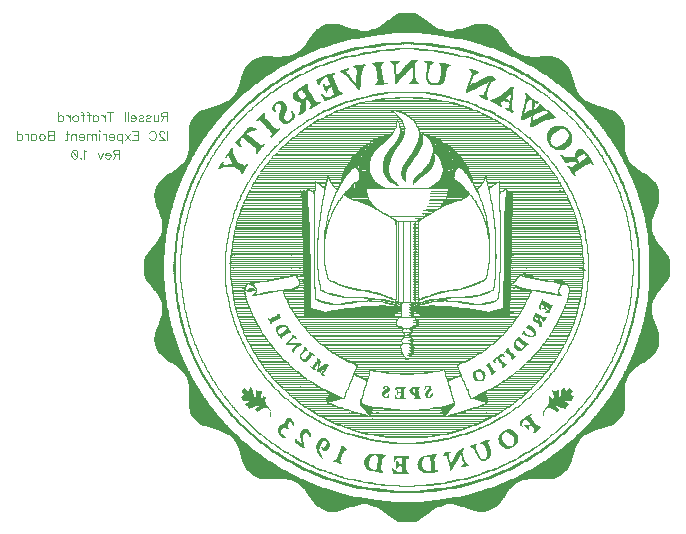
<source format=gbo>
G04 DipTrace 3.1.0.0*
G04 SensorActuatorBreakout.gbo*
%MOIN*%
G04 #@! TF.FileFunction,Legend,Bot*
G04 #@! TF.Part,Single*
%ADD12C,0.003*%
%ADD79C,0.004632*%
%FSLAX26Y26*%
G04*
G70*
G90*
G75*
G01*
G04 BotSilk*
%LPD*%
X1705250Y2253500D2*
D12*
X1756250D1*
X1698350Y2250500D2*
X1762136D1*
X1691959Y2247500D2*
X1767740D1*
X1686597Y2244500D2*
X1772915D1*
X1682185Y2241500D2*
X1777752D1*
X1678181Y2238500D2*
X1782393D1*
X1674185Y2235500D2*
X1786846D1*
X1670206Y2232500D2*
X1790977D1*
X1666261Y2229500D2*
X1794671D1*
X1662239Y2226500D2*
X1798130D1*
X1658232Y2223500D2*
X1801758D1*
X1654272Y2220500D2*
X1805826D1*
X1462250Y2217500D2*
X1501250D1*
X1650243D2*
X1810072D1*
X1957250D2*
X1996250D1*
X1454877Y2214500D2*
X1510047D1*
X1646222D2*
X1814154D1*
X1948354D2*
X2003982D1*
X1448132Y2211500D2*
X1518867D1*
X1642132D2*
X1818419D1*
X1940118D2*
X2010707D1*
X1442196Y2208500D2*
X1527966D1*
X1637474D2*
X1823418D1*
X1931898D2*
X2016617D1*
X1437221Y2205500D2*
X1537325D1*
X1631625D2*
X1829443D1*
X1922911D2*
X2021862D1*
X1433130Y2202500D2*
X1547345D1*
X1623925D2*
X1836848D1*
X1912574D2*
X2026512D1*
X1429610Y2199500D2*
X1558447D1*
X1614153D2*
X1845680D1*
X1900788D2*
X2030393D1*
X1426400Y2196500D2*
X1570250D1*
X1603250D2*
X1855250D1*
X1888250D2*
X2033410D1*
X1423406Y2193500D2*
X2036003D1*
X1420662Y2190500D2*
X2038627D1*
X1418092Y2187500D2*
X1678250D1*
X1780250D2*
X2041307D1*
X1415532Y2184500D2*
X1641590D1*
X1821655D2*
X2043821D1*
X1413109Y2181500D2*
X1617273D1*
X1843487D2*
X2046047D1*
X1411015Y2178500D2*
X1597100D1*
X1862775D2*
X2048155D1*
X1409117Y2175500D2*
X1579589D1*
X1879981D2*
X2050232D1*
X1407196Y2172500D2*
X1563427D1*
X1896044D2*
X2052139D1*
X1405196Y2169500D2*
X1548587D1*
X1911040D2*
X2053953D1*
X1403244Y2166500D2*
X1535183D1*
X1924704D2*
X2055936D1*
X1401262Y2163500D2*
X1523168D1*
X1937009D2*
X2058204D1*
X1399237Y2160500D2*
X1511905D1*
X1948393D2*
X2060585D1*
X1397350Y2157500D2*
X1500688D1*
X1711250D2*
X1750250D1*
X1959344D2*
X2062900D1*
X1395543Y2154500D2*
X1489680D1*
X1654250D2*
X1804250D1*
X1970059D2*
X2065124D1*
X1393563Y2151500D2*
X1479467D1*
X1633581D2*
X1711250D1*
X1717250D2*
D3*
X1744250D2*
D3*
X1750250D2*
X1826190D1*
X1980190D2*
X2067195D1*
X1391296Y2148500D2*
X1470252D1*
X1613770D2*
X1652155D1*
X1805292D2*
X1846477D1*
X1989321D2*
X2069328D1*
X1388903Y2145500D2*
X1461563D1*
X1594639D2*
X1633306D1*
X1825164D2*
X1865338D1*
X1998023D2*
X2071752D1*
X1386483Y2142500D2*
X1452910D1*
X1576898D2*
X1613402D1*
X1845389D2*
X1882608D1*
X2007009D2*
X2074365D1*
X1383876Y2139500D2*
X1444319D1*
X1561377D2*
X1594266D1*
X1864776D2*
X1898066D1*
X2015911D2*
X2076955D1*
X1381076Y2136500D2*
X1436181D1*
X1548156D2*
X1577205D1*
X1705250D2*
X1756250D1*
X1882198D2*
X1911757D1*
X2024050D2*
X2079564D1*
X1378056Y2133500D2*
X1428672D1*
X1536300D2*
X1562458D1*
X1675250D2*
X1705250D1*
X1756250D2*
X1786250D1*
X1897241D2*
X1924254D1*
X2031381D2*
X2082504D1*
X1374609Y2130500D2*
X1421332D1*
X1524739D2*
X1549194D1*
X1639250D2*
X1675250D1*
X1786250D2*
X1822250D1*
X1910679D2*
X1936196D1*
X2038456D2*
X2085848D1*
X1370512Y2127500D2*
X1413791D1*
X1513343D2*
X1536602D1*
X1615250D2*
X1639250D1*
X1822250D2*
X1843576D1*
X1923439D2*
X1947562D1*
X2045809D2*
X2089496D1*
X1365901Y2124500D2*
X1406290D1*
X1502651D2*
X1524706D1*
X1591250D2*
X1616998D1*
X1843588D2*
X1862532D1*
X1935547D2*
X1957944D1*
X2053397D2*
X2093587D1*
X1360959Y2121500D2*
X1399185D1*
X1492991D2*
X1513726D1*
X1576250D2*
X1597046D1*
X1862643D2*
X1878535D1*
X1946593D2*
X1967328D1*
X2060727D2*
X2098371D1*
X1355089Y2118500D2*
X1392645D1*
X1483824D2*
X1503530D1*
X1567250D2*
X1580012D1*
X1878985D2*
X1892649D1*
X1956421D2*
X1976423D1*
X2067542D2*
X2104435D1*
X1346983Y2115500D2*
X1386337D1*
X1474622D2*
X1493723D1*
X1552250D2*
X1565268D1*
X1893683D2*
X1906250D1*
X1965756D2*
X1985815D1*
X2073964D2*
X2112806D1*
X1335687Y2112500D2*
X1379783D1*
X1465459D2*
X1484064D1*
X1538988D2*
X1551580D1*
X1907719D2*
X1921250D1*
X1975364D2*
X1995272D1*
X2080251D2*
X2124127D1*
X1252250Y2109500D2*
X1282250D1*
X1321588D2*
X1373045D1*
X1456458D2*
X1474652D1*
X1526589D2*
X1538485D1*
X1921059D2*
X1933250D1*
X1985243D2*
X2004199D1*
X2086695D2*
X2137250D1*
X2173250D2*
X2209250D1*
X1240149Y2106500D2*
X1366310D1*
X1447799D2*
X1465535D1*
X1515157D2*
X1526152D1*
X1933399D2*
X1945250D1*
X1994910D2*
X2012230D1*
X2093336D2*
X2220675D1*
X1230565Y2103500D2*
X1359724D1*
X1439600D2*
X1456817D1*
X1504250D2*
X1514991D1*
X1944510D2*
X1953031D1*
X2003723D2*
X2019471D1*
X2099732D2*
X2229725D1*
X1223146Y2100500D2*
X1353558D1*
X1431754D2*
X1448505D1*
X1498250D2*
X1505123D1*
X1954526D2*
X1960250D1*
X2011576D2*
X2026494D1*
X2105541D2*
X2236633D1*
X1217115Y2097500D2*
X1347756D1*
X1424121D2*
X1440363D1*
X1489250D2*
X1495862D1*
X1744250D2*
X1765250D1*
X1964025D2*
X1972250D1*
X2019069D2*
X2033825D1*
X2111051D2*
X2242138D1*
X1212260Y2094500D2*
X1341994D1*
X1416772D2*
X1432286D1*
X1477250D2*
X1486546D1*
X1675250D2*
X1705250D1*
X1741250D2*
X1762272D1*
X1789250D2*
X1807250D1*
X1973531D2*
X1981250D1*
X2026673D2*
X2041403D1*
X2116644D2*
X2246710D1*
X1208479Y2091500D2*
X1336244D1*
X1410011D2*
X1424504D1*
X1468250D2*
X1477188D1*
X1633250D2*
X1651250D1*
X1679712D2*
X1699966D1*
X1738250D2*
X1758998D1*
X1793138D2*
X1819250D1*
X1982717D2*
X1993250D1*
X2034208D2*
X2048729D1*
X2122324D2*
X2250563D1*
X1205326Y2088500D2*
X1330698D1*
X1403942D2*
X1417281D1*
X1459250D2*
X1468124D1*
X1615250D2*
X1647814D1*
X1683745D2*
X1695713D1*
X1735250D2*
X1756307D1*
X1796424D2*
X1813763D1*
X1837250D2*
X1852250D1*
X1991085D2*
X1999716D1*
X2041416D2*
X2055543D1*
X2127929D2*
X2253968D1*
X1202269Y2085500D2*
X1325448D1*
X1397986D2*
X1410782D1*
X1453250D2*
X1459749D1*
X1588250D2*
D3*
X1618228D2*
X1644783D1*
X1685517D2*
X1692442D1*
X1732250D2*
X1754353D1*
X1798914D2*
X1809330D1*
X1840124D2*
X1864438D1*
X1998850D2*
X2006485D1*
X2048236D2*
X2061964D1*
X2133442D2*
X2257130D1*
X1199333Y2082500D2*
X1320230D1*
X1391651D2*
X1404731D1*
X1445656D2*
X1451846D1*
X1576593D2*
X1591250D1*
X1621502D2*
X1643497D1*
X1686500D2*
X1691306D1*
X1729250D2*
X1753767D1*
X1799110D2*
X1806101D1*
X1842622D2*
X1876250D1*
X2006663D2*
X2013385D1*
X2054881D2*
X2068239D1*
X2138991D2*
X2260093D1*
X1196880Y2079500D2*
X1314770D1*
X1385193D2*
X1398529D1*
X1438250D2*
X1444011D1*
X1564501D2*
X1587455D1*
X1624193D2*
X1642788D1*
X1686952D2*
X1690696D1*
X1726262D2*
X1753463D1*
X1798865D2*
X1805121D1*
X1844404D2*
X1870606D1*
X2014781D2*
X2020250D1*
X2061474D2*
X2074589D1*
X2144500D2*
X2262725D1*
X1194870Y2076500D2*
X1309167D1*
X1379062D2*
X1392038D1*
X1429250D2*
X1436366D1*
X1552250D2*
X1584401D1*
X1626147D2*
X1642475D1*
X1687139D2*
X1690424D1*
X1723367D2*
X1753331D1*
X1798583D2*
X1804598D1*
X1845416D2*
X1866385D1*
X2022801D2*
X2029250D1*
X2067873D2*
X2080953D1*
X2149869D2*
X2264910D1*
X1193045Y2073500D2*
X1303782D1*
X1373258D2*
X1385703D1*
X1422907D2*
X1429112D1*
X1556712D2*
X1583174D1*
X1626847D2*
X1642446D1*
X1687211D2*
X1690314D1*
X1720750D2*
X1745292D1*
X1750250D2*
X1753291D1*
X1798403D2*
X1804270D1*
X1845894D2*
X1863254D1*
X2030133D2*
X2038250D1*
X2074086D2*
X2087014D1*
X2155101D2*
X2266762D1*
X1191164Y2070500D2*
X1298936D1*
X1367488D2*
X1379834D1*
X1416999D2*
X1422274D1*
X1534250D2*
D3*
X1560745D2*
X1582191D1*
X1627536D2*
X1642778D1*
X1687236D2*
X1690272D1*
X1718456D2*
X1741187D1*
X1750250D2*
X1753377D1*
X1798302D2*
X1803800D1*
X1846000D2*
X1862098D1*
X2036751D2*
X2043891D1*
X2080184D2*
X2092772D1*
X2160074D2*
X2268509D1*
X1189195Y2067500D2*
X1294456D1*
X1361637D2*
X1374048D1*
X1411250D2*
X1415611D1*
X1523403D2*
X1534250D1*
X1562517D2*
X1581192D1*
X1628387D2*
X1643478D1*
X1687257D2*
X1690258D1*
X1716132D2*
X1737682D1*
X1750250D2*
X1753753D1*
X1798157D2*
X1803037D1*
X1845702D2*
X1861157D1*
X1939250D2*
X1945250D1*
X2043269D2*
X2049927D1*
X2086225D2*
X2098516D1*
X2164827D2*
X2270345D1*
X1187357Y2064500D2*
X1289861D1*
X1355807D2*
X1368018D1*
X1405250D2*
X1408921D1*
X1514594D2*
X1529656D1*
X1563500D2*
X1580209D1*
X1629208D2*
X1644240D1*
X1687366D2*
X1690264D1*
X1713378D2*
X1734384D1*
X1750250D2*
X1754469D1*
X1797759D2*
X1802151D1*
X1845015D2*
X1860190D1*
X1941765D2*
X1953355D1*
X2050087D2*
X2056084D1*
X2092229D2*
X2104260D1*
X2169534D2*
X2272207D1*
X1185771Y2061500D2*
X1285059D1*
X1350122D2*
X1361918D1*
X1396250D2*
X1402245D1*
X1507250D2*
X1525250D1*
X1563952D2*
X1579262D1*
X1629750D2*
X1644761D1*
X1687749D2*
X1690368D1*
X1710320D2*
X1731402D1*
X1750250D2*
X1755238D1*
X1797035D2*
X1801242D1*
X1844257D2*
X1859321D1*
X1944294D2*
X1961395D1*
X2057026D2*
X2062250D1*
X2098130D2*
X2109803D1*
X2174366D2*
X2273764D1*
X1184560Y2058500D2*
X1280301D1*
X1344581D2*
X1355935D1*
X1390250D2*
X1395695D1*
X1514290D2*
X1527224D1*
X1564139D2*
X1578251D1*
X1630035D2*
X1645039D1*
X1688468D2*
X1690752D1*
X1707397D2*
X1728691D1*
X1750250D2*
X1755761D1*
X1796264D2*
X1800244D1*
X1843738D2*
X1858760D1*
X1946197D2*
X1969250D1*
X2063594D2*
X2068250D1*
X2103749D2*
X2115052D1*
X2179315D2*
X2275011D1*
X1183743Y2055500D2*
X1275738D1*
X1339025D2*
X1350175D1*
X1387250D2*
X1389546D1*
X1486250D2*
X1489250D1*
X1519502D2*
X1529332D1*
X1564199D2*
X1577349D1*
X1630176D2*
X1645178D1*
X1689237D2*
X1691496D1*
X1704701D2*
X1725957D1*
X1750250D2*
X1756039D1*
X1795740D2*
X1799347D1*
X1843461D2*
X1858468D1*
X1947497D2*
X1961648D1*
X2069484D2*
X2074250D1*
X2109032D2*
X2120270D1*
X2184159D2*
X2276159D1*
X1182994Y2052500D2*
X1271435D1*
X1333610D2*
X1344601D1*
X1381250D2*
X1383751D1*
X1477725D2*
X1486747D1*
X1523185D2*
X1531751D1*
X1564119D2*
X1576772D1*
X1630335D2*
X1645336D1*
X1689760D2*
X1692388D1*
X1701997D2*
X1723117D1*
X1750250D2*
X1756166D1*
X1795461D2*
X1798771D1*
X1843334D2*
X1858325D1*
X1947439D2*
X1955505D1*
X2075041D2*
X2080250D1*
X2114263D2*
X2125730D1*
X2188847D2*
X2277129D1*
X1182015Y2049500D2*
X1267252D1*
X1328524D2*
X1339033D1*
X1372250D2*
X1377992D1*
X1469575D2*
X1484323D1*
X1526273D2*
X1534352D1*
X1563746D2*
X1576473D1*
X1630738D2*
X1645738D1*
X1690039D2*
X1693250D1*
X1699250D2*
X1720207D1*
X1750250D2*
X1756218D1*
X1795334D2*
X1798473D1*
X1843270D2*
X1858165D1*
X1946890D2*
X1952845D1*
X2080753D2*
X2086250D1*
X2119728D2*
X2131333D1*
X2193428D2*
X2277833D1*
X1180800Y2046500D2*
X1262893D1*
X1323713D2*
X1333613D1*
X1366714D2*
X1372243D1*
X1461734D2*
X1482366D1*
X1529320D2*
X1536837D1*
X1563031D2*
X1576338D1*
X1631464D2*
X1646464D1*
X1690166D2*
X1717335D1*
X1750250D2*
X1756239D1*
X1795282D2*
X1798338D1*
X1843144D2*
X1857762D1*
X1946084D2*
X1950905D1*
X2086809D2*
X2092250D1*
X2125344D2*
X2136718D1*
X2197870D2*
X2278534D1*
X1179535Y2043500D2*
X1258515D1*
X1318982D2*
X1328525D1*
X1361457D2*
X1366698D1*
X1454013D2*
X1482157D1*
X1532170D2*
X1539064D1*
X1562262D2*
X1576283D1*
X1632236D2*
X1647248D1*
X1690218D2*
X1714625D1*
X1750250D2*
X1756246D1*
X1795261D2*
X1798295D1*
X1842754D2*
X1857036D1*
X1945105D2*
X1949490D1*
X1999250D2*
X2011250D1*
X2093029D2*
X2098250D1*
X2130823D2*
X2141564D1*
X2202099D2*
X2279496D1*
X1178467Y2040500D2*
X1254390D1*
X1314140D2*
X1323714D1*
X1356246D2*
X1361448D1*
X1446404D2*
X1455334D1*
X1465725D2*
X1483044D1*
X1534735D2*
X1541274D1*
X1561739D2*
X1576250D1*
X1632760D2*
X1647877D1*
X1690239D2*
X1711966D1*
X1750227D2*
X1756272D1*
X1795266D2*
X1798391D1*
X1842022D2*
X1856252D1*
X1943738D2*
X1948355D1*
X1993609D2*
X2017200D1*
X2098941D2*
X2101250D1*
X2135946D2*
X2146056D1*
X2206160D2*
X2280703D1*
X1177708Y2037500D2*
X1250222D1*
X1309187D2*
X1318982D1*
X1350886D2*
X1356230D1*
X1439448D2*
X1450952D1*
X1466586D2*
X1484222D1*
X1537172D2*
X1543732D1*
X1561461D2*
X1576137D1*
X1633038D2*
X1648538D1*
X1690246D2*
X1709030D1*
X1749992D2*
X1756507D1*
X1795368D2*
X1798882D1*
X1841134D2*
X1855623D1*
X1942127D2*
X1947171D1*
X1987578D2*
X2022114D1*
X2104389D2*
X2107250D1*
X2140775D2*
X2150745D1*
X2210232D2*
X2281967D1*
X1176994Y2034500D2*
X1245750D1*
X1304354D2*
X1314140D1*
X1345629D2*
X1350770D1*
X1433872D2*
X1446793D1*
X1467851D2*
X1485574D1*
X1539656D2*
X1546346D1*
X1561334D2*
X1575752D1*
X1633166D2*
X1649384D1*
X1690249D2*
X1705890D1*
X1749430D2*
X1757070D1*
X1795762D2*
X1800098D1*
X1840111D2*
X1854950D1*
X1940771D2*
X1945851D1*
X1981445D2*
X2026250D1*
X2109684D2*
X2113250D1*
X2145514D2*
X2155823D1*
X2214257D2*
X2283033D1*
X1176128Y2031500D2*
X1241264D1*
X1299758D2*
X1309187D1*
X1340787D2*
X1345155D1*
X1429250D2*
X1443578D1*
X1469477D2*
X1486924D1*
X1542420D2*
X1548833D1*
X1561282D2*
X1575032D1*
X1633195D2*
X1650206D1*
X1690250D2*
X1703028D1*
X1746913D2*
X1759587D1*
X1796597D2*
X1802084D1*
X1838615D2*
X1853987D1*
X1939845D2*
X1944441D1*
X1975345D2*
X2018289D1*
X2114993D2*
X2119250D1*
X2150358D2*
X2160929D1*
X2218224D2*
X2283792D1*
X1175287Y2028500D2*
X1237074D1*
X1295443D2*
X1304354D1*
X1336250D2*
X1339665D1*
X1430647D2*
X1441289D1*
X1471255D2*
X1488118D1*
X1545249D2*
X1551036D1*
X1561261D2*
X1574263D1*
X1632993D2*
X1650752D1*
X1690250D2*
X1700596D1*
X1743794D2*
X1762706D1*
X1797877D2*
X1804593D1*
X1836504D2*
X1852654D1*
X1939038D2*
X1942988D1*
X1969291D2*
X2012123D1*
X2120062D2*
X2125250D1*
X2155313D2*
X2165637D1*
X2222256D2*
X2284506D1*
X1174635Y2025500D2*
X1233249D1*
X1291231D2*
X1299758D1*
X1333250D2*
X1334448D1*
X1431622D2*
X1439775D1*
X1472790D2*
X1489167D1*
X1547762D2*
X1553122D1*
X1561254D2*
X1573740D1*
X1632475D2*
X1651053D1*
X1690250D2*
X1698298D1*
X1740852D2*
X1765648D1*
X1799733D2*
X1807374D1*
X1833962D2*
X1850779D1*
X1938032D2*
X1941609D1*
X1963266D2*
X1998197D1*
X2005376D2*
X2009636D1*
X2124787D2*
X2129303D1*
X2160158D2*
X2169970D1*
X2226266D2*
X2285372D1*
X1173966Y2022500D2*
X1229501D1*
X1286683D2*
X1295443D1*
X1327250D2*
X1329343D1*
X1432523D2*
X1438933D1*
X1474110D2*
X1490234D1*
X1550138D2*
X1555250D1*
X1561250D2*
X1573461D1*
X1630258D2*
X1663250D1*
X1690250D2*
X1695833D1*
X1738250D2*
X1768250D1*
X1802459D2*
X1810250D1*
X1831250D2*
X1848045D1*
X1936806D2*
X1940498D1*
X1957256D2*
X1993208D1*
X2002878D2*
X2007806D1*
X2129621D2*
X2133323D1*
X2164847D2*
X2174256D1*
X2230227D2*
X2286213D1*
X1173118Y2019500D2*
X1225526D1*
X1281750D2*
X1291255D1*
X1321250D2*
X1324268D1*
X1399250D2*
D3*
X1433749D2*
X1438511D1*
X1475583D2*
X1491270D1*
X1552676D2*
X1573334D1*
X1627380D2*
X1663250D1*
X1690250D2*
X1693250D1*
X1806104D2*
X1844397D1*
X1935537D2*
X1939775D1*
X1951252D2*
X1987435D1*
X2001085D2*
X2006436D1*
X2134772D2*
X2137250D1*
X2169428D2*
X2178609D1*
X2234257D2*
X2286865D1*
X1172283Y2016500D2*
X1221409D1*
X1276954D2*
X1286894D1*
X1315250D2*
X1319384D1*
X1393816D2*
X1399250D1*
X1435250D2*
X1438250D1*
X1450250D2*
X1453250D1*
X1477250D2*
X1492341D1*
X1555324D2*
X1573282D1*
X1624250D2*
X1642250D1*
X1810250D2*
X1840250D1*
X1934468D2*
X1939250D1*
X1945250D2*
X1981397D1*
X1999966D2*
X2005233D1*
X2139909D2*
X2143250D1*
X2173870D2*
X2182932D1*
X2238266D2*
X2287534D1*
X1171622Y2013500D2*
X1217426D1*
X1272684D2*
X1282515D1*
X1312250D2*
X1314769D1*
X1388851D2*
X1397877D1*
X1451390D2*
X1456250D1*
X1468250D2*
X1493743D1*
X1557827D2*
X1573250D1*
X1933697D2*
X1975329D1*
X1999083D2*
X2003782D1*
X2144629D2*
X2149250D1*
X2178099D2*
X2187021D1*
X2242227D2*
X2288394D1*
X1170849Y2010500D2*
X1213793D1*
X1268692D2*
X1278391D1*
X1306250D2*
X1310446D1*
X1384070D2*
X1397121D1*
X1452667D2*
X1495378D1*
X1560060D2*
X1573128D1*
X1932877D2*
X1969274D1*
X1998047D2*
X2002130D1*
X2080250D2*
D3*
X2148968D2*
X2153390D1*
X2182160D2*
X2190800D1*
X2246257D2*
X2289334D1*
X1169606Y2007500D2*
X1210369D1*
X1264590D2*
X1274222D1*
X1301749D2*
X1306244D1*
X1379028D2*
X1396833D1*
X1453967D2*
X1471966D1*
X1480376D2*
X1496832D1*
X1562265D2*
X1572662D1*
X1931628D2*
X1963147D1*
X1996812D2*
X2000671D1*
X2076786D2*
X2083250D1*
X2153267D2*
X2157670D1*
X2186232D2*
X2194622D1*
X2250266D2*
X2290366D1*
X1167960Y2004500D2*
X1206843D1*
X1260332D2*
X1269738D1*
X1297019D2*
X1301777D1*
X1373803D2*
X1397660D1*
X1455147D2*
X1467713D1*
X1480866D2*
X1498049D1*
X1564689D2*
X1571635D1*
X1930080D2*
X1956744D1*
X1995527D2*
X1999464D1*
X2073043D2*
X2083136D1*
X2157738D2*
X2161985D1*
X2190269D2*
X2198872D1*
X2254227D2*
X2291752D1*
X1166264Y2001500D2*
X1203067D1*
X1256043D2*
X1265159D1*
X1292403D2*
X1297027D1*
X1368677D2*
X1398884D1*
X1456302D2*
X1464442D1*
X1481967D2*
X1499333D1*
X1567250D2*
X1570250D1*
X1928765D2*
X1949907D1*
X1994363D2*
X1998332D1*
X2069254D2*
X2082751D1*
X2162537D2*
X2166188D1*
X2194329D2*
X2203420D1*
X2258233D2*
X2293381D1*
X1164725Y1998500D2*
X1199275D1*
X1251973D2*
X1260692D1*
X1288301D2*
X1292290D1*
X1363984D2*
X1372966D1*
X1381136D2*
X1400502D1*
X1457842D2*
X1463301D1*
X1483467D2*
X1501088D1*
X1927952D2*
X1942666D1*
X1993314D2*
X1997368D1*
X2065623D2*
X2082032D1*
X2167621D2*
X2170250D1*
X2198638D2*
X2207735D1*
X2262044D2*
X2294833D1*
X1163431Y1995500D2*
X1195732D1*
X1248207D2*
X1256530D1*
X1285001D2*
X1287734D1*
X1360156D2*
X1368713D1*
X1383751D2*
X1402377D1*
X1459914D2*
X1462661D1*
X1484865D2*
X1503943D1*
X1927523D2*
X1935071D1*
X1992158D2*
X1996666D1*
X2061962D2*
X2081263D1*
X2172494D2*
X2176250D1*
X2202984D2*
X2211556D1*
X2265345D2*
X2296049D1*
X1162227Y1992500D2*
X1192346D1*
X1244485D2*
X1252732D1*
X1282250D2*
X1283446D1*
X1357132D2*
X1365442D1*
X1386020D2*
X1404282D1*
X1462250D2*
D3*
X1486051D2*
X1508001D1*
X1714250D2*
X1744250D1*
X1927250D2*
D3*
X1990859D2*
X1995977D1*
X2058104D2*
X2080740D1*
X2176796D2*
X2179250D1*
X2206996D2*
X2215070D1*
X2268320D2*
X2297297D1*
X1160670Y1989500D2*
X1188835D1*
X1240531D2*
X1248991D1*
X1276250D2*
X1279357D1*
X1354707D2*
X1364156D1*
X1388146D2*
X1406236D1*
X1487201D2*
X1512284D1*
X1663250D2*
X1723250D1*
X1738250D2*
X1795250D1*
X1989556D2*
X1995121D1*
X2054189D2*
X2080461D1*
X2180801D2*
X2182250D1*
X2210780D2*
X2218633D1*
X2271510D2*
X2298749D1*
X1158633Y1986500D2*
X1185064D1*
X1236512D2*
X1245025D1*
X1271865D2*
X1275275D1*
X1353009D2*
X1363971D1*
X1390228D2*
X1408172D1*
X1488280D2*
X1516250D1*
X1641957D2*
X1663250D1*
X1795250D2*
X1817600D1*
X1988478D2*
X1994308D1*
X2050369D2*
X2080334D1*
X2125250D2*
X2128250D1*
X2184895D2*
X2188250D1*
X2214544D2*
X2222437D1*
X2275182D2*
X2300564D1*
X1156442Y1983500D2*
X1181274D1*
X1232808D2*
X1240917D1*
X1268000D2*
X1271245D1*
X1352045D2*
X1365079D1*
X1392117D2*
X1409863D1*
X1444250D2*
X1447250D1*
X1489250D2*
X1507017D1*
X1622135D2*
X1641809D1*
X1817612D2*
X1836945D1*
X1987768D2*
X1993880D1*
X2046735D2*
X2071942D1*
X2077250D2*
X2080282D1*
X2126276D2*
X2131353D1*
X2189062D2*
X2191250D1*
X2218354D2*
X2226339D1*
X2279061D2*
X2302857D1*
X1154337Y1980500D2*
X1177743D1*
X1229523D2*
X1237022D1*
X1264542D2*
X1267277D1*
X1351590D2*
X1366750D1*
X1393749D2*
X1411516D1*
X1445853D2*
X1451844D1*
X1483063D2*
X1498538D1*
X1603250D2*
X1622476D1*
X1837063D2*
X1852882D1*
X1972250D2*
X1993813D1*
X2043449D2*
X2067460D1*
X2077238D2*
X2080261D1*
X2127157D2*
X2134625D1*
X2193063D2*
X2197250D1*
X2222298D2*
X2230255D1*
X2282618D2*
X2305505D1*
X1152076Y1977500D2*
X1174463D1*
X1226243D2*
X1233579D1*
X1261250D2*
X1263245D1*
X1351506D2*
X1368954D1*
X1395101D2*
X1413492D1*
X1447886D2*
X1456250D1*
X1477250D2*
X1490772D1*
X1594250D2*
X1605809D1*
X1853390D2*
X1866493D1*
X1976069D2*
X1994989D1*
X2040189D2*
X2063733D1*
X2077133D2*
X2080254D1*
X2127620D2*
X2137906D1*
X2196703D2*
X2197250D1*
X2226181D2*
X2234255D1*
X2285606D2*
X2308349D1*
X1149257Y1974500D2*
X1171335D1*
X1222761D2*
X1230313D1*
X1255250D2*
X1259234D1*
X1351937D2*
X1371857D1*
X1396250D2*
X1415615D1*
X1450066D2*
X1483361D1*
X1579250D2*
X1591165D1*
X1690250D2*
X1771250D1*
X1867701D2*
X1879250D1*
X1981574D2*
X1996506D1*
X2036009D2*
X2060090D1*
X2076748D2*
X2080240D1*
X2127532D2*
X2140773D1*
X2200130D2*
X2203250D1*
X2229852D2*
X2238153D1*
X2288530D2*
X2311287D1*
X1145921Y1971500D2*
X1168282D1*
X1219169D2*
X1226786D1*
X1252250D2*
X1255273D1*
X1352869D2*
X1375250D1*
X1387250D2*
X1417562D1*
X1452128D2*
X1475718D1*
X1564250D2*
X1577780D1*
X1654250D2*
X1705250D1*
X1750250D2*
D3*
X1756250D2*
X1797859D1*
X1880885D2*
X1891250D1*
X1988584D2*
X1997959D1*
X2029594D2*
X2056250D1*
X2076005D2*
X2080133D1*
X2126945D2*
X2143250D1*
X2203656D2*
X2206250D1*
X2233517D2*
X2241729D1*
X2291854D2*
X2314263D1*
X1142548Y1968500D2*
X1165261D1*
X1215554D2*
X1223147D1*
X1249250D2*
X1251255D1*
X1355993D2*
X1393840D1*
X1399136D2*
X1419301D1*
X1454155D2*
X1467606D1*
X1554329D2*
X1565604D1*
X1634656D2*
X1654250D1*
X1804250D2*
X1820565D1*
X1892976D2*
X1906250D1*
X1996250D2*
X1999250D1*
X2019948D2*
X2062250D1*
X2075112D2*
X2079751D1*
X2126231D2*
X2136685D1*
X2146250D2*
X2149250D1*
X2207433D2*
X2209250D1*
X2237275D2*
X2245027D1*
X2295309D2*
X2317278D1*
X1139285Y1965500D2*
X1162254D1*
X1212038D2*
X1219691D1*
X1243250D2*
X1247351D1*
X1361173D2*
X1392085D1*
X1401751D2*
X1420835D1*
X1456250D2*
X1459250D1*
X1545211D2*
X1554831D1*
X1615250D2*
X1838731D1*
X1903800D2*
X1914567D1*
X2008250D2*
X2051201D1*
X2055173D2*
X2068250D1*
X2074250D2*
X2079032D1*
X2125716D2*
X2131580D1*
X2147635D2*
X2153198D1*
X2211237D2*
X2215250D1*
X2240822D2*
X2248174D1*
X2298450D2*
X2320498D1*
X1135474Y1962500D2*
X1159251D1*
X1208530D2*
X1216431D1*
X1243250D2*
X1243772D1*
X1368967D2*
X1391080D1*
X1404020D2*
X1422134D1*
X1536559D2*
X1545290D1*
X1606250D2*
X1612250D1*
X1846250D2*
X1853623D1*
X1913613D2*
X1922969D1*
X2011840D2*
X2046934D1*
X2061950D2*
X2078263D1*
X2125340D2*
X2129830D1*
X2148496D2*
X2157397D1*
X2214873D2*
X2218714D1*
X2244030D2*
X2251334D1*
X2301347D2*
X2324390D1*
X1130507Y1959500D2*
X1156239D1*
X1204992D2*
X1213210D1*
X1240250D2*
X1240461D1*
X1303250D2*
X1315250D1*
X1378250D2*
X1390593D1*
X1406134D2*
X1423250D1*
X1438250D2*
D3*
X1527929D2*
X1536233D1*
X1591250D2*
X1867250D1*
X1923106D2*
X1931229D1*
X2016085D2*
X2043604D1*
X2067179D2*
X2077740D1*
X2124833D2*
X2128801D1*
X2148932D2*
X2162167D1*
X2218537D2*
X2222446D1*
X2247277D2*
X2254726D1*
X2304407D2*
X2329432D1*
X1124483Y1956500D2*
X1153145D1*
X1201615D2*
X1209780D1*
X1234250D2*
X1237221D1*
X1297480D2*
X1319150D1*
X1375250D2*
X1390382D1*
X1408111D2*
X1441250D1*
X1519250D2*
X1527210D1*
X1576250D2*
X1588250D1*
X1870250D2*
X1882250D1*
X1932560D2*
X1939250D1*
X2021069D2*
X2040994D1*
X2071287D2*
X2077461D1*
X2124063D2*
X2128009D1*
X2149126D2*
X2167250D1*
X2222383D2*
X2226108D1*
X2250747D2*
X2258347D1*
X2307699D2*
X2335594D1*
X1117799Y1953500D2*
X1149868D1*
X1198410D2*
X1206042D1*
X1231250D2*
X1233783D1*
X1292757D2*
X1322541D1*
X1378250D2*
X1390298D1*
X1409603D2*
X1435364D1*
X1510250D2*
X1518556D1*
X1565653D2*
X1894250D1*
X1941685D2*
X1948250D1*
X2026467D2*
X2040722D1*
X2073018D2*
X2077334D1*
X2123262D2*
X2127126D1*
X2149204D2*
X2155136D1*
X2161250D2*
X2164250D1*
X2226206D2*
X2229172D1*
X2254322D2*
X2261748D1*
X2310962D2*
X2342580D1*
X1110395Y1950500D2*
X1146532D1*
X1195314D2*
X1202266D1*
X1228250D2*
X1230044D1*
X1288897D2*
X1291250D1*
X1308660D2*
X1325278D1*
X1376865D2*
X1390279D1*
X1410628D2*
X1429749D1*
X1503313D2*
X1510660D1*
X1556001D2*
X1564250D1*
X1891250D2*
X1906250D1*
X1950105D2*
X1960250D1*
X2031793D2*
X2041886D1*
X2073216D2*
X2077282D1*
X2122626D2*
X2126284D1*
X2149234D2*
X2154751D1*
X2170250D2*
X2173250D1*
X2229749D2*
X2231441D1*
X2257830D2*
X2264659D1*
X2314119D2*
X2350415D1*
X1101636Y1947500D2*
X1143469D1*
X1192263D2*
X1198741D1*
X1225250D2*
X1226267D1*
X1285639D2*
X1289865D1*
X1310415D2*
X1326294D1*
X1376004D2*
X1390373D1*
X1410627D2*
X1424468D1*
X1496204D2*
X1503394D1*
X1546831D2*
X1552250D1*
X1909250D2*
X1912250D1*
X1957743D2*
X1964656D1*
X2036681D2*
X2043111D1*
X2072810D2*
X2077261D1*
X2121963D2*
X2125633D1*
X2149233D2*
X2154032D1*
X2169881D2*
X2176725D1*
X2233035D2*
X2233250D1*
X2260974D2*
X2267551D1*
X2317196D2*
X2359418D1*
X1091310Y1944500D2*
X1140621D1*
X1189153D2*
X1195462D1*
X1222250D2*
X1222741D1*
X1283087D2*
X1289004D1*
X1311420D2*
X1326844D1*
X1375568D2*
X1390751D1*
X1409373D2*
X1419245D1*
X1488747D2*
X1496205D1*
X1537637D2*
X1921250D1*
X1965124D2*
X1969250D1*
X2041250D2*
X2044250D1*
X2072171D2*
X2077254D1*
X2121105D2*
X2124966D1*
X2149131D2*
X2153255D1*
X2169055D2*
X2180563D1*
X2236176D2*
X2239250D1*
X2263869D2*
X2270873D1*
X2320229D2*
X2369656D1*
X1080235Y1941500D2*
X1137589D1*
X1185871D2*
X1192334D1*
X1216250D2*
X1219462D1*
X1281194D2*
X1288568D1*
X1311895D2*
X1327091D1*
X1375374D2*
X1391469D1*
X1407474D2*
X1413814D1*
X1481276D2*
X1488738D1*
X1528578D2*
X1537250D1*
X1924250D2*
X1933250D1*
X1972581D2*
X1978250D1*
X2071657D2*
X2077263D1*
X2120177D2*
X2124117D1*
X2148738D2*
X2152686D1*
X2165548D2*
X2184610D1*
X2239324D2*
X2242599D1*
X2267008D2*
X2274417D1*
X2323231D2*
X2380474D1*
X1069865Y1938500D2*
X1134404D1*
X1182533D2*
X1189282D1*
X1213250D2*
X1216334D1*
X1281085D2*
X1288386D1*
X1311989D2*
X1327180D1*
X1375296D2*
X1392226D1*
X1405250D2*
X1408250D1*
X1474180D2*
X1481270D1*
X1519958D2*
X1940656D1*
X1979718D2*
X1987250D1*
X2059250D2*
X2077379D1*
X2119251D2*
X2123295D1*
X2147879D2*
X2152250D1*
X2161250D2*
X2188418D1*
X2242633D2*
X2245957D1*
X2270487D2*
X2277833D1*
X2326130D2*
X2390726D1*
X1061045Y1935500D2*
X1131428D1*
X1179469D2*
X1186261D1*
X1210250D2*
X1213270D1*
X1282124D2*
X1288422D1*
X1311585D2*
X1327112D1*
X1375255D2*
X1392620D1*
X1467655D2*
X1474177D1*
X1512017D2*
X1519250D1*
X1939250D2*
X1948250D1*
X1986201D2*
X1992688D1*
X2062017D2*
X2077878D1*
X2118247D2*
X2122739D1*
X2146388D2*
X2191580D1*
X2246082D2*
X2248997D1*
X2273907D2*
X2281066D1*
X2328750D2*
X2399424D1*
X1053387Y1932500D2*
X1128707D1*
X1176610D2*
X1183254D1*
X1207250D2*
X1210144D1*
X1283709D2*
X1288856D1*
X1310515D2*
X1326743D1*
X1375127D2*
X1392642D1*
X1461461D2*
X1467642D1*
X1504597D2*
X1510250D1*
X1951250D2*
X1954250D1*
X1992250D2*
X1998539D1*
X2065549D2*
X2079085D1*
X2117337D2*
X2122339D1*
X2144309D2*
X2194250D1*
X2249517D2*
X2251675D1*
X2277062D2*
X2284176D1*
X2331043D2*
X2406614D1*
X1046464Y1929500D2*
X1125964D1*
X1173484D2*
X1180240D1*
X1204250D2*
X1206754D1*
X1285851D2*
X1289870D1*
X1309039D2*
X1326018D1*
X1374635D2*
X1391222D1*
X1455358D2*
X1461337D1*
X1497353D2*
X1960250D1*
X1998382D2*
X2004747D1*
X2069891D2*
X2081004D1*
X2116654D2*
X2121746D1*
X2139686D2*
X2183970D1*
X2197250D2*
X2200250D1*
X2252991D2*
X2254250D1*
X2280277D2*
X2287222D1*
X2333368D2*
X2412933D1*
X1040471Y1926500D2*
X1123132D1*
X1170022D2*
X1177145D1*
X1201250D2*
X1203045D1*
X1288250D2*
X1291250D1*
X1307739D2*
X1325133D1*
X1345250D2*
X1348250D1*
X1373530D2*
X1387671D1*
X1449625D2*
X1454806D1*
X1490238D2*
X1498250D1*
X1678250D2*
X1683558D1*
X1698523D2*
X1711250D1*
X1963250D2*
X1969250D1*
X2004780D2*
X2010980D1*
X2074919D2*
X2083250D1*
X2115973D2*
X2120665D1*
X2134153D2*
X2174918D1*
X2198656D2*
X2203714D1*
X2256515D2*
X2257250D1*
X2283645D2*
X2290240D1*
X2336122D2*
X2418571D1*
X1035682Y1923500D2*
X1120314D1*
X1166710D2*
X1173868D1*
X1198250D2*
X1199380D1*
X1306833D2*
X1324123D1*
X1346276D2*
X1349504D1*
X1372009D2*
X1383098D1*
X1444250D2*
X1448267D1*
X1483250D2*
X1688033D1*
X1708670D2*
X1975250D1*
X2011222D2*
X2017137D1*
X2080250D2*
D3*
X2115120D2*
X2119250D1*
X2128250D2*
X2166743D1*
X2200250D2*
X2207457D1*
X2259876D2*
X2263250D1*
X2286929D2*
X2293235D1*
X2339180D2*
X2423392D1*
X1031881Y1920500D2*
X1117717D1*
X1163937D2*
X1170532D1*
X1195250D2*
X1196239D1*
X1252250D2*
X1255250D1*
X1306046D2*
X1322744D1*
X1347168D2*
X1351166D1*
X1370548D2*
X1377813D1*
X1435250D2*
X1442191D1*
X1477250D2*
X1480250D1*
X1690250D2*
X1691701D1*
X1717062D2*
X1726250D1*
X1978250D2*
X1984250D1*
X2017337D2*
X2023250D1*
X2114296D2*
X2159674D1*
X2197560D2*
X2211234D1*
X2262986D2*
X2264844D1*
X2289995D2*
X2296143D1*
X2342103D2*
X2427414D1*
X1028404Y1917500D2*
X1115355D1*
X1161441D2*
X1167481D1*
X1192250D2*
X1193679D1*
X1249598D2*
X1254236D1*
X1305148D2*
X1321129D1*
X1347725D2*
X1353149D1*
X1369250D2*
X1372250D1*
X1432250D2*
X1436661D1*
X1474250D2*
D3*
X1693250D2*
X1695138D1*
X1723738D2*
X1729250D1*
X1984250D2*
X1989541D1*
X2022747D2*
X2026250D1*
X2113740D2*
X2153789D1*
X2193717D2*
X2214760D1*
X2265804D2*
X2266250D1*
X2292694D2*
X2298867D1*
X2344805D2*
X2430906D1*
X1025033Y1914500D2*
X1112852D1*
X1158842D2*
X1164727D1*
X1189250D2*
X1191310D1*
X1246461D2*
X1253460D1*
X1304306D2*
X1319784D1*
X1347914D2*
X1355130D1*
X1429250D2*
X1431314D1*
X1465250D2*
X1698594D1*
X1729275D2*
X1995213D1*
X2027765D2*
X2032250D1*
X2113348D2*
X2151354D1*
X2188189D2*
X2218039D1*
X2268507D2*
X2269250D1*
X2295022D2*
X2301531D1*
X2347539D2*
X2434106D1*
X1022080Y1911500D2*
X1110041D1*
X1156069D2*
X1161972D1*
X1185798D2*
X1188675D1*
X1242957D2*
X1253068D1*
X1303755D2*
X1318962D1*
X1347664D2*
X1355675D1*
X1420250D2*
X1425801D1*
X1459250D2*
X1465250D1*
X1699250D2*
X1701912D1*
X1734212D2*
X1738250D1*
X1996250D2*
X2001277D1*
X2033010D2*
X2038127D1*
X2112834D2*
X2139784D1*
X2146840D2*
X2149702D1*
X2181494D2*
X2221172D1*
X2271472D2*
X2275250D1*
X2297372D2*
X2304469D1*
X2350381D2*
X2437084D1*
X1019625Y1908500D2*
X1107281D1*
X1153177D2*
X1159123D1*
X1182160D2*
X1185562D1*
X1239244D2*
X1254235D1*
X1303478D2*
X1318573D1*
X1346976D2*
X1354355D1*
X1417250D2*
X1420166D1*
X1453250D2*
X1704989D1*
X1738768D2*
X2007507D1*
X2038574D2*
X2043661D1*
X2112036D2*
X2133015D1*
X2145085D2*
X2148406D1*
X2174659D2*
X2224250D1*
X2274724D2*
X2278127D1*
X2300225D2*
X2307610D1*
X2353292D2*
X2439733D1*
X1017413Y1905500D2*
X1104748D1*
X1150222D2*
X1156209D1*
X1178765D2*
X1182069D1*
X1235805D2*
X1256150D1*
X1303465D2*
X1318619D1*
X1345999D2*
X1352499D1*
X1411250D2*
X1414681D1*
X1444250D2*
X1450250D1*
X1705250D2*
X1707680D1*
X1742837D2*
X1744250D1*
X2008250D2*
X2013344D1*
X2044269D2*
X2048635D1*
X2111122D2*
X2126115D1*
X2144080D2*
X2147393D1*
X2168457D2*
X2211326D1*
X2277971D2*
X2280661D1*
X2303561D2*
X2310472D1*
X2356153D2*
X2442014D1*
X1015294Y1902500D2*
X1102323D1*
X1147240D2*
X1153335D1*
X1175959D2*
X1178720D1*
X1232999D2*
X1258621D1*
X1303910D2*
X1319071D1*
X1344554D2*
X1350312D1*
X1405250D2*
X1409555D1*
X1441250D2*
X1709893D1*
X1746152D2*
X2018505D1*
X2049790D2*
X2053250D1*
X2110250D2*
X2119250D1*
X2143593D2*
X2146733D1*
X2163110D2*
X2201018D1*
X2281122D2*
X2282635D1*
X2306822D2*
X2312905D1*
X2358758D2*
X2444144D1*
X1013382Y1899500D2*
X1099842D1*
X1144247D2*
X1150625D1*
X1173456D2*
X1175841D1*
X1230587D2*
X1261393D1*
X1304820D2*
X1321395D1*
X1342212D2*
X1347677D1*
X1402250D2*
X1404738D1*
X1435250D2*
X1438250D1*
X1711250D2*
X1711744D1*
X1748781D2*
X1750250D1*
X2020250D2*
X2023250D1*
X2054933D2*
X2056250D1*
X2143382D2*
X2146250D1*
X2158250D2*
X2192838D1*
X2284197D2*
X2284250D1*
X2309574D2*
X2315210D1*
X2361035D2*
X2446228D1*
X1011667Y1896500D2*
X1097080D1*
X1141261D2*
X1147978D1*
X1170892D2*
X1173063D1*
X1228250D2*
X1234250D1*
X1240364D2*
X1264302D1*
X1307139D2*
X1324250D1*
X1339250D2*
X1344313D1*
X1396250D2*
X1400092D1*
X1429716D2*
X1435250D1*
X1699250D2*
D3*
X1711250D2*
X1713390D1*
X1751153D2*
X1753250D1*
X2026250D2*
X2029250D1*
X2059758D2*
X2062250D1*
X2143298D2*
X2185859D1*
X2287230D2*
X2287250D1*
X2312063D2*
X2317708D1*
X2363264D2*
X2448114D1*
X1010077Y1893500D2*
X1094263D1*
X1138367D2*
X1145135D1*
X1168250D2*
X1170125D1*
X1243737D2*
X1267268D1*
X1310165D2*
X1339753D1*
X1393250D2*
X1395536D1*
X1424485D2*
X1714857D1*
X1753586D2*
X2034698D1*
X2064395D2*
X2068250D1*
X2143255D2*
X2179374D1*
X2290231D2*
X2290250D1*
X2314648D2*
X2320349D1*
X2365728D2*
X2449718D1*
X1008643Y1890500D2*
X1091844D1*
X1135749D2*
X1142272D1*
X1165250D2*
X1167301D1*
X1247351D2*
X1270256D1*
X1313985D2*
X1333856D1*
X1387250D2*
X1391011D1*
X1419385D2*
X1423250D1*
X1696250D2*
D3*
X1702714D2*
X1702250D1*
X1714250D2*
X1716094D1*
X1755937D2*
X1759250D1*
X2035250D2*
X2039646D1*
X2068858D2*
X2072749D1*
X2143139D2*
X2172949D1*
X2293130D2*
X2296250D1*
X2317314D2*
X2322949D1*
X2368344D2*
X2450936D1*
X1007519Y1887500D2*
X1089756D1*
X1133468D2*
X1139746D1*
X1162250D2*
X1164654D1*
X1250749D2*
X1273252D1*
X1318250D2*
X1327250D1*
X1384063D2*
X1386505D1*
X1414250D2*
X1696250D1*
X1703457D2*
X1717159D1*
X1757995D2*
X2044250D1*
X2073095D2*
X2076995D1*
X2142750D2*
X2166561D1*
X2295750D2*
X2298224D1*
X2319824D2*
X2325550D1*
X2370835D2*
X2451756D1*
X1006828Y1884500D2*
X1087648D1*
X1131237D2*
X1137364D1*
X1162250D2*
X1161944D1*
X1253660D2*
X1276251D1*
X1381250D2*
X1382000D1*
X1411250D2*
D3*
X1696250D2*
X1695786D1*
X1704246D2*
X1705250D1*
X1717250D2*
X1718231D1*
X1759793D2*
X1762250D1*
X2047250D2*
X2050250D1*
X2077171D2*
X2081151D1*
X2142005D2*
X2160509D1*
X2298032D2*
X2300332D1*
X2322060D2*
X2328375D1*
X2373063D2*
X2452493D1*
X1006381Y1881500D2*
X1085327D1*
X1128760D2*
X1134813D1*
X1159250D2*
X1159113D1*
X1256539D2*
X1279250D1*
X1375250D2*
X1377502D1*
X1405725D2*
X1411250D1*
X1693250D2*
X1695031D1*
X1704877D2*
X1705250D1*
X1717250D2*
X1719257D1*
X1761521D2*
X1762250D1*
X2050250D2*
X2054739D1*
X2081348D2*
X2085121D1*
X2141112D2*
X2154827D1*
X2300263D2*
X2302751D1*
X2324273D2*
X2331231D1*
X2375262D2*
X2453368D1*
X1005848Y1878500D2*
X1082926D1*
X1126050D2*
X1132071D1*
X1153250D2*
X1156206D1*
X1207250D2*
D3*
X1259756D2*
X1282250D1*
X1369250D2*
X1373011D1*
X1400586D2*
X1694149D1*
X1705538D2*
X1720224D1*
X1763349D2*
X2059388D1*
X2085745D2*
X2088771D1*
X2140250D2*
X2149250D1*
X2221250D2*
X2251250D1*
X2302740D2*
X2305343D1*
X2326743D2*
X2333755D1*
X2377626D2*
X2454200D1*
X1005068Y1875500D2*
X1080592D1*
X1123283D2*
X1129290D1*
X1151656D2*
X1153346D1*
X1204364D2*
X1213250D1*
X1262918D2*
X1285250D1*
X1366250D2*
X1368618D1*
X1395863D2*
X1399250D1*
X1693250D2*
X1693229D1*
X1706384D2*
X1708250D1*
X1720250D2*
X1721244D1*
X1765197D2*
X1768250D1*
X2059250D2*
X2063838D1*
X2090325D2*
X2092250D1*
X2216865D2*
X2256197D1*
X2305450D2*
X2307747D1*
X2329451D2*
X2336136D1*
X2379963D2*
X2454747D1*
X1004276Y1872500D2*
X1078271D1*
X1120718D2*
X1126721D1*
X1150250D2*
X1150742D1*
X1201749D2*
X1218197D1*
X1265615D2*
X1288250D1*
X1360250D2*
X1364498D1*
X1391606D2*
X1692126D1*
X1707206D2*
X1722149D1*
X1766659D2*
X2068052D1*
X2094743D2*
X2098250D1*
X2213015D2*
X2260208D1*
X2308229D2*
X2309665D1*
X2332229D2*
X2338675D1*
X2382117D2*
X2455034D1*
X1003744Y1869500D2*
X1075923D1*
X1118457D2*
X1124458D1*
X1147250D2*
X1148465D1*
X1199468D2*
X1223177D1*
X1268079D2*
X1291250D1*
X1303250D2*
X1306250D1*
X1360250D2*
X1360719D1*
X1387869D2*
X1390250D1*
X1690250D2*
X1690836D1*
X1707749D2*
X1708250D1*
X1723250D2*
X1722716D1*
X1767629D2*
X1768250D1*
X2068250D2*
X2072287D1*
X2098558D2*
X2101250D1*
X2209685D2*
X2242364D1*
X2254714D2*
X2263435D1*
X2310887D2*
X2311250D1*
X2334888D2*
X2341324D1*
X2384283D2*
X2455164D1*
X1003463Y1866500D2*
X1073454D1*
X1116245D2*
X1122234D1*
X1144250D2*
X1146236D1*
X1197237D2*
X1228250D1*
X1270665D2*
X1304521D1*
X1354250D2*
X1356986D1*
X1384489D2*
X1689424D1*
X1708035D2*
X1722910D1*
X1768441D2*
X2076620D1*
X2102040D2*
X2104250D1*
X2206874D2*
X2236760D1*
X2258446D2*
X2266386D1*
X2313426D2*
X2314250D1*
X2337426D2*
X2343827D1*
X2386634D2*
X2455218D1*
X1003335Y1863500D2*
X1070978D1*
X1113876D2*
X1119771D1*
X1141364D2*
X1143772D1*
X1194760D2*
X1214529D1*
X1273422D2*
X1301998D1*
X1351250D2*
X1353023D1*
X1381250D2*
X1384250D1*
X1687250D2*
X1687869D1*
X1708153D2*
X1711250D1*
X1720250D2*
X1722662D1*
X1769348D2*
X1771250D1*
X2077250D2*
X2080947D1*
X2105768D2*
X2108646D1*
X2204526D2*
X2231597D1*
X2262105D2*
X2269212D1*
X2315985D2*
X2317250D1*
X2339973D2*
X2346061D1*
X2388966D2*
X2455239D1*
X1003282Y1860500D2*
X1068624D1*
X1111538D2*
X1117155D1*
X1138749D2*
X1141156D1*
X1192050D2*
X1204576D1*
X1276183D2*
X1298715D1*
X1345250D2*
X1348916D1*
X1375250D2*
X1378250D1*
X1684250D2*
X1686098D1*
X1708101D2*
X1721999D1*
X1770193D2*
X1771250D1*
X2080250D2*
X2085128D1*
X2109828D2*
X2112573D1*
X2202382D2*
X2226866D1*
X2265143D2*
X2271774D1*
X2318498D2*
X2320250D1*
X2342393D2*
X2348261D1*
X2391106D2*
X2455246D1*
X1003261Y1857500D2*
X1066384D1*
X1109384D2*
X1114665D1*
X1136468D2*
X1138665D1*
X1189271D2*
X1197752D1*
X1278521D2*
X1295139D1*
X1342250D2*
X1345022D1*
X1371427D2*
X1684160D1*
X1707739D2*
X1721239D1*
X1770745D2*
X2089171D1*
X2114018D2*
X2116250D1*
X2200394D2*
X2222607D1*
X2267318D2*
X2273918D1*
X2320880D2*
X2323250D1*
X2344486D2*
X2350626D1*
X2393178D2*
X2455249D1*
X1003254Y1854500D2*
X1064308D1*
X1107217D2*
X1112436D1*
X1134249D2*
X1136437D1*
X1186601D2*
X1192250D1*
X1280281D2*
X1291694D1*
X1339250D2*
X1341579D1*
X1367714D2*
X1369250D1*
X1678250D2*
X1682220D1*
X1707016D2*
X1720618D1*
X1771033D2*
X1774250D1*
X1780250D2*
X1786250D1*
X2089250D2*
X2093235D1*
X2118053D2*
X2119250D1*
X2198887D2*
X2218884D1*
X2268925D2*
X2275640D1*
X2323218D2*
X2323250D1*
X2346394D2*
X2352963D1*
X2395251D2*
X2455250D1*
X1003251Y1851500D2*
X1062185D1*
X1104866D2*
X1110238D1*
X1131886D2*
X1134226D1*
X1183969D2*
X1195714D1*
X1280062D2*
X1288445D1*
X1336250D2*
X1338313D1*
X1364064D2*
X1680140D1*
X1706144D2*
X1719961D1*
X1771164D2*
X1780250D1*
X1786250D2*
X2097247D1*
X2121799D2*
X2125250D1*
X2198000D2*
X2215627D1*
X2270518D2*
X2276895D1*
X2325573D2*
X2326250D1*
X2348422D2*
X2355105D1*
X2397247D2*
X2455250D1*
X1003250Y1848500D2*
X1059853D1*
X1102534D2*
X1107874D1*
X1129629D2*
X1131768D1*
X1181132D2*
X1199469D1*
X1278299D2*
X1285328D1*
X1333250D2*
X1334786D1*
X1360602D2*
X1363250D1*
X1654250D2*
X1677724D1*
X1705240D2*
X1719104D1*
X1771206D2*
X1781635D1*
X1790635D2*
X1804250D1*
X2098250D2*
X2101107D1*
X2125497D2*
X2128250D1*
X2197563D2*
X2212862D1*
X2272250D2*
X2277628D1*
X2328045D2*
X2329250D1*
X2350792D2*
X2357177D1*
X2399337D2*
X2455250D1*
X1003262Y1845500D2*
X1057529D1*
X1100383D2*
X1105549D1*
X1127787D2*
X1129155D1*
X1178271D2*
X1203351D1*
X1276250D2*
X1282278D1*
X1327250D2*
X1331147D1*
X1357250D2*
X1675038D1*
X1704232D2*
X1718177D1*
X1771121D2*
X1782496D1*
X1794485D2*
X2104743D1*
X2129268D2*
X2131250D1*
X2197371D2*
X2210634D1*
X2270751D2*
X2277990D1*
X2330521D2*
X2332250D1*
X2353368D2*
X2359251D1*
X2401654D2*
X2455250D1*
X1003367Y1842500D2*
X1055393D1*
X1098217D2*
X1103489D1*
X1126250D2*
X1126665D1*
X1175746D2*
X1207259D1*
X1279250D2*
D3*
X1324250D2*
X1327691D1*
X1351250D2*
X1354250D1*
X1636250D2*
X1672267D1*
X1703218D2*
X1717240D1*
X1770747D2*
X1782921D1*
X1797815D2*
X1822250D1*
X2104250D2*
X2107912D1*
X2132820D2*
X2137250D1*
X2197295D2*
X2208879D1*
X2269493D2*
X2278149D1*
X2332876D2*
X2335250D1*
X2355843D2*
X2361247D1*
X2403973D2*
X2455250D1*
X1003750Y1839500D2*
X1053322D1*
X1095866D2*
X1101600D1*
X1123250D2*
X1124436D1*
X1173364D2*
X1176775D1*
X1187000D2*
X1211268D1*
X1321250D2*
X1324431D1*
X1347786D2*
X1351250D1*
X1633250D2*
X1669599D1*
X1702143D2*
X1716130D1*
X1770031D2*
X1783009D1*
X1800626D2*
X1825250D1*
X2110250D2*
X2110645D1*
X2136029D2*
X2139891D1*
X2197277D2*
X2207611D1*
X2268221D2*
X2278213D1*
X2335116D2*
X2335250D1*
X2358066D2*
X2363348D1*
X2406120D2*
X2455250D1*
X1004468Y1836500D2*
X1051248D1*
X1093546D2*
X1099585D1*
X1120250D2*
X1122238D1*
X1170813D2*
X1175925D1*
X1189228D2*
X1215258D1*
X1318250D2*
X1321210D1*
X1344054D2*
X1666957D1*
X1700638D2*
X1714837D1*
X1769251D2*
X1782705D1*
X1802974D2*
X2113250D1*
X2139277D2*
X2142922D1*
X2197384D2*
X2206874D1*
X2266759D2*
X2278237D1*
X2337192D2*
X2338250D1*
X2360275D2*
X2365760D1*
X2408284D2*
X2455250D1*
X1005237Y1833500D2*
X1049264D1*
X1091488D2*
X1097315D1*
X1117725D2*
X1119874D1*
X1168059D2*
X1174766D1*
X1192163D2*
X1219111D1*
X1315250D2*
X1317780D1*
X1340371D2*
X1345250D1*
X1618250D2*
X1664015D1*
X1698622D2*
X1713425D1*
X1768622D2*
X1782016D1*
X1805118D2*
X1840250D1*
X2116250D2*
X2119250D1*
X2142747D2*
X2146056D1*
X2197868D2*
X2206510D1*
X2264939D2*
X2278234D1*
X2339315D2*
X2341250D1*
X2362732D2*
X2368356D1*
X2410622D2*
X2455250D1*
X1005760Y1830500D2*
X1047269D1*
X1089599D2*
X1095023D1*
X1115575D2*
X1117549D1*
X1165173D2*
X1173534D1*
X1195597D2*
X1222758D1*
X1312250D2*
X1314042D1*
X1337123D2*
X1660760D1*
X1696438D2*
X1711869D1*
X1767950D2*
X1781257D1*
X1807117D2*
X2122250D1*
X2146322D2*
X2149165D1*
X2198968D2*
X2206363D1*
X2262644D2*
X2278131D1*
X2341647D2*
X2343775D1*
X2365346D2*
X2370839D1*
X2412849D2*
X2455250D1*
X1006039Y1827500D2*
X1045228D1*
X1087585D2*
X1092983D1*
X1113736D2*
X1115489D1*
X1162223D2*
X1172592D1*
X1199399D2*
X1226057D1*
X1306250D2*
X1310266D1*
X1334168D2*
X1336250D1*
X1609250D2*
X1657411D1*
X1694347D2*
X1710098D1*
X1766999D2*
X1780738D1*
X1808742D2*
X1846250D1*
X2122250D2*
X2125250D1*
X2149830D2*
X2152250D1*
X2200467D2*
X2206416D1*
X2259984D2*
X2277738D1*
X2343971D2*
X2345916D1*
X2367823D2*
X2373053D1*
X2414618D2*
X2455250D1*
X1006166Y1824500D2*
X1043257D1*
X1085315D2*
X1091094D1*
X1112007D2*
X1113600D1*
X1159250D2*
X1172064D1*
X1203318D2*
X1229324D1*
X1306250D2*
X1306741D1*
X1330986D2*
X1333250D1*
X1609250D2*
D3*
X1618250D2*
X1653878D1*
X1692193D2*
X1708160D1*
X1765783D2*
X1780449D1*
X1810117D2*
X1840250D1*
X1846250D2*
X1849250D1*
X2128250D2*
D3*
X2152974D2*
X2155250D1*
X2201877D2*
X2206903D1*
X2257022D2*
X2276903D1*
X2346119D2*
X2347668D1*
X2369946D2*
X2375157D1*
X2416077D2*
X2455250D1*
X1006218Y1821500D2*
X1041266D1*
X1083023D2*
X1089086D1*
X1110195D2*
X1111585D1*
X1162250D2*
X1172760D1*
X1207245D2*
X1233097D1*
X1303250D2*
X1303462D1*
X1327317D2*
X1650085D1*
X1689756D2*
X1706220D1*
X1764416D2*
X1780217D1*
X1811655D2*
X2131250D1*
X2155869D2*
X2158250D1*
X2203177D2*
X2207863D1*
X2253585D2*
X2275634D1*
X2348295D2*
X2349072D1*
X2371775D2*
X2377232D1*
X2417752D2*
X2455250D1*
X1006239Y1818500D2*
X1039239D1*
X1080995D2*
X1086812D1*
X1108250D2*
X1109315D1*
X1165250D2*
X1173817D1*
X1211251D2*
X1237250D1*
X1252250D2*
X1255250D1*
X1300250D2*
X1300346D1*
X1323439D2*
X1327250D1*
X1594250D2*
X1646283D1*
X1687150D2*
X1704152D1*
X1762979D2*
X1779770D1*
X1813334D2*
X1822250D1*
X1828250D2*
X1864250D1*
X2134250D2*
D3*
X2159008D2*
X2161250D1*
X2204801D2*
X2210498D1*
X2249391D2*
X2273893D1*
X2350739D2*
X2350250D1*
X2373514D2*
X2379128D1*
X2419838D2*
X2455250D1*
X1006246Y1815500D2*
X1037362D1*
X1079200D2*
X1084525D1*
X1105250D2*
X1107023D1*
X1168250D2*
X1175039D1*
X1215151D2*
X1252364D1*
X1294250D2*
X1297399D1*
X1319882D2*
X1597250D1*
X1603250D2*
X1642747D1*
X1684664D2*
X1701842D1*
X1761595D2*
X1778926D1*
X1814703D2*
X2140250D1*
X2162475D2*
X2164250D1*
X2206968D2*
X2213817D1*
X2244415D2*
X2271616D1*
X2353336D2*
X2356250D1*
X2375358D2*
X2380848D1*
X2422036D2*
X2455250D1*
X1006237Y1812500D2*
X1035660D1*
X1077469D2*
X1082492D1*
X1102250D2*
X1104983D1*
X1171250D2*
X1176206D1*
X1218728D2*
X1249749D1*
X1292161D2*
X1294749D1*
X1316906D2*
X1318250D1*
X1585250D2*
X1639464D1*
X1682436D2*
X1699525D1*
X1760389D2*
X1777767D1*
X1815545D2*
X1873250D1*
X2140250D2*
X2143250D1*
X2165789D2*
X2167250D1*
X2209575D2*
X2217507D1*
X2238931D2*
X2268873D1*
X2355719D2*
X2356250D1*
X2377325D2*
X2382553D1*
X2424031D2*
X2455250D1*
X1006132Y1809500D2*
X1034063D1*
X1075531D2*
X1080702D1*
X1101197D2*
X1103094D1*
X1174250D2*
X1177250D1*
X1222015D2*
X1247468D1*
X1289681D2*
X1292355D1*
X1314094D2*
X1315250D1*
X1585250D2*
X1636335D1*
X1680226D2*
X1681250D1*
X1687250D2*
X1697391D1*
X1759312D2*
X1776511D1*
X1816066D2*
X1858250D1*
X1864250D2*
X1873250D1*
X2143250D2*
X2146250D1*
X2168562D2*
X2170250D1*
X2212619D2*
X2221250D1*
X2233250D2*
X2265647D1*
X2357564D2*
X2359250D1*
X2379263D2*
X2384474D1*
X2425794D2*
X2455250D1*
X1005750Y1806500D2*
X1032514D1*
X1073294D2*
X1078966D1*
X1100177D2*
X1101086D1*
X1147250D2*
D3*
X1225021D2*
X1245237D1*
X1286645D2*
X1289739D1*
X1311198D2*
X1633282D1*
X1677756D2*
X1695321D1*
X1758044D2*
X1775346D1*
X1816620D2*
X2149250D1*
X2171059D2*
X2173250D1*
X2216473D2*
X2261967D1*
X2359056D2*
X2359250D1*
X2381241D2*
X2386710D1*
X2427431D2*
X2455250D1*
X1005032Y1803500D2*
X1030890D1*
X1071015D2*
X1077033D1*
X1099250D2*
X1098812D1*
X1144376D2*
X1147250D1*
X1227472D2*
X1242760D1*
X1283626D2*
X1286543D1*
X1308566D2*
X1312250D1*
X1576250D2*
X1630261D1*
X1675049D2*
X1693260D1*
X1756360D2*
X1774207D1*
X1817307D2*
X1882250D1*
X2149250D2*
X2152238D1*
X2173658D2*
X2176238D1*
X2221495D2*
X2258099D1*
X2360756D2*
X2362250D1*
X2383275D2*
X2388983D1*
X2429085D2*
X2455250D1*
X1004251Y1800500D2*
X1029005D1*
X1068992D2*
X1074792D1*
X1093250D2*
X1096525D1*
X1141866D2*
X1147250D1*
X1229316D2*
X1240050D1*
X1281221D2*
X1283063D1*
X1306250D2*
X1588250D1*
X1594250D2*
X1627266D1*
X1672283D2*
X1691370D1*
X1754328D2*
X1772764D1*
X1817722D2*
X2155145D1*
X2176419D2*
X2179145D1*
X2227250D2*
X2254250D1*
X2302250D2*
X2314250D1*
X2362941D2*
X2364698D1*
X2385244D2*
X2391011D1*
X2430978D2*
X2455262D1*
X1003622Y1797500D2*
X1026794D1*
X1067211D2*
X1072518D1*
X1092110D2*
X1094492D1*
X1139967D2*
X1147262D1*
X1229300D2*
X1237292D1*
X1279250D2*
X1279773D1*
X1303250D2*
D3*
X1570250D2*
X1624368D1*
X1669730D2*
X1689651D1*
X1752371D2*
X1771011D1*
X1817537D2*
X1888250D1*
X2155250D2*
X2157868D1*
X2179218D2*
X2181856D1*
X2298341D2*
X2318532D1*
X2365417D2*
X2366646D1*
X2387234D2*
X2392787D1*
X2433108D2*
X2455367D1*
X1002962Y1794500D2*
X1024620D1*
X1065574D2*
X1070490D1*
X1090830D2*
X1092702D1*
X1138455D2*
X1147367D1*
X1228937D2*
X1234808D1*
X1276250D2*
X1276929D1*
X1300250D2*
X1621762D1*
X1667574D2*
X1687958D1*
X1750701D2*
X1769171D1*
X1817050D2*
X1867250D1*
X1873250D2*
X2160531D1*
X2181895D2*
X2184407D1*
X2295340D2*
X2322103D1*
X2367749D2*
X2368250D1*
X2389261D2*
X2394417D1*
X2435105D2*
X2455761D1*
X1002116Y1791500D2*
X1022871D1*
X1063913D2*
X1068713D1*
X1089515D2*
X1090966D1*
X1136748D2*
X1147761D1*
X1228568D2*
X1232854D1*
X1273250D2*
X1274541D1*
X1297250D2*
D3*
X1564250D2*
X1619585D1*
X1665733D2*
X1686132D1*
X1748976D2*
X1767234D1*
X1816643D2*
X1894250D1*
X2161250D2*
X2163469D1*
X2184541D2*
X2186911D1*
X2293180D2*
X2325097D1*
X2369575D2*
X2371250D1*
X2391138D2*
X2395979D1*
X2436790D2*
X2456585D1*
X1001283Y1788500D2*
X1021419D1*
X1062013D2*
X1067071D1*
X1088312D2*
X1089033D1*
X1134561D2*
X1148585D1*
X1228250D2*
X1231250D1*
X1270250D2*
X1272265D1*
X1294250D2*
X1297250D1*
X1561250D2*
X1617737D1*
X1663989D2*
X1684184D1*
X1747096D2*
X1765216D1*
X1816313D2*
X1897250D1*
X2161250D2*
X2166601D1*
X2187473D2*
X2189209D1*
X2291730D2*
X2327845D1*
X2371060D2*
X2371250D1*
X2392851D2*
X2397595D1*
X2438521D2*
X2457737D1*
X1000634Y1785500D2*
X1019747D1*
X1059796D2*
X1065416D1*
X1087250D2*
X1086792D1*
X1132083D2*
X1149737D1*
X1267262D2*
X1269770D1*
X1291250D2*
X1615990D1*
X1662154D2*
X1682353D1*
X1745203D2*
X1763253D1*
X1815812D2*
X1818660D1*
X1828136D2*
X2169384D1*
X2190611D2*
X2191250D1*
X2290918D2*
X2311502D1*
X2323238D2*
X2330346D1*
X2372746D2*
X2374250D1*
X2394543D2*
X2399389D1*
X2440391D2*
X2458990D1*
X999954Y1782500D2*
X1017674D1*
X1057621D2*
X1063522D1*
X1084250D2*
X1084518D1*
X1129762D2*
X1150990D1*
X1264376D2*
X1267042D1*
X1288250D2*
X1291250D1*
X1555250D2*
X1614155D1*
X1660293D2*
X1680758D1*
X1743246D2*
X1761265D1*
X1814942D2*
X1820415D1*
X1830751D2*
X1903250D1*
X2170250D2*
X2171520D1*
X2193473D2*
X2194250D1*
X2245250D2*
D3*
X2290526D2*
X2306494D1*
X2326098D2*
X2332457D1*
X2374835D2*
X2374250D1*
X2396369D2*
X2401324D1*
X2442191D2*
X2460143D1*
X999000Y1779500D2*
X1015570D1*
X1055871D2*
X1061393D1*
X1081250D2*
X1082490D1*
X1128042D2*
X1152155D1*
X1261840D2*
X1264179D1*
X1285250D2*
X1612293D1*
X1658736D2*
X1679454D1*
X1741220D2*
X1759227D1*
X1813773D2*
X1821420D1*
X1833020D2*
X2173250D1*
X2195905D2*
X2197250D1*
X2242250D2*
X2248250D1*
X2290356D2*
X2302816D1*
X2328562D2*
X2334283D1*
X2377035D2*
X2380250D1*
X2398316D2*
X2403173D1*
X2443860D2*
X2461188D1*
X997783Y1776500D2*
X1013863D1*
X1054420D2*
X1059395D1*
X1081250D2*
X1080713D1*
X1126989D2*
X1129250D1*
X1138725D2*
X1153293D1*
X1259865D2*
X1261336D1*
X1282250D2*
D3*
X1549250D2*
X1576250D1*
X1582250D2*
X1610736D1*
X1657489D2*
X1678360D1*
X1739242D2*
X1757245D1*
X1812513D2*
X1821907D1*
X1835146D2*
X1909250D1*
X2176250D2*
D3*
X2198210D2*
X2200250D1*
X2244574D2*
X2251250D1*
X2290287D2*
X2300321D1*
X2330656D2*
X2336026D1*
X2379031D2*
X2380250D1*
X2400159D2*
X2404965D1*
X2445445D2*
X2462342D1*
X996416Y1773500D2*
X1012529D1*
X1052747D2*
X1057698D1*
X1078250D2*
X1079083D1*
X1126250D2*
X1129250D1*
X1139586D2*
X1154736D1*
X1258250D2*
X1258738D1*
X1280656D2*
X1282250D1*
X1546250D2*
X1609489D1*
X1656329D2*
X1677276D1*
X1737160D2*
X1755161D1*
X1811358D2*
X1822106D1*
X1837228D2*
X1912250D1*
X2176250D2*
X2179250D1*
X2200708D2*
X2202698D1*
X2247028D2*
X2298270D1*
X2328690D2*
X2337967D1*
X2380794D2*
X2380250D1*
X2401859D2*
X2406928D1*
X2446977D2*
X2463641D1*
X994967Y1770500D2*
X1011244D1*
X1050674D2*
X1055874D1*
X1075250D2*
X1077521D1*
X1140851D2*
X1156477D1*
X1255250D2*
X1256464D1*
X1279250D2*
X1608341D1*
X1655266D2*
X1676245D1*
X1734844D2*
X1752845D1*
X1810313D2*
X1822084D1*
X1839114D2*
X2182238D1*
X2203337D2*
X2204646D1*
X2249412D2*
X2296250D1*
X2324737D2*
X2340205D1*
X2382420D2*
X2383250D1*
X2403545D2*
X2409088D1*
X2448493D2*
X2464966D1*
X993478Y1767500D2*
X1009879D1*
X1048570D2*
X1053726D1*
X1074197D2*
X1075905D1*
X1142477D2*
X1158235D1*
X1252250D2*
X1254236D1*
X1276250D2*
D3*
X1543250D2*
X1607371D1*
X1654284D2*
X1675277D1*
X1732526D2*
X1750538D1*
X1809158D2*
X1821733D1*
X1840730D2*
X1879250D1*
X1885250D2*
X1915250D1*
X2182250D2*
X2185133D1*
X2205832D2*
X2206250D1*
X2251490D2*
X2297758D1*
X2320506D2*
X2342484D1*
X2383980D2*
X2386250D1*
X2405370D2*
X2411086D1*
X2449996D2*
X2466248D1*
X991878Y1764500D2*
X1008439D1*
X1046863D2*
X1051590D1*
X1073177D2*
X1074111D1*
X1144255D2*
X1160012D1*
X1249802D2*
X1251772D1*
X1272902D2*
X1606667D1*
X1653259D2*
X1674245D1*
X1730392D2*
X1748497D1*
X1807847D2*
X1821026D1*
X1842042D2*
X2187750D1*
X2208063D2*
X2209250D1*
X2253367D2*
X2299089D1*
X2316448D2*
X2344508D1*
X2385596D2*
X2386250D1*
X2407317D2*
X2412682D1*
X2451500D2*
X2467683D1*
X989989Y1761500D2*
X1006874D1*
X1045529D2*
X1049871D1*
X1072250D2*
X1072176D1*
X1145790D2*
X1162183D1*
X1247854D2*
X1249156D1*
X1270028D2*
X1270250D1*
X1540250D2*
X1605977D1*
X1652352D2*
X1673234D1*
X1728322D2*
X1746704D1*
X1806428D2*
X1820249D1*
X1843139D2*
X1918250D1*
X2188250D2*
X2190032D1*
X2210274D2*
X2212250D1*
X2255257D2*
X2300573D1*
X2312424D2*
X2346280D1*
X2387389D2*
X2386250D1*
X2409159D2*
X2414126D1*
X2453010D2*
X2469571D1*
X987663Y1758500D2*
X1005100D1*
X1044232D2*
X1048532D1*
X1069250D2*
X1070338D1*
X1114250D2*
X1117250D1*
X1147110D2*
X1165219D1*
X1246250D2*
X1246665D1*
X1267449D2*
X1605121D1*
X1651773D2*
X1672273D1*
X1726248D2*
X1744967D1*
X1804870D2*
X1819622D1*
X1844224D2*
X2192251D1*
X2212732D2*
X2214698D1*
X2257250D2*
X2269250D1*
X2296250D2*
X2302250D1*
X2308250D2*
X2347828D1*
X2389324D2*
X2392250D1*
X2410847D2*
X2415567D1*
X2454607D2*
X2471757D1*
X985003Y1755500D2*
X1003172D1*
X1042774D2*
X1047245D1*
X1066250D2*
X1068652D1*
X1112749D2*
X1115844D1*
X1148583D2*
X1169161D1*
X1243250D2*
X1244437D1*
X1264991D2*
X1267250D1*
X1534250D2*
X1604296D1*
X1651473D2*
X1671255D1*
X1724264D2*
X1743034D1*
X1803099D2*
X1818962D1*
X1845255D2*
X1924250D1*
X2191250D2*
X2194622D1*
X2215345D2*
X2216646D1*
X2299250D2*
X2335364D1*
X2344250D2*
X2349132D1*
X2391162D2*
X2393276D1*
X2412440D2*
X2417040D1*
X2456381D2*
X2474082D1*
X982153Y1752500D2*
X1001349D1*
X1041057D2*
X1045879D1*
X1065224D2*
X1067060D1*
X1110995D2*
X1114250D1*
X1150250D2*
X1173592D1*
X1240250D2*
X1242238D1*
X1262490D2*
X1264250D1*
X1534250D2*
X1603751D1*
X1651338D2*
X1670351D1*
X1722269D2*
X1740804D1*
X1801160D2*
X1818104D1*
X1846223D2*
X1927250D1*
X2194250D2*
X2196962D1*
X2217835D2*
X2218250D1*
X2295567D2*
X2329760D1*
X2347250D2*
X2350250D1*
X2392848D2*
X2394177D1*
X2413976D2*
X2418619D1*
X2458220D2*
X2476648D1*
X979202Y1749500D2*
X999757D1*
X1039155D2*
X1044440D1*
X1064323D2*
X1065513D1*
X1109162D2*
X1117250D1*
X1135250D2*
X1178325D1*
X1195250D2*
X1198250D1*
X1238656D2*
X1239874D1*
X1260092D2*
X1603465D1*
X1651283D2*
X1669772D1*
X1720240D2*
X1738612D1*
X1799220D2*
X1817165D1*
X1847244D2*
X2199116D1*
X2220052D2*
X2221250D1*
X2291969D2*
X2324585D1*
X2394440D2*
X2394792D1*
X2415493D2*
X2420397D1*
X2459768D2*
X2479433D1*
X976120Y1746500D2*
X998454D1*
X1037331D2*
X1042874D1*
X1063708D2*
X1063902D1*
X1107239D2*
X1183250D1*
X1192250D2*
X1196390D1*
X1237250D2*
X1237537D1*
X1258009D2*
X1258250D1*
X1531250D2*
X1603335D1*
X1651262D2*
X1669473D1*
X1718374D2*
X1736767D1*
X1797140D2*
X1816122D1*
X1848160D2*
X1927250D1*
X2200250D2*
X2201283D1*
X2222157D2*
X2221250D1*
X2269250D2*
D3*
X2288229D2*
X2319737D1*
X2395987D2*
X2395250D1*
X2417008D2*
X2422327D1*
X2461024D2*
X2482447D1*
X972746Y1743500D2*
X997348D1*
X1035649D2*
X1041100D1*
X1063250D2*
X1062110D1*
X1105307D2*
X1194667D1*
X1234250D2*
X1235395D1*
X1256104D2*
X1564250D1*
X1570250D2*
X1603282D1*
X1651254D2*
X1669338D1*
X1716778D2*
X1735037D1*
X1794724D2*
X1814619D1*
X1848845D2*
X2203625D1*
X2224244D2*
X2227250D1*
X2266250D2*
X2272250D1*
X2284250D2*
X2314990D1*
X2397598D2*
X2398250D1*
X2418606D2*
X2424151D1*
X2462277D2*
X2485881D1*
X969019Y1740500D2*
X996159D1*
X1034071D2*
X1039172D1*
X1060250D2*
X1060176D1*
X1103656D2*
X1111250D1*
X1159227D2*
X1192967D1*
X1231250D2*
X1233323D1*
X1254086D2*
X1255250D1*
X1525250D2*
X1553201D1*
X1557649D2*
X1564250D1*
X1570250D2*
X1603273D1*
X1651251D2*
X1669283D1*
X1715562D2*
X1733028D1*
X1792026D2*
X1812514D1*
X1849515D2*
X1899912D1*
X1905660D2*
X1933250D1*
X2203250D2*
X2205875D1*
X2226233D2*
X2228751D1*
X2268574D2*
X2310143D1*
X2399378D2*
X2398250D1*
X2420381D2*
X2425743D1*
X2463628D2*
X2489871D1*
X965145Y1737500D2*
X994746D1*
X1032630D2*
X1037349D1*
X1057250D2*
X1058350D1*
X1102250D2*
X1105250D1*
X1164992D2*
X1191135D1*
X1231250D2*
X1231249D1*
X1251754D2*
X1548911D1*
X1562286D2*
X1603371D1*
X1651250D2*
X1669262D1*
X1714743D2*
X1730904D1*
X1789162D2*
X1810055D1*
X1850263D2*
X1896659D1*
X1910403D2*
X2207714D1*
X2228230D2*
X2230505D1*
X2271028D2*
X2305188D1*
X2401219D2*
X2401250D1*
X2422220D2*
X2427046D1*
X2465051D2*
X2494088D1*
X961228Y1734500D2*
X993059D1*
X1031389D2*
X1035757D1*
X1057250D2*
X1056757D1*
X1169993D2*
X1189185D1*
X1228250D2*
X1229264D1*
X1249250D2*
X1252250D1*
X1522250D2*
X1545346D1*
X1565791D2*
X1570250D1*
X1576250D2*
X1603751D1*
X1651262D2*
X1669254D1*
X1714006D2*
X1729058D1*
X1786217D2*
X1807617D1*
X1850705D2*
X1879250D1*
X1885250D2*
X1893995D1*
X1914302D2*
X1936250D1*
X2209250D2*
D3*
X2230272D2*
X2232338D1*
X2273412D2*
X2300366D1*
X2402768D2*
X2404250D1*
X2423768D2*
X2428152D1*
X2466521D2*
X2498147D1*
X957114Y1731500D2*
X991257D1*
X1030223D2*
X1034454D1*
X1054250D2*
X1055442D1*
X1174121D2*
X1187330D1*
X1228250D2*
X1227269D1*
X1246250D2*
D3*
X1522250D2*
X1542345D1*
X1568454D2*
X1579250D1*
X1594250D2*
X1604468D1*
X1651367D2*
X1669251D1*
X1713132D2*
X1727690D1*
X1783227D2*
X1805306D1*
X1850519D2*
X1864250D1*
X1876250D2*
X1892075D1*
X1917407D2*
X1936250D1*
X2212250D2*
D3*
X2232255D2*
X2234261D1*
X2275492D2*
X2295899D1*
X2404024D2*
X2404250D1*
X2425024D2*
X2429341D1*
X2468006D2*
X2502291D1*
X952730Y1728500D2*
X989724D1*
X1028781D2*
X1033348D1*
X1054250D2*
X1054243D1*
X1175724D2*
X1185517D1*
X1222250D2*
X1225228D1*
X1246250D2*
X1539753D1*
X1569497D2*
X1605249D1*
X1651750D2*
X1669250D1*
X1712300D2*
X1726796D1*
X1780141D2*
X1802710D1*
X1849930D2*
X1890588D1*
X1919900D2*
X2215250D1*
X2234339D2*
X2236193D1*
X2277396D2*
X2292200D1*
X2405289D2*
X2407250D1*
X2426277D2*
X2430754D1*
X2469504D2*
X2506767D1*
X948042Y1725500D2*
X988473D1*
X1027130D2*
X1032159D1*
X1051250D2*
X1052776D1*
X1176599D2*
X1183383D1*
X1220749D2*
X1223257D1*
X1243250D2*
D3*
X1519250D2*
X1537330D1*
X1570381D2*
X1605878D1*
X1652480D2*
X1669262D1*
X1711753D2*
X1726027D1*
X1776855D2*
X1799432D1*
X1849155D2*
X1889480D1*
X1922214D2*
X1939250D1*
X2215250D2*
X2217110D1*
X2236655D2*
X2237844D1*
X2279411D2*
X2289285D1*
X2406734D2*
X2408739D1*
X2427628D2*
X2432441D1*
X2471000D2*
X2511355D1*
X943150Y1722500D2*
X987222D1*
X1025671D2*
X1030746D1*
X1049854D2*
X1051027D1*
X1177010D2*
X1180568D1*
X1218995D2*
X1221266D1*
X1241656D2*
X1534944D1*
X1571324D2*
X1606550D1*
X1653354D2*
X1669379D1*
X1711478D2*
X1725139D1*
X1773414D2*
X1795656D1*
X1848211D2*
X1888808D1*
X1924711D2*
X2218830D1*
X2238962D2*
X2239250D1*
X2281678D2*
X2288101D1*
X2408434D2*
X2410388D1*
X2429051D2*
X2434243D1*
X2472490D2*
X2515937D1*
X938341Y1719500D2*
X985883D1*
X1024452D2*
X1029059D1*
X1048927D2*
X1049290D1*
X1177250D2*
D3*
X1217162D2*
X1219227D1*
X1240250D2*
D3*
X1516250D2*
X1532472D1*
X1572184D2*
X1607513D1*
X1654272D2*
X1669867D1*
X1711453D2*
X1724302D1*
X1769981D2*
X1791807D1*
X1847324D2*
X1888372D1*
X1927338D2*
X1942250D1*
X2218250D2*
X2220515D1*
X2241003D2*
X2242250D1*
X2283895D2*
X2287941D1*
X2410240D2*
X2411838D1*
X2430521D2*
X2435776D1*
X2473893D2*
X2520575D1*
X933754Y1716500D2*
X984554D1*
X1023215D2*
X1027257D1*
X1048250D2*
X1047734D1*
X1215230D2*
X1217257D1*
X1237250D2*
D3*
X1516250D2*
X1530086D1*
X1572742D2*
X1608822D1*
X1655386D2*
X1670979D1*
X1711781D2*
X1723753D1*
X1766520D2*
X1788044D1*
X1846650D2*
X1887844D1*
X1929833D2*
X1942250D1*
X2221250D2*
X2222312D1*
X2242796D2*
X2242250D1*
X2285721D2*
X2288939D1*
X2411775D2*
X2413052D1*
X2432006D2*
X2437027D1*
X2475107D2*
X2525368D1*
X929453Y1713500D2*
X983361D1*
X1021869D2*
X1025724D1*
X1045250D2*
X1046446D1*
X1213226D2*
X1215266D1*
X1234725D2*
X1528007D1*
X1573021D2*
X1610478D1*
X1656781D2*
X1672584D1*
X1712491D2*
X1723466D1*
X1763102D2*
X1784070D1*
X1845960D2*
X1887078D1*
X1932051D2*
X2224250D1*
X2244522D2*
X2245250D1*
X2287250D2*
X2290250D1*
X2413027D2*
X2414287D1*
X2433504D2*
X2438278D1*
X2476175D2*
X2530215D1*
X925371Y1710500D2*
X982212D1*
X1020448D2*
X1024473D1*
X1045250D2*
X1045345D1*
X1211367D2*
X1213227D1*
X1232584D2*
X1234250D1*
X1465250D2*
X1468250D1*
X1513250D2*
X1526103D1*
X1573047D2*
X1612357D1*
X1658575D2*
X1674364D1*
X1713370D2*
X1723336D1*
X1760112D2*
X1779677D1*
X1845002D2*
X1886404D1*
X1934157D2*
X1945250D1*
X1990250D2*
X1993250D1*
X2227250D2*
D3*
X2246361D2*
X2248250D1*
X2414278D2*
X2415620D1*
X2435000D2*
X2439617D1*
X2477350D2*
X2534755D1*
X921393Y1707500D2*
X980777D1*
X1018978D2*
X1023222D1*
X1042250D2*
X1044158D1*
X1209745D2*
X1211257D1*
X1230832D2*
X1524089D1*
X1572695D2*
X1614173D1*
X1660861D2*
X1676290D1*
X1714390D2*
X1723282D1*
X1757638D2*
X1775136D1*
X1843773D2*
X1886059D1*
X1936244D2*
X2230250D1*
X2248314D2*
X2250110D1*
X2415629D2*
X2416936D1*
X2436490D2*
X2440946D1*
X2478757D2*
X2538895D1*
X917745Y1704500D2*
X979129D1*
X1017494D2*
X1021883D1*
X1041197D2*
X1042746D1*
X1208398D2*
X1209278D1*
X1229428D2*
X1231250D1*
X1465250D2*
X1471250D1*
X1510250D2*
X1521813D1*
X1571774D2*
X1615876D1*
X1663506D2*
X1678406D1*
X1715885D2*
X1723261D1*
X1755430D2*
X1770684D1*
X1842287D2*
X1887013D1*
X1938233D2*
X1948250D1*
X1987250D2*
X1990828D1*
X1996250D2*
D3*
X2230250D2*
X2231402D1*
X2250158D2*
X2251821D1*
X2417052D2*
X2418019D1*
X2437893D2*
X2442139D1*
X2480442D2*
X2542660D1*
X914507Y1701500D2*
X977671D1*
X1015996D2*
X1020554D1*
X1040177D2*
X1041059D1*
X1207250D2*
X1207344D1*
X1228250D2*
X1465250D1*
X1471250D2*
X1519526D1*
X1570119D2*
X1617676D1*
X1666362D2*
X1680760D1*
X1717997D2*
X1723254D1*
X1753413D2*
X1766551D1*
X1840350D2*
X1889564D1*
X1940230D2*
X1988968D1*
X1996262D2*
X2232784D1*
X2251847D2*
X2253428D1*
X2418521D2*
X2418731D1*
X2439107D2*
X2443288D1*
X2482243D2*
X2545899D1*
X911361Y1698500D2*
X976464D1*
X1014500D2*
X1019361D1*
X1039250D2*
X1039257D1*
X1204250D2*
X1205744D1*
X1225250D2*
D3*
X1462250D2*
X1464224D1*
X1472749D2*
X1474250D1*
X1510250D2*
X1517492D1*
X1567557D2*
X1619987D1*
X1669416D2*
X1683571D1*
X1720538D2*
X1723251D1*
X1751894D2*
X1762965D1*
X1837761D2*
X1892830D1*
X1942272D2*
X1948250D1*
X1987250D2*
X1987569D1*
X1996367D2*
X1996250D1*
X2233250D2*
X2234466D1*
X2253452D2*
X2254980D1*
X2420006D2*
X2419250D1*
X2440175D2*
X2444735D1*
X2483776D2*
X2548729D1*
X908373Y1695500D2*
X975320D1*
X1013010D2*
X1018212D1*
X1036250D2*
X1037724D1*
X1204250D2*
X1204367D1*
X1223656D2*
X1225250D1*
X1423250D2*
D3*
X1462250D2*
X1463332D1*
X1474007D2*
X1474250D1*
X1510250D2*
X1515702D1*
X1564141D2*
X1623034D1*
X1672891D2*
X1686760D1*
X1723250D2*
D3*
X1751003D2*
X1760001D1*
X1834672D2*
X1896480D1*
X1944243D2*
X1948250D1*
X1984250D2*
X1986246D1*
X1996750D2*
X1996250D1*
X2038250D2*
D3*
X2233250D2*
X2236353D1*
X2255093D2*
X2256578D1*
X2421504D2*
X2422250D1*
X2441350D2*
X2446476D1*
X2485016D2*
X2551501D1*
X905896Y1692500D2*
X974263D1*
X1011607D2*
X1016777D1*
X1036250D2*
X1036484D1*
X1201250D2*
X1202726D1*
X1222250D2*
X1462751D1*
X1475267D2*
X1513978D1*
X1560262D2*
X1626376D1*
X1677089D2*
X1689984D1*
X1750564D2*
X1757567D1*
X1831491D2*
X1900194D1*
X1946222D2*
X1984779D1*
X1997468D2*
X2238172D1*
X2256981D2*
X2258335D1*
X2423000D2*
X2425250D1*
X2442757D2*
X2448212D1*
X2486172D2*
X2554243D1*
X903876Y1689500D2*
X973283D1*
X1010393D2*
X1015129D1*
X1033250D2*
X1035328D1*
X1199656D2*
X1200666D1*
X1219250D2*
D3*
X1423250D2*
D3*
X1429714D2*
X1432250D1*
X1462250D2*
X1462352D1*
X1476636D2*
X1477250D1*
X1507250D2*
X1512139D1*
X1556373D2*
X1629486D1*
X1681959D2*
X1693127D1*
X1750372D2*
X1755282D1*
X1828352D2*
X1903775D1*
X1948156D2*
X1951250D1*
X1981250D2*
X1983059D1*
X1998237D2*
X1999250D1*
X2026250D2*
X2032479D1*
X2038250D2*
D3*
X2239250D2*
X2239852D1*
X2259108D2*
X2260250D1*
X2424490D2*
X2426287D1*
X2444442D2*
X2449766D1*
X2487235D2*
X2556684D1*
X902047Y1686500D2*
X972247D1*
X1009337D2*
X1013671D1*
X1032775D2*
X1034265D1*
X1198250D2*
X1198567D1*
X1217742D2*
X1423250D1*
X1433469D2*
X1461825D1*
X1478167D2*
X1510186D1*
X1552786D2*
X1632485D1*
X1687004D2*
X1696199D1*
X1750292D2*
X1752826D1*
X1825169D2*
X1906953D1*
X1949756D2*
X1981144D1*
X1998772D2*
X2027248D1*
X2038250D2*
X2241432D1*
X2261093D2*
X2263250D1*
X2425893D2*
X2427286D1*
X2446243D2*
X2451055D1*
X2488216D2*
X2558552D1*
X900165Y1683500D2*
X971223D1*
X1008267D2*
X1012464D1*
X1031925D2*
X1033272D1*
X1195250D2*
X1196862D1*
X1216411D2*
X1216250D1*
X1423250D2*
D3*
X1437363D2*
X1441250D1*
X1459250D2*
X1460947D1*
X1480020D2*
X1480250D1*
X1504250D2*
X1508342D1*
X1549480D2*
X1552250D1*
X1558250D2*
X1636038D1*
X1691759D2*
X1699231D1*
X1750250D2*
D3*
X1821640D2*
X1909861D1*
X1951121D2*
X1951250D1*
X1978250D2*
X1979214D1*
X1999156D2*
X1999250D1*
X2020250D2*
X2022697D1*
X2038250D2*
D3*
X2242250D2*
X2242889D1*
X2262685D2*
X2263250D1*
X2427107D2*
X2428237D1*
X2447776D2*
X2452143D1*
X2489253D2*
X2560040D1*
X898195Y1680500D2*
X970156D1*
X1007242D2*
X1011320D1*
X1030764D2*
X1032130D1*
X1195250D2*
X1195529D1*
X1214927D2*
X1216250D1*
X1423250D2*
D3*
X1441365D2*
X1444250D1*
X1459250D2*
X1459775D1*
X1482247D2*
X1483250D1*
X1504250D2*
X1506641D1*
X1546341D2*
X1552250D1*
X1558250D2*
X1640546D1*
X1696250D2*
X1702250D1*
X1817411D2*
X1913005D1*
X1952668D2*
X1954250D1*
X1975250D2*
X1977126D1*
X1999665D2*
X1999250D1*
X2014250D2*
X2018353D1*
X2038250D2*
D3*
X2242250D2*
X2244153D1*
X2264126D2*
X2266250D1*
X2428175D2*
X2429250D1*
X2449016D2*
X2453213D1*
X2490277D2*
X2561626D1*
X896357Y1677500D2*
X968756D1*
X1006264D2*
X1010263D1*
X1029493D2*
X1030736D1*
X1192250D2*
X1194232D1*
X1213250D2*
X1423250D1*
X1445627D2*
X1458525D1*
X1484725D2*
X1504955D1*
X1543284D2*
X1552250D1*
X1558250D2*
X1645794D1*
X1812422D2*
X1916474D1*
X1954451D2*
X1974618D1*
X2000448D2*
X2013899D1*
X2038250D2*
X2245250D1*
X2265567D2*
X2267402D1*
X2429338D2*
X2430159D1*
X2450172D2*
X2454150D1*
X2491344D2*
X2563335D1*
X894771Y1674500D2*
X967121D1*
X1005139D2*
X1009283D1*
X1028305D2*
X1029055D1*
X1190749D2*
X1192774D1*
X1210250D2*
D3*
X1423250D2*
D3*
X1449743D2*
X1457475D1*
X1488331D2*
X1489250D1*
X1501250D2*
X1503142D1*
X1540262D2*
X1552250D1*
X1558250D2*
X1651449D1*
X1806933D2*
X1919801D1*
X1956214D2*
X1957250D1*
X1969250D2*
X1971655D1*
X2001343D2*
X2009664D1*
X2038250D2*
D3*
X2248250D2*
D3*
X2267040D2*
X2268784D1*
X2430652D2*
X2430784D1*
X2451235D2*
X2454853D1*
X2492744D2*
X2564817D1*
X893560Y1671500D2*
X965668D1*
X1003840D2*
X1008247D1*
X1027250D2*
X1027268D1*
X1189007D2*
X1191057D1*
X1210250D2*
X1423250D1*
X1453334D2*
X1456824D1*
X1491235D2*
X1501289D1*
X1537254D2*
X1900250D1*
X1906250D2*
X1922668D1*
X1957869D2*
X1968584D1*
X2002256D2*
X2005847D1*
X2038250D2*
X2251250D1*
X2268619D2*
X2270466D1*
X2432060D2*
X2431250D1*
X2452216D2*
X2455642D1*
X2494367D2*
X2566032D1*
X892743Y1668500D2*
X964463D1*
X1002437D2*
X1007223D1*
X1024250D2*
X1025829D1*
X1187279D2*
X1189155D1*
X1207250D2*
D3*
X1399250D2*
X1402250D1*
X1423250D2*
X1423238D1*
X1455021D2*
X1456481D1*
X1494677D2*
X1499723D1*
X1534251D2*
X1594262D1*
X1867250D2*
X1900250D1*
X1906250D2*
X1925441D1*
X1959448D2*
X1965779D1*
X2003255D2*
X2002250D1*
X2038250D2*
D3*
X2056250D2*
X2062250D1*
X2251250D2*
X2252390D1*
X2270397D2*
X2272353D1*
X2433513D2*
X2434250D1*
X2453253D2*
X2456879D1*
X2495726D2*
X2567167D1*
X892006Y1665500D2*
X963320D1*
X1000986D2*
X1006156D1*
X1024250D2*
X1024867D1*
X1185741D2*
X1187331D1*
X1206110D2*
X1207250D1*
X1375250D2*
D3*
X1384250D2*
X1387250D1*
X1396250D2*
X1411250D1*
X1417250D2*
X1423133D1*
X1455215D2*
X1456228D1*
X1498250D2*
X1498371D1*
X1531262D2*
X1594367D1*
X1867250D2*
X1928376D1*
X1960990D2*
X1964680D1*
X2004153D2*
X2005250D1*
X2038250D2*
D3*
X2050250D2*
X2056250D1*
X2062250D2*
X2065250D1*
X2077250D2*
D3*
X2086250D2*
D3*
X2239250D2*
X2242250D1*
X2251250D2*
X2253667D1*
X2272327D2*
X2274161D1*
X2434902D2*
X2434250D1*
X2454265D2*
X2458434D1*
X2496655D2*
X2568120D1*
X891132Y1662500D2*
X962263D1*
X999610D2*
X1004756D1*
X1024250D2*
X1024058D1*
X1184552D2*
X1185649D1*
X1204821D2*
X1399250D1*
X1411250D2*
X1422750D1*
X1454809D2*
X1455786D1*
X1495828D2*
X1496841D1*
X1528367D2*
X1594750D1*
X1810250D2*
X1931188D1*
X1962599D2*
X1965394D1*
X2004729D2*
X2005250D1*
X2038250D2*
X2050502D1*
X2062250D2*
X2254967D1*
X2274151D2*
X2275747D1*
X2436110D2*
X2437250D1*
X2455238D2*
X2459853D1*
X2497450D2*
X2568717D1*
X890300Y1659500D2*
X961283D1*
X998495D2*
X1003133D1*
X1021250D2*
X1023140D1*
X1183795D2*
X1184059D1*
X1203428D2*
X1204250D1*
X1378250D2*
X1384250D1*
X1399250D2*
D3*
X1415045D2*
X1422032D1*
X1454178D2*
X1455045D1*
X1493968D2*
X1495153D1*
X1525752D2*
X1595468D1*
X1867250D2*
X1933706D1*
X1964379D2*
X1966651D1*
X2005039D2*
X2005250D1*
X2038250D2*
X2045505D1*
X2062238D2*
X2062250D1*
X2074250D2*
X2080250D1*
X2254250D2*
X2256144D1*
X2275743D2*
X2277059D1*
X2437164D2*
X2437250D1*
X2456362D2*
X2461045D1*
X2498363D2*
X2569023D1*
X889753Y1656500D2*
X960259D1*
X997718D2*
X1001774D1*
X1020786D2*
X1022190D1*
X1183250D2*
X1182524D1*
X1201971D2*
X1399250D1*
X1418099D2*
X1421263D1*
X1453709D2*
X1454267D1*
X1492569D2*
X1493679D1*
X1523495D2*
X1596237D1*
X1864250D2*
X1935799D1*
X1966219D2*
X1967937D1*
X2005279D2*
X2005250D1*
X2038250D2*
X2041379D1*
X2062133D2*
X2257266D1*
X2277058D2*
X2278258D1*
X2438233D2*
X2440250D1*
X2457649D2*
X2462183D1*
X2499311D2*
X2569161D1*
X889466Y1653500D2*
X959340D1*
X996997D2*
X1000845D1*
X1020031D2*
X1021256D1*
X1180250D2*
X1181007D1*
X1200491D2*
X1201250D1*
X1378250D2*
X1399250D1*
X1419211D2*
X1420740D1*
X1453439D2*
X1453741D1*
X1491258D2*
X1492455D1*
X1521388D2*
X1596772D1*
X1807250D2*
X1937378D1*
X1967768D2*
X1969075D1*
X2005717D2*
X2005250D1*
X2038250D2*
X2039776D1*
X2061750D2*
X2080250D1*
X2257250D2*
X2258641D1*
X2278257D2*
X2279724D1*
X2439258D2*
X2440250D1*
X2458957D2*
X2463238D1*
X2500245D2*
X2569217D1*
X889336Y1650500D2*
X958656D1*
X996117D2*
X1000050D1*
X1019149D2*
X1020237D1*
X1177250D2*
X1179504D1*
X1198995D2*
X1399250D1*
X1419810D2*
X1420461D1*
X1453213D2*
X1453450D1*
X1489896D2*
X1491216D1*
X1519250D2*
X1597156D1*
X1864250D2*
X1937001D1*
X1969024D2*
X1970182D1*
X2006456D2*
X2008250D1*
X2038250D2*
X2038903D1*
X2061032D2*
X2260250D1*
X2279724D2*
X2281473D1*
X2440224D2*
X2440250D1*
X2460131D2*
X2464217D1*
X2501251D2*
X2569238D1*
X889282Y1647500D2*
X957962D1*
X995181D2*
X999137D1*
X1018229D2*
X1019232D1*
X1176213D2*
X1178011D1*
X1197500D2*
X1198250D1*
X1378250D2*
X1399250D1*
X1420079D2*
X1420334D1*
X1452781D2*
X1453217D1*
X1488558D2*
X1489881D1*
X1516250D2*
D3*
X1523865D2*
X1597677D1*
X1864250D2*
X1934133D1*
X1942250D2*
X1945250D1*
X1970277D2*
X1971133D1*
X2007233D2*
X2008250D1*
X2038250D2*
X2038507D1*
X2060263D2*
X2080250D1*
X2263250D2*
D3*
X2281473D2*
X2283210D1*
X2441244D2*
X2440250D1*
X2461172D2*
X2465241D1*
X2502163D2*
X2569246D1*
X889273Y1644500D2*
X957003D1*
X994241D2*
X998189D1*
X1017126D2*
X1018260D1*
X1175214D2*
X1176607D1*
X1196010D2*
X1198250D1*
X1375250D2*
X1399250D1*
X1420187D2*
X1420282D1*
X1452031D2*
X1452782D1*
X1487374D2*
X1488553D1*
X1513714D2*
X1516250D1*
X1529004D2*
X1598554D1*
X1807250D2*
X1929873D1*
X1944775D2*
X1947110D1*
X1971617D2*
X1971775D1*
X2007759D2*
X2008262D1*
X2038250D2*
X2038345D1*
X2059740D2*
X2080250D1*
X2263250D2*
D3*
X2283210D2*
X2284766D1*
X2442160D2*
X2443250D1*
X2462224D2*
X2466160D1*
X2502846D2*
X2569249D1*
X889371Y1641500D2*
X955796D1*
X993131D2*
X997255D1*
X1015847D2*
X1017138D1*
X1174263D2*
X1175393D1*
X1194607D2*
X1399250D1*
X1420228D2*
X1420261D1*
X1451149D2*
X1452032D1*
X1486318D2*
X1487372D1*
X1511457D2*
X1513714D1*
X1534579D2*
X1599737D1*
X1861250D2*
X1924748D1*
X1946937D2*
X1948830D1*
X1972934D2*
X1972250D1*
X2008050D2*
X2008367D1*
X2038250D2*
X2038284D1*
X2059461D2*
X2266250D1*
X2284766D2*
X2286054D1*
X2442856D2*
X2443250D1*
X2463153D2*
X2466856D1*
X2503538D2*
X2569250D1*
X889751Y1638500D2*
X954522D1*
X991849D2*
X996237D1*
X1014541D2*
X1015851D1*
X1173250D2*
X1174325D1*
X1193381D2*
X1195250D1*
X1381250D2*
X1399250D1*
X1420242D2*
X1420254D1*
X1450241D2*
X1451149D1*
X1485160D2*
X1486318D1*
X1509246D2*
X1511457D1*
X1540503D2*
X1546250D1*
X1600250D2*
X1601103D1*
X1861250D2*
D3*
X1915250D2*
X1919422D1*
X1948872D2*
X1950515D1*
X1974022D2*
X1975250D1*
X2008283D2*
X2008750D1*
X2038250D2*
X2038261D1*
X2059334D2*
X2080250D1*
X2266250D2*
X2267287D1*
X2286054D2*
X2287143D1*
X2443644D2*
X2443250D1*
X2463842D2*
X2467644D1*
X2504497D2*
X2569250D1*
X890468Y1635500D2*
X953361D1*
X990554D2*
X995231D1*
X1013368D2*
X1014543D1*
X1172341D2*
X1173150D1*
X1192220D2*
X1399250D1*
X1420248D2*
X1420251D1*
X1449244D2*
X1450241D1*
X1483859D2*
X1485159D1*
X1506877D2*
X1509246D1*
X1546924D2*
X1602641D1*
X1807250D2*
X1913654D1*
X1950905D2*
X1952312D1*
X1974800D2*
X1975250D1*
X2008718D2*
X2009468D1*
X2038250D2*
X2038254D1*
X2059282D2*
X2268297D1*
X2287155D2*
X2288214D1*
X2444879D2*
X2446250D1*
X2464526D2*
X2468879D1*
X2505704D2*
X2569238D1*
X891237Y1632500D2*
X952326D1*
X989474D2*
X994260D1*
X1012328D2*
X1013369D1*
X1171716D2*
X1171743D1*
X1190780D2*
X1192250D1*
X1381250D2*
X1399250D1*
X1420249D2*
X1420250D1*
X1448347D2*
X1449244D1*
X1482545D2*
X1483859D1*
X1504550D2*
X1506877D1*
X1554101D2*
X1604405D1*
X1858250D2*
X1906848D1*
X1953181D2*
X1954250D1*
X1975622D2*
X1975250D1*
X2009457D2*
X2010249D1*
X2038250D2*
X2038251D1*
X2059261D2*
X2080250D1*
X2269250D2*
X2269354D1*
X2288331D2*
X2289146D1*
X2446422D2*
X2446250D1*
X2465391D2*
X2470422D1*
X2506967D2*
X2569133D1*
X891772Y1629500D2*
X951275D1*
X988710D2*
X993138D1*
X1011276D2*
X1012328D1*
X1171250D2*
X1170058D1*
X1189141D2*
X1399250D1*
X1420250D2*
D3*
X1447771D2*
X1448347D1*
X1481370D2*
X1482545D1*
X1502501D2*
X1504550D1*
X1561972D2*
X1606341D1*
X1804250D2*
X1898940D1*
X1955476D2*
X1957250D1*
X1976872D2*
X1978250D1*
X2010245D2*
X2010878D1*
X2038250D2*
D3*
X2059254D2*
X2270749D1*
X2289649D2*
X2289779D1*
X2447748D2*
X2449250D1*
X2466321D2*
X2471748D1*
X2508034D2*
X2568750D1*
X892156Y1626500D2*
X950358D1*
X987995D2*
X991851D1*
X1010347D2*
X1011276D1*
X1168250D2*
X1168269D1*
X1187778D2*
X1189250D1*
X1381250D2*
X1399250D1*
X1420250D2*
D3*
X1447473D2*
X1447771D1*
X1480329D2*
X1481370D1*
X1500705D2*
X1502501D1*
X1570108D2*
X1608281D1*
X1852250D2*
X1890490D1*
X1957505D2*
X1960250D1*
X1978420D2*
X1979647D1*
X2010876D2*
X2011538D1*
X2038250D2*
D3*
X2059251D2*
X2080250D1*
X2269250D2*
X2272380D1*
X2291059D2*
X2290250D1*
X2448662D2*
X2449250D1*
X2467260D2*
X2472662D1*
X2508792D2*
X2568032D1*
X892665Y1623500D2*
X949763D1*
X987116D2*
X990554D1*
X1009658D2*
X1010347D1*
X1165250D2*
X1166829D1*
X1186891D2*
X1186250D1*
X1381250D2*
X1399250D1*
X1420250D2*
D3*
X1447326D2*
X1447473D1*
X1479265D2*
X1480329D1*
X1498979D2*
X1500705D1*
X1578282D2*
X1610360D1*
X1852250D2*
X1882025D1*
X1959288D2*
X1961402D1*
X1979747D2*
X1980614D1*
X2011538D2*
X2012384D1*
X2038250D2*
D3*
X2059250D2*
X2080250D1*
X2272250D2*
X2273833D1*
X2292512D2*
X2293250D1*
X2449453D2*
X2449250D1*
X2468370D2*
X2473453D1*
X2509506D2*
X2567251D1*
X893448Y1620500D2*
X949357D1*
X986181D2*
X989474D1*
X1008974D2*
X1009658D1*
X1165250D2*
X1165867D1*
X1186250D2*
X1399250D1*
X1420250D2*
D3*
X1447166D2*
X1447326D1*
X1478241D2*
X1479265D1*
X1497148D2*
X1498967D1*
X1586799D2*
X1612764D1*
X1804250D2*
X1873343D1*
X1960926D2*
X1962784D1*
X1980662D2*
X1981432D1*
X2012384D2*
X2013206D1*
X2038250D2*
D3*
X2059250D2*
X2275037D1*
X2293902D2*
X2293250D1*
X2450364D2*
X2452250D1*
X2469651D2*
X2474352D1*
X2510384D2*
X2566611D1*
X894343Y1617500D2*
X948839D1*
X985253D2*
X988711D1*
X1008120D2*
X1008974D1*
X1165250D2*
X1165058D1*
X1183250D2*
D3*
X1381250D2*
X1399250D1*
X1420250D2*
D3*
X1446762D2*
X1447166D1*
X1477276D2*
X1478241D1*
X1495267D2*
X1497034D1*
X1595822D2*
X1615369D1*
X1846250D2*
X1864244D1*
X1962575D2*
X1964466D1*
X1981453D2*
X1982356D1*
X2013206D2*
X2013749D1*
X2038250D2*
D3*
X2059250D2*
X2080250D1*
X2275250D2*
X2276180D1*
X2295110D2*
X2296250D1*
X2451311D2*
X2452250D1*
X2470946D2*
X2475206D1*
X2511319D2*
X2565845D1*
X895268Y1614500D2*
X948065D1*
X984248D2*
X987995D1*
X1007284D2*
X1008120D1*
X1162250D2*
X1164140D1*
X1182110D2*
X1399262D1*
X1420250D2*
D3*
X1446036D2*
X1446762D1*
X1476256D2*
X1477276D1*
X1493642D2*
X1494804D1*
X1604592D2*
X1617956D1*
X1843250D2*
X1855538D1*
X1964382D2*
X1966353D1*
X1982364D2*
X1983308D1*
X2013749D2*
X2014035D1*
X2038250D2*
D3*
X2059238D2*
X2277249D1*
X2296164D2*
X2296250D1*
X2452245D2*
X2452250D1*
X2472026D2*
X2475862D1*
X2512247D2*
X2564617D1*
X896373Y1611500D2*
X947263D1*
X983337D2*
X987128D1*
X1006634D2*
X1007284D1*
X1161786D2*
X1163190D1*
X1180833D2*
X1183250D1*
X1381250D2*
X1399367D1*
X1420250D2*
D3*
X1445264D2*
X1446036D1*
X1475340D2*
X1476256D1*
X1492250D2*
X1492623D1*
X1611989D2*
X1620564D1*
X1798250D2*
X1848410D1*
X1966321D2*
X1968172D1*
X1983311D2*
X1984244D1*
X2014035D2*
X2014176D1*
X2038250D2*
D3*
X2059133D2*
X2080250D1*
X2278250D2*
X2278334D1*
X2297233D2*
X2299250D1*
X2453251D2*
X2452250D1*
X2472790D2*
X2476533D1*
X2513252D2*
X2563065D1*
X897664Y1608500D2*
X946626D1*
X982654D2*
X986287D1*
X1005964D2*
X1006622D1*
X1161031D2*
X1162256D1*
X1179533D2*
X1180250D1*
X1381250D2*
X1399750D1*
X1420250D2*
D3*
X1444740D2*
X1445264D1*
X1474655D2*
X1475340D1*
X1489250D2*
X1490884D1*
X1617684D2*
X1623493D1*
X1840250D2*
X1843145D1*
X1968161D2*
X1969852D1*
X1984245D2*
X1985251D1*
X2014176D2*
X2014335D1*
X2038250D2*
X2038262D1*
X2058750D2*
X2080250D1*
X2278250D2*
X2279741D1*
X2298258D2*
X2299714D1*
X2454163D2*
X2455250D1*
X2473505D2*
X2477382D1*
X2514152D2*
X2561646D1*
X899064Y1605500D2*
X945951D1*
X981962D2*
X985635D1*
X1005090D2*
X1005849D1*
X1160137D2*
X1161237D1*
X1178365D2*
X1400468D1*
X1420250D2*
D3*
X1444462D2*
X1444740D1*
X1473962D2*
X1474655D1*
X1489250D2*
X1489537D1*
X1622359D2*
X1626737D1*
X1834250D2*
X1838802D1*
X1969848D2*
X1971441D1*
X1985251D2*
X1986163D1*
X2014335D2*
X2014738D1*
X2038250D2*
X2038367D1*
X2058032D2*
X2281378D1*
X2299224D2*
X2300469D1*
X2454846D2*
X2455250D1*
X2474372D2*
X2478217D1*
X2514740D2*
X2560455D1*
X900514Y1602500D2*
X944999D1*
X981003D2*
X984966D1*
X1004142D2*
X1004618D1*
X1159124D2*
X1160220D1*
X1177327D2*
X1177250D1*
X1381250D2*
X1401237D1*
X1420250D2*
D3*
X1444334D2*
X1444462D1*
X1473003D2*
X1473962D1*
X1486250D2*
X1488235D1*
X1626839D2*
X1630009D1*
X1795250D2*
X1834511D1*
X1971440D2*
X1972976D1*
X1986163D2*
X1986846D1*
X2014738D2*
X2015464D1*
X2038262D2*
X2038750D1*
X2057263D2*
X2080250D1*
X2281250D2*
X2282832D1*
X2300256D2*
X2301351D1*
X2455538D2*
X2455250D1*
X2475213D2*
X2478866D1*
X2515144D2*
X2559317D1*
X901902Y1599500D2*
X943795D1*
X979796D2*
X984118D1*
X1003250D2*
X1003077D1*
X1157744D2*
X1159155D1*
X1176264D2*
X1401760D1*
X1420250D2*
D3*
X1444270D2*
X1444334D1*
X1471796D2*
X1473003D1*
X1484761D2*
X1486774D1*
X1631510D2*
X1633250D1*
X1828250D2*
X1829929D1*
X1972976D2*
X1974493D1*
X1986846D2*
X1987538D1*
X2015464D2*
X2016236D1*
X2038367D2*
X2039468D1*
X2056740D2*
X2284037D1*
X2301266D2*
X2302271D1*
X2456497D2*
X2455250D1*
X2475865D2*
X2479546D1*
X2515673D2*
X2558262D1*
X903110Y1596500D2*
X942533D1*
X978533D2*
X983283D1*
X1000250D2*
X1001764D1*
X1156129D2*
X1157755D1*
X1175241D2*
X1177250D1*
X1381250D2*
X1402039D1*
X1420250D2*
D3*
X1444144D2*
X1444270D1*
X1470533D2*
X1471796D1*
X1483112D2*
X1485069D1*
X1636376D2*
X1639250D1*
X1786250D2*
X1825101D1*
X1974493D2*
X1975996D1*
X1987538D2*
X1988497D1*
X2016236D2*
X2016760D1*
X2038750D2*
X2040237D1*
X2056461D2*
X2080250D1*
X2284250D2*
X2285168D1*
X2302239D2*
X2303374D1*
X2457704D2*
X2458250D1*
X2476534D2*
X2480500D1*
X2516552D2*
X2557283D1*
X904164Y1593500D2*
X941466D1*
X977466D2*
X982634D1*
X1000250D2*
X1000943D1*
X1154772D2*
X1156133D1*
X1174276D2*
X1402166D1*
X1420250D2*
D3*
X1443754D2*
X1444144D1*
X1469466D2*
X1470533D1*
X1481662D2*
X1483261D1*
X1641194D2*
X1645250D1*
X1816250D2*
X1820298D1*
X1975996D2*
X1977500D1*
X1988497D2*
X1989704D1*
X2016760D2*
X2017038D1*
X2039468D2*
X2040760D1*
X2056334D2*
X2286120D1*
X2303362D2*
X2304653D1*
X2458967D2*
X2461250D1*
X2477382D2*
X2481705D1*
X2517725D2*
X2556247D1*
X905233Y1590500D2*
X940708D1*
X976708D2*
X981954D1*
X1000250D2*
X1000430D1*
X1153845D2*
X1154773D1*
X1173244D2*
X1174250D1*
X1381250D2*
X1402218D1*
X1420250D2*
D3*
X1443033D2*
X1443754D1*
X1468708D2*
X1469466D1*
X1480460D2*
X1481725D1*
X1645997D2*
X1648250D1*
X1813250D2*
X1815501D1*
X1977500D2*
X1978998D1*
X1989704D2*
X1990967D1*
X2017038D2*
X2017166D1*
X2040237D2*
X2041039D1*
X2056282D2*
X2080250D1*
X2287250D2*
X2286720D1*
X2304649D2*
X2305947D1*
X2460022D2*
X2461262D1*
X2478217D2*
X2482967D1*
X2518974D2*
X2555223D1*
X906258Y1587500D2*
X939994D1*
X975994D2*
X981000D1*
X1000250D2*
X999867D1*
X1153050D2*
X1153845D1*
X1172234D2*
X1174250D1*
X1381250D2*
X1402239D1*
X1420250D2*
D3*
X1442263D2*
X1443033D1*
X1467994D2*
X1468708D1*
X1479330D2*
X1480473D1*
X1651177D2*
X1654250D1*
X1780250D2*
X1810322D1*
X1978998D2*
X1980489D1*
X1990967D2*
X1992022D1*
X2017166D2*
X2017230D1*
X2040760D2*
X2041166D1*
X2056261D2*
X2080250D1*
X2287250D2*
X2287042D1*
X2305957D2*
X2307015D1*
X2460687D2*
X2461367D1*
X2478866D2*
X2484022D1*
X2520036D2*
X2554156D1*
X907236Y1584500D2*
X939128D1*
X975128D2*
X979795D1*
X997250D2*
X999075D1*
X1152149D2*
X1153050D1*
X1171261D2*
X1402246D1*
X1420250D2*
D3*
X1441740D2*
X1442263D1*
X1467128D2*
X1467994D1*
X1478371D2*
X1479222D1*
X1657182D2*
X1661844D1*
X1786250D2*
D3*
X1792250D2*
X1804318D1*
X1980489D2*
X1981893D1*
X1992022D2*
X1992687D1*
X2017230D2*
X2017356D1*
X2041039D2*
X2041218D1*
X2056254D2*
X2287250D1*
X2307131D2*
X2307675D1*
X2461124D2*
X2461750D1*
X2479534D2*
X2484687D1*
X2520793D2*
X2552756D1*
X908361Y1581500D2*
X938298D1*
X974298D2*
X978533D1*
X997250D2*
X998266D1*
X1151306D2*
X1152137D1*
X1170138D2*
X1171250D1*
X1381250D2*
X1402249D1*
X1420250D2*
D3*
X1441461D2*
X1441740D1*
X1466298D2*
X1467128D1*
X1477727D2*
X1477883D1*
X1663787D2*
X1669250D1*
X1792250D2*
X1797712D1*
X1981893D2*
X1983107D1*
X1992687D2*
X1993124D1*
X2017356D2*
X2017746D1*
X2041166D2*
X2041239D1*
X2056251D2*
X2080250D1*
X2290250D2*
D3*
X2308172D2*
X2308026D1*
X2461654D2*
X2462468D1*
X2480394D2*
X2485124D1*
X2521506D2*
X2551133D1*
X909648Y1578500D2*
X937740D1*
X973740D2*
X977478D1*
X997250D2*
X997628D1*
X1150752D2*
X1151189D1*
X1168851D2*
X1402250D1*
X1420250D2*
D3*
X1441334D2*
X1441461D1*
X1465752D2*
X1466298D1*
X1477250D2*
X1476566D1*
X1669852D2*
X1791648D1*
X1983107D2*
X1984163D1*
X1993124D2*
X1993654D1*
X2017746D2*
X2018467D1*
X2041218D2*
X2041246D1*
X2056250D2*
X2290250D1*
X2309224D2*
X2308250D1*
X2462433D2*
X2463237D1*
X2481322D2*
X2485654D1*
X2522373D2*
X2549774D1*
X910945Y1575500D2*
X937348D1*
X973348D2*
X976813D1*
X997250D2*
X996964D1*
X1150448D2*
X1150255D1*
X1167554D2*
X1168250D1*
X1381250D2*
X1402250D1*
X1420250D2*
D3*
X1441270D2*
X1441334D1*
X1465454D2*
X1465752D1*
X1474250D2*
X1475478D1*
X1674475D2*
X1678250D1*
X1783250D2*
X1787025D1*
X1984163D2*
X1985233D1*
X1993654D2*
X1994433D1*
X2018467D2*
X2019237D1*
X2041239D2*
X2041249D1*
X2056250D2*
X2077250D1*
X2290250D2*
X2291390D1*
X2310153D2*
X2311250D1*
X2463225D2*
X2463772D1*
X2482249D2*
X2486433D1*
X2523202D2*
X2548845D1*
X912026Y1572500D2*
X936836D1*
X972836D2*
X976376D1*
X997250D2*
X996117D1*
X1150250D2*
X1149249D1*
X1166486D2*
X1168250D1*
X1381250D2*
X1402250D1*
X1420250D2*
D3*
X1441144D2*
X1441270D1*
X1465218D2*
X1465465D1*
X1474250D2*
X1474700D1*
X1677799D2*
X1681250D1*
X1780250D2*
X1783701D1*
X1985233D2*
X1986258D1*
X1994433D2*
X1995225D1*
X2019237D2*
X2019760D1*
X2041246D2*
X2041250D1*
X2056250D2*
X2080250D1*
X2290250D2*
X2292667D1*
X2310842D2*
X2311250D1*
X2463768D2*
X2464156D1*
X2483253D2*
X2487225D1*
X2523748D2*
X2548050D1*
X912789Y1569500D2*
X936064D1*
X972064D2*
X975846D1*
X994250D2*
X995294D1*
X1147250D2*
X1148349D1*
X1165825D2*
X1402250D1*
X1420250D2*
D3*
X1440754D2*
X1441144D1*
X1464782D2*
X1465330D1*
X1474250D2*
X1473878D1*
X1680679D2*
X1684480D1*
X1759250D2*
X1780821D1*
X1986258D2*
X1987226D1*
X1995225D2*
X1995756D1*
X2019760D2*
X2020039D1*
X2041249D2*
X2041250D1*
X2056250D2*
X2293955D1*
X2311526D2*
X2311250D1*
X2464154D2*
X2464665D1*
X2484152D2*
X2487768D1*
X2524046D2*
X2547149D1*
X913505Y1566500D2*
X935274D1*
X971274D2*
X975067D1*
X994250D2*
X994739D1*
X1147250D2*
X1147760D1*
X1165474D2*
X1165250D1*
X1381250D2*
X1402262D1*
X1420250D2*
D3*
X1440033D2*
X1440754D1*
X1464043D2*
X1465250D1*
X1471250D2*
X1472628D1*
X1683892D2*
X1688751D1*
X1774250D2*
X1777608D1*
X1987236D2*
X1988272D1*
X1995758D2*
X1996049D1*
X2020039D2*
X2020166D1*
X2041250D2*
D3*
X2056250D2*
X2077250D1*
X2293250D2*
X2295030D1*
X2312380D2*
X2314250D1*
X2464665D2*
X2465437D1*
X2484740D2*
X2488154D1*
X2524282D2*
X2546306D1*
X914372Y1563500D2*
X934743D1*
X970743D2*
X974275D1*
X994250D2*
X994348D1*
X1147250D2*
X1147344D1*
X1165250D2*
X1402367D1*
X1420250D2*
D3*
X1439263D2*
X1440033D1*
X1463267D2*
X1471080D1*
X1687338D2*
X1693834D1*
X1768250D2*
X1774162D1*
X1988361D2*
X1989306D1*
X1996055D2*
X1996283D1*
X2020166D2*
X2020218D1*
X2041250D2*
D3*
X2056250D2*
X2295791D1*
X2313216D2*
X2314250D1*
X2465436D2*
X2466226D1*
X2485144D2*
X2488665D1*
X2524718D2*
X2545755D1*
X915202Y1560500D2*
X934451D1*
X970451D2*
X973744D1*
X994250D2*
X993836D1*
X1147250D2*
X1146721D1*
X1162250D2*
D3*
X1381250D2*
X1402750D1*
X1420250D2*
D3*
X1438740D2*
X1439263D1*
X1462741D2*
X1462250D1*
X1468250D2*
X1469753D1*
X1690511D2*
X1770989D1*
X1989648D2*
X1990250D1*
X1996250D2*
X1996718D1*
X2020218D2*
X2020239D1*
X2041250D2*
D3*
X2056250D2*
X2077250D1*
X2296250D2*
X2296506D1*
X2313866D2*
X2314250D1*
X2466226D2*
X2466768D1*
X2485661D2*
X2489436D1*
X2525457D2*
X2545467D1*
X915748Y1557500D2*
X934217D1*
X970217D2*
X973451D1*
X994250D2*
X993052D1*
X1144250D2*
X1145565D1*
X1162136D2*
X1403468D1*
X1420250D2*
D3*
X1438461D2*
X1438740D1*
X1462462D2*
X1462250D1*
X1468250D2*
X1468838D1*
X1691901D2*
X1693250D1*
X1702250D2*
D3*
X1717250D2*
D3*
X1741250D2*
D3*
X1758090D2*
X1759250D1*
X1768250D2*
X1769599D1*
X1990945D2*
X1997457D1*
X2020239D2*
X2020246D1*
X2041250D2*
D3*
X2056250D2*
X2297372D1*
X2314546D2*
X2314250D1*
X2466768D2*
X2467155D1*
X2486435D2*
X2490226D1*
X2526233D2*
X2545336D1*
X916034Y1554500D2*
X933782D1*
X969782D2*
X973217D1*
X991250D2*
X992157D1*
X1144250D2*
X1144056D1*
X1161751D2*
X1404237D1*
X1420250D2*
D3*
X1438334D2*
X1438450D1*
X1462323D2*
X1462250D1*
X1468250D2*
X1468047D1*
X1692668D2*
X1693250D1*
X1702250D2*
D3*
X1717250D2*
D3*
X1741250D2*
D3*
X1754561D2*
X1759250D1*
X1768250D2*
X1768832D1*
X1992026D2*
X1998233D1*
X2020258D2*
X2020249D1*
X2041250D2*
D3*
X2056250D2*
X2298213D1*
X2315500D2*
X2314250D1*
X2467155D2*
X2467665D1*
X2487226D2*
X2490757D1*
X2526759D2*
X2545282D1*
X916164Y1551500D2*
X933032D1*
X969032D2*
X972782D1*
X991250D2*
X991244D1*
X1141250D2*
X1142756D1*
X1161032D2*
X1162250D1*
X1381250D2*
X1404760D1*
X1420250D2*
D3*
X1438281D2*
X1438217D1*
X1462164D2*
X1467148D1*
X1693020D2*
X1693250D1*
X1702250D2*
D3*
X1717250D2*
D3*
X1741250D2*
D3*
X1750250D2*
X1768480D1*
X1992789D2*
X1993250D1*
X1999250D2*
X1998759D1*
X2020366D2*
X2020250D1*
X2041250D2*
D3*
X2056250D2*
X2077250D1*
X2299250D2*
X2298865D1*
X2316705D2*
X2317250D1*
X2467665D2*
X2468448D1*
X2487756D2*
X2491049D1*
X2527050D2*
X2545261D1*
X916218Y1548500D2*
X932150D1*
X968150D2*
X972043D1*
X988250D2*
X990245D1*
X1141250D2*
X1141941D1*
X1160263D2*
X1405039D1*
X1420250D2*
D3*
X1438261D2*
X1437782D1*
X1461762D2*
X1466294D1*
X1693164D2*
X1693250D1*
X1702250D2*
D3*
X1717250D2*
D3*
X1741250D2*
D3*
X1755031D2*
X1759250D1*
X1768250D2*
X1768336D1*
X1993505D2*
X1993250D1*
X1999250D2*
X1999038D1*
X2020749D2*
X2020250D1*
X2041250D2*
D3*
X2056250D2*
X2299534D1*
X2317967D2*
X2317250D1*
X2468448D2*
X2469343D1*
X2488049D2*
X2491283D1*
X2527283D2*
X2545254D1*
X916239Y1545500D2*
X931241D1*
X967241D2*
X971267D1*
X988250D2*
X989347D1*
X1141250D2*
X1141429D1*
X1159728D2*
X1159250D1*
X1381250D2*
X1405166D1*
X1420250D2*
D3*
X1438250D2*
X1437043D1*
X1461024D2*
X1465638D1*
X1693220D2*
X1693250D1*
X1702250D2*
D3*
X1717250D2*
D3*
X1741250D2*
D3*
X1759250D2*
D3*
X1768250D2*
X1768280D1*
X1994372D2*
X1999177D1*
X2021468D2*
X2020250D1*
X2041250D2*
D3*
X2056250D2*
X2077250D1*
X2299250D2*
X2300382D1*
X2319022D2*
X2320250D1*
X2469343D2*
X2470256D1*
X2488283D2*
X2491718D1*
X2527718D2*
X2545251D1*
X916246Y1542500D2*
X930244D1*
X966244D2*
X970741D1*
X988250D2*
X988771D1*
X1141250D2*
X1140866D1*
X1159344D2*
X1405218D1*
X1420250D2*
D3*
X1435250D2*
X1436267D1*
X1460147D2*
X1464967D1*
X1693240D2*
X1693250D1*
X1702250D2*
D3*
X1717250D2*
D3*
X1741250D2*
D3*
X1750250D2*
X1768260D1*
X1995213D2*
X1999336D1*
X2022237D2*
X2023250D1*
X2041250D2*
D3*
X2056250D2*
X2301205D1*
X2319687D2*
X2320250D1*
X2470256D2*
X2471255D1*
X2488718D2*
X2492457D1*
X2528468D2*
X2545250D1*
X916237Y1539500D2*
X929347D1*
X965347D2*
X970450D1*
X988250D2*
X988461D1*
X1138250D2*
X1140075D1*
X1158823D2*
X1159250D1*
X1381250D2*
X1405239D1*
X1420250D2*
D3*
X1435250D2*
X1435741D1*
X1459240D2*
X1464118D1*
X1693247D2*
X1693250D1*
X1702250D2*
D3*
X1717250D2*
D3*
X1741250D2*
D3*
X1759250D2*
D3*
X1768250D2*
X1768253D1*
X1995865D2*
X1999738D1*
X2022760D2*
X2023250D1*
X2041250D2*
D3*
X2056250D2*
X2077250D1*
X2299250D2*
X2301761D1*
X2320124D2*
X2320250D1*
X2471255D2*
X2472153D1*
X2489457D2*
X2493245D1*
X2529351D2*
X2545250D1*
X916132Y1536500D2*
X928771D1*
X964771D2*
X970217D1*
X988250D2*
X988221D1*
X1138238D2*
X1139278D1*
X1157946D2*
X1405246D1*
X1420250D2*
D3*
X1435250D2*
X1435462D1*
X1458244D2*
X1463295D1*
X1693249D2*
X1693250D1*
X1702250D2*
D3*
X1717250D2*
D3*
X1741250D2*
D3*
X1750250D2*
X1768251D1*
X1996534D2*
X2000464D1*
X2023039D2*
X2023250D1*
X2041250D2*
D3*
X2056250D2*
X2302152D1*
X2320654D2*
X2320250D1*
X2472153D2*
X2472729D1*
X2490233D2*
X2493876D1*
X2530259D2*
X2545250D1*
X915750Y1533500D2*
X928473D1*
X964473D2*
X969782D1*
X988250D2*
X987783D1*
X1138133D2*
X1138733D1*
X1156775D2*
X1405249D1*
X1420250D2*
D3*
X1435250D2*
X1435334D1*
X1457347D2*
X1462739D1*
X1693250D2*
D3*
X1702250D2*
D3*
X1717250D2*
D3*
X1741250D2*
D3*
X1755031D2*
X1759250D1*
X1768250D2*
D3*
X1997382D2*
X2001236D1*
X2023178D2*
X2023250D1*
X2041250D2*
D3*
X2056250D2*
X2302664D1*
X2321433D2*
X2320250D1*
X2472729D2*
X2473027D1*
X2490759D2*
X2494538D1*
X2531256D2*
X2545262D1*
X915032Y1530500D2*
X928326D1*
X964326D2*
X969032D1*
X988250D2*
X987044D1*
X1137750D2*
X1138346D1*
X1155525D2*
X1156250D1*
X1381250D2*
X1405250D1*
X1420250D2*
D3*
X1435250D2*
X1435282D1*
X1456771D2*
X1456250D1*
X1462250D2*
X1462348D1*
X1693250D2*
D3*
X1702250D2*
D3*
X1717250D2*
D3*
X1741250D2*
D3*
X1759250D2*
D3*
X1768250D2*
D3*
X1998205D2*
X2001772D1*
X2023336D2*
X2023250D1*
X2041250D2*
D3*
X2056250D2*
X2077250D1*
X2302250D2*
X2303448D1*
X2322225D2*
X2323250D1*
X2473039D2*
X2473162D1*
X2491050D2*
X2495384D1*
X2532153D2*
X2545367D1*
X914251Y1527500D2*
X928166D1*
X964166D2*
X968149D1*
X985250D2*
X986267D1*
X1137032D2*
X1137835D1*
X1154475D2*
X1405250D1*
X1420250D2*
D3*
X1435250D2*
X1435261D1*
X1456473D2*
X1456250D1*
X1462250D2*
X1461836D1*
X1693250D2*
D3*
X1702250D2*
D3*
X1717250D2*
D3*
X1741250D2*
D3*
X1750250D2*
X1768250D1*
X1998749D2*
X2002156D1*
X2023738D2*
X2026250D1*
X2041250D2*
D3*
X2056250D2*
X2304343D1*
X2322756D2*
X2323250D1*
X2473279D2*
X2473217D1*
X2491283D2*
X2496206D1*
X2532729D2*
X2545750D1*
X913611Y1524500D2*
X927762D1*
X963762D2*
X967241D1*
X985250D2*
X985741D1*
X1136263D2*
X1137064D1*
X1153824D2*
X1153250D1*
X1381250D2*
X1405250D1*
X1420250D2*
D3*
X1435250D2*
X1435254D1*
X1456338D2*
X1461064D1*
X1693250D2*
D3*
X1702250D2*
D3*
X1717250D2*
D3*
X1741250D2*
D3*
X1755031D2*
X1759250D1*
X1768250D2*
D3*
X1999035D2*
X2002665D1*
X2024464D2*
X2026250D1*
X2041250D2*
D3*
X2056250D2*
X2077250D1*
X2305250D2*
X2305256D1*
X2323049D2*
X2323250D1*
X2473717D2*
X2473239D1*
X2491718D2*
X2496749D1*
X2533027D2*
X2546480D1*
X912845Y1521500D2*
X927036D1*
X963036D2*
X966244D1*
X985250D2*
X985462D1*
X1135740D2*
X1136274D1*
X1153481D2*
X1405250D1*
X1420250D2*
D3*
X1435250D2*
X1435251D1*
X1456283D2*
X1460262D1*
X1693250D2*
D3*
X1702250D2*
D3*
X1717250D2*
D3*
X1741250D2*
D3*
X1759250D2*
D3*
X1768250D2*
D3*
X1999176D2*
X2003436D1*
X2025236D2*
X2026250D1*
X2041250D2*
D3*
X2056250D2*
X2306255D1*
X2323283D2*
X2323250D1*
X2474456D2*
X2473250D1*
X2492457D2*
X2497046D1*
X2533162D2*
X2547366D1*
X911617Y1518500D2*
X926264D1*
X962264D2*
X965347D1*
X985250D2*
X985323D1*
X1135450D2*
X1135743D1*
X1153228D2*
X1153250D1*
X1381250D2*
X1405250D1*
X1420250D2*
D3*
X1435250D2*
D3*
X1456262D2*
X1459626D1*
X1693250D2*
D3*
X1702250D2*
D3*
X1717250D2*
D3*
X1741250D2*
D3*
X1750250D2*
X1768250D1*
X1999335D2*
X2004226D1*
X2025760D2*
X2026250D1*
X2041250D2*
D3*
X2056238D2*
X2077250D1*
X2305250D2*
X2307153D1*
X2323718D2*
X2323250D1*
X2475233D2*
X2476250D1*
X2493245D2*
X2497282D1*
X2533229D2*
X2548377D1*
X910065Y1515500D2*
X925740D1*
X961740D2*
X964771D1*
X985250D2*
X985164D1*
X1135217D2*
X1135451D1*
X1152786D2*
X1153250D1*
X1381250D2*
X1405250D1*
X1420250D2*
D3*
X1435250D2*
D3*
X1456254D2*
X1458963D1*
X1693250D2*
D3*
X1702250D2*
D3*
X1717250D2*
D3*
X1741250D2*
D3*
X1755031D2*
X1759250D1*
X1768250D2*
D3*
X1999738D2*
X2004757D1*
X2026038D2*
X2026250D1*
X2041250D2*
D3*
X2056133D2*
X2077250D1*
X2308250D2*
X2307729D1*
X2324457D2*
X2326250D1*
X2475759D2*
X2476250D1*
X2493876D2*
X2497718D1*
X2533356D2*
X2549768D1*
X908635Y1512500D2*
X925462D1*
X961462D2*
X964473D1*
X985250D2*
X984762D1*
X1134782D2*
X1135217D1*
X1152045D2*
X1405250D1*
X1420250D2*
D3*
X1435250D2*
X1435238D1*
X1456251D2*
X1458117D1*
X1693250D2*
D3*
X1702250D2*
D3*
X1717250D2*
D3*
X1741250D2*
D3*
X1759250D2*
D3*
X1768250D2*
D3*
X2000464D2*
X2005037D1*
X2026166D2*
X2026250D1*
X2041250D2*
D3*
X2055750D2*
X2308039D1*
X2325233D2*
X2326250D1*
X2476038D2*
X2476250D1*
X2494538D2*
X2498457D1*
X2533746D2*
X2551488D1*
X907338Y1509500D2*
X925334D1*
X961334D2*
X964338D1*
X985250D2*
X984036D1*
X1134043D2*
X1134782D1*
X1151267D2*
X1153250D1*
X1384250D2*
X1405250D1*
X1420250D2*
D3*
X1435250D2*
X1435133D1*
X1456250D2*
X1457294D1*
X1693250D2*
D3*
X1702250D2*
D3*
X1717250D2*
D3*
X1741250D2*
D3*
X1750250D2*
X1768250D1*
X2001248D2*
X2005165D1*
X2026218D2*
X2026250D1*
X2041250D2*
D3*
X2055032D2*
X2077250D1*
X2308250D2*
X2308279D1*
X2325759D2*
X2326250D1*
X2476166D2*
X2476250D1*
X2495384D2*
X2499233D1*
X2534467D2*
X2553216D1*
X905818Y1506500D2*
X925282D1*
X961270D2*
X964283D1*
X982250D2*
X983264D1*
X1133255D2*
X1134043D1*
X1150741D2*
X1405250D1*
X1420250D2*
D3*
X1435250D2*
X1434750D1*
X1456238D2*
X1456751D1*
X1693250D2*
D3*
X1702250D2*
D3*
X1717250D2*
D3*
X1741250D2*
D3*
X1759250D2*
D3*
X1768250D2*
D3*
X2001877D2*
X2005218D1*
X2026239D2*
X2026250D1*
X2041250D2*
D3*
X2054263D2*
X2308717D1*
X2326050D2*
X2326250D1*
X2476218D2*
X2476250D1*
X2496206D2*
X2499759D1*
X2535237D2*
X2554768D1*
X904032Y1503500D2*
X925250D1*
X961144D2*
X964250D1*
X982250D2*
X982740D1*
X1132624D2*
X1133255D1*
X1150450D2*
X1150250D1*
X1384250D2*
X1405250D1*
X1420250D2*
D3*
X1432250D2*
X1434032D1*
X1456133D2*
X1456465D1*
X1693250D2*
D3*
X1702250D2*
D3*
X1717250D2*
D3*
X1741250D2*
D3*
X1750250D2*
X1768250D1*
X2002538D2*
X2005239D1*
X2026246D2*
X2026250D1*
X2041250D2*
D3*
X2053740D2*
X2077250D1*
X2308250D2*
X2309456D1*
X2326283D2*
X2326250D1*
X2476250D2*
D3*
X2496749D2*
X2500038D1*
X2535760D2*
X2556067D1*
X902179Y1500500D2*
X925137D1*
X960754D2*
X964137D1*
X982250D2*
X982462D1*
X1131962D2*
X1132624D1*
X1150217D2*
X1405250D1*
X1420250D2*
D3*
X1432250D2*
X1433263D1*
X1455751D2*
X1456335D1*
X1693250D2*
D3*
X1702250D2*
D3*
X1717250D2*
D3*
X1741250D2*
D3*
X1755031D2*
X1759250D1*
X1768250D2*
D3*
X2003384D2*
X2005246D1*
X2026249D2*
X2026250D1*
X2041250D2*
D3*
X2053461D2*
X2310233D1*
X2326718D2*
X2326250D1*
X2476363D2*
X2476250D1*
X2497035D2*
X2500166D1*
X2536039D2*
X2557272D1*
X900237Y1497500D2*
X924752D1*
X960033D2*
X963752D1*
X982250D2*
X982334D1*
X1131116D2*
X1131962D1*
X1149782D2*
X1150250D1*
X1384250D2*
X1405250D1*
X1420250D2*
D3*
X1432250D2*
X1432740D1*
X1455032D2*
X1456282D1*
X1693250D2*
D3*
X1702250D2*
D3*
X1717250D2*
D3*
X1741250D2*
D3*
X1759250D2*
D3*
X1768250D2*
D3*
X2004206D2*
X2005249D1*
X2026250D2*
D3*
X2041250D2*
D3*
X2053334D2*
X2077250D1*
X2311250D2*
X2310759D1*
X2327457D2*
X2326250D1*
X2476748D2*
X2476250D1*
X2497165D2*
X2500218D1*
X2536166D2*
X2558842D1*
X898217Y1494500D2*
X924032D1*
X959263D2*
X963032D1*
X982250D2*
X982282D1*
X1130294D2*
X1131116D1*
X1149043D2*
X1150250D1*
X1384250D2*
X1405250D1*
X1420250D2*
D3*
X1432250D2*
X1432461D1*
X1454263D2*
X1456261D1*
X1693250D2*
D3*
X1702250D2*
D3*
X1717250D2*
D3*
X1741250D2*
D3*
X1750250D2*
X1768250D1*
X2004749D2*
X2005250D1*
X2026250D2*
D3*
X2041250D2*
D3*
X2053282D2*
X2077250D1*
X2311250D2*
X2311038D1*
X2328245D2*
X2329250D1*
X2477468D2*
X2479250D1*
X2497218D2*
X2500239D1*
X2536218D2*
X2560973D1*
X896253Y1491500D2*
X923263D1*
X958740D2*
X962263D1*
X982250D2*
X982261D1*
X1129751D2*
X1130294D1*
X1148267D2*
X1405250D1*
X1420250D2*
D3*
X1432250D2*
X1432334D1*
X1453740D2*
X1456254D1*
X1693250D2*
D3*
X1702250D2*
D3*
X1717250D2*
D3*
X1741250D2*
D3*
X1755031D2*
X1759250D1*
X1768250D2*
D3*
X2005035D2*
X2005250D1*
X2026250D2*
D3*
X2041250D2*
D3*
X2053261D2*
X2311177D1*
X2328876D2*
X2329250D1*
X2478237D2*
X2479250D1*
X2497239D2*
X2500258D1*
X2536239D2*
X2563440D1*
X894253Y1488500D2*
X922740D1*
X958461D2*
X961740D1*
X982250D2*
X982242D1*
X1129465D2*
X1129751D1*
X1147741D2*
X1147250D1*
X1384250D2*
X1405250D1*
X1420250D2*
D3*
X1432250D2*
X1432282D1*
X1453461D2*
X1456251D1*
X1693250D2*
D3*
X1702250D2*
D3*
X1717250D2*
D3*
X1741250D2*
D3*
X1759250D2*
D3*
X1768250D2*
D3*
X2005165D2*
X2005250D1*
X2026250D2*
D3*
X2041250D2*
D3*
X2053254D2*
X2077250D1*
X2311250D2*
X2311336D1*
X2329538D2*
X2329250D1*
X2478760D2*
X2479250D1*
X2497258D2*
X2500366D1*
X2536258D2*
X2565870D1*
X892110Y1485500D2*
X922461D1*
X958334D2*
X961461D1*
X982250D2*
X982134D1*
X1129335D2*
X1129465D1*
X1147462D2*
X1405250D1*
X1420250D2*
D3*
X1432250D2*
X1432261D1*
X1453334D2*
X1456250D1*
X1693250D2*
D3*
X1702250D2*
D3*
X1717250D2*
D3*
X1741250D2*
D3*
X1750250D2*
X1768250D1*
X2005218D2*
X2005250D1*
X2026250D2*
D3*
X2041250D2*
D3*
X2053251D2*
X2311738D1*
X2330384D2*
X2332250D1*
X2479039D2*
X2479250D1*
X2497366D2*
X2500749D1*
X2536366D2*
X2568076D1*
X889757Y1482500D2*
X922334D1*
X958282D2*
X961334D1*
X982250D2*
X981751D1*
X1129270D2*
X1129335D1*
X1147334D2*
X1147250D1*
X1384250D2*
X1405250D1*
X1420250D2*
D3*
X1432250D2*
X1432254D1*
X1453282D2*
X1456250D1*
X1693250D2*
D3*
X1702250D2*
D3*
X1717250D2*
D3*
X1741250D2*
D3*
X1755031D2*
X1759250D1*
X1768250D2*
D3*
X2005239D2*
X2005250D1*
X2026250D2*
D3*
X2041250D2*
D3*
X2053250D2*
X2077250D1*
X2311250D2*
X2312464D1*
X2331206D2*
X2332250D1*
X2479166D2*
X2479250D1*
X2497749D2*
X2501468D1*
X2536749D2*
X2570278D1*
X887048Y1479500D2*
X922282D1*
X958261D2*
X961282D1*
X979250D2*
X981032D1*
X1129144D2*
X1129270D1*
X1147282D2*
X1147250D1*
X1384250D2*
X1405250D1*
X1420250D2*
D3*
X1432250D2*
X1432251D1*
X1453261D2*
X1456250D1*
X1693250D2*
D3*
X1702250D2*
D3*
X1717250D2*
D3*
X1741250D2*
D3*
X1759250D2*
D3*
X1768250D2*
D3*
X2005246D2*
X2005250D1*
X2026250D2*
D3*
X2041250D2*
D3*
X2053250D2*
X2077250D1*
X2311250D2*
X2313236D1*
X2331749D2*
X2332250D1*
X2479218D2*
X2479250D1*
X2498468D2*
X2502237D1*
X2537468D2*
X2572733D1*
X884240Y1476500D2*
X922261D1*
X958254D2*
X961261D1*
X979250D2*
X980263D1*
X1128754D2*
X1129144D1*
X1147250D2*
X1405250D1*
X1420250D2*
D3*
X1432250D2*
D3*
X1453254D2*
X1456250D1*
X1693250D2*
D3*
X1702250D2*
D3*
X1717250D2*
D3*
X1741250D2*
D3*
X1750250D2*
X1768250D1*
X2005249D2*
X2005250D1*
X2026250D2*
D3*
X2041250D2*
D3*
X2053250D2*
X2313760D1*
X2332035D2*
X2332250D1*
X2479239D2*
X2479250D1*
X2499237D2*
X2502760D1*
X2538237D2*
X2575346D1*
X881735Y1473500D2*
X922254D1*
X958251D2*
X961254D1*
X979238D2*
X979740D1*
X1128033D2*
X1128754D1*
X1147137D2*
X1147250D1*
X1384250D2*
X1405250D1*
X1420250D2*
D3*
X1432250D2*
D3*
X1453251D2*
X1456250D1*
X1693250D2*
D3*
X1702250D2*
D3*
X1717250D2*
D3*
X1741250D2*
D3*
X1759250D2*
D3*
X1768250D2*
D3*
X2005250D2*
D3*
X2026250D2*
D3*
X2041250D2*
D3*
X2053250D2*
X2077250D1*
X2314250D2*
X2314038D1*
X2332165D2*
X2332250D1*
X2479246D2*
X2479262D1*
X2499760D2*
X2503039D1*
X2538760D2*
X2577835D1*
X879360Y1470500D2*
X922251D1*
X958239D2*
X961251D1*
X979133D2*
X979450D1*
X1127263D2*
X1128033D1*
X1146752D2*
X1405250D1*
X1420250D2*
D3*
X1432250D2*
D3*
X1453250D2*
X1456250D1*
X1693250D2*
D3*
X1702250D2*
D3*
X1717250D2*
D3*
X1741250D2*
D3*
X1754469D2*
X1762250D1*
X1768250D2*
D3*
X2005250D2*
D3*
X2026250D2*
D3*
X2041250D2*
D3*
X2053250D2*
X2314166D1*
X2332218D2*
X2332250D1*
X2479260D2*
X2479367D1*
X2500039D2*
X2503166D1*
X2539039D2*
X2580064D1*
X876823Y1467500D2*
X922250D1*
X958133D2*
X961239D1*
X978750D2*
X979217D1*
X1126740D2*
X1127263D1*
X1146032D2*
X1147250D1*
X1384250D2*
X1405250D1*
X1420250D2*
D3*
X1432250D2*
D3*
X1453250D2*
X1456250D1*
X1693250D2*
D3*
X1702250D2*
D3*
X1717250D2*
D3*
X1741250D2*
D3*
X1750250D2*
D3*
X1755698D2*
X1768250D1*
X2005250D2*
D3*
X2026250D2*
D3*
X2041250D2*
D3*
X2053250D2*
X2077250D1*
X2314250D2*
X2314218D1*
X2332239D2*
X2332250D1*
X2479367D2*
X2479750D1*
X2500166D2*
X2503218D1*
X2539166D2*
X2582274D1*
X874176Y1464500D2*
X922238D1*
X957751D2*
X961133D1*
X978032D2*
X978782D1*
X1126461D2*
X1126740D1*
X1145263D2*
X1147250D1*
X1384250D2*
X1405250D1*
X1420250D2*
D3*
X1432250D2*
D3*
X1453262D2*
X1456250D1*
X1693250D2*
D3*
X1702250D2*
D3*
X1717250D2*
D3*
X1741250D2*
D3*
X1757646D2*
X1759250D1*
X1768250D2*
D3*
X2005250D2*
D3*
X2026250D2*
D3*
X2041250D2*
D3*
X2053250D2*
X2077250D1*
X2314250D2*
X2314239D1*
X2332246D2*
X2332262D1*
X2479749D2*
X2480468D1*
X2500218D2*
X2503239D1*
X2539218D2*
X2584732D1*
X871684Y1461500D2*
X922133D1*
X957032D2*
X960751D1*
X977263D2*
X978043D1*
X1126334D2*
X1126461D1*
X1144740D2*
X1405250D1*
X1420250D2*
D3*
X1432250D2*
D3*
X1453367D2*
X1456250D1*
X1693250D2*
D3*
X1702250D2*
D3*
X1717250D2*
D3*
X1741250D2*
D3*
X1759250D2*
X1762250D1*
X1768250D2*
D3*
X2005250D2*
D3*
X2026250D2*
D3*
X2041250D2*
D3*
X2053250D2*
X2314246D1*
X2332260D2*
X2332367D1*
X2480468D2*
X2481237D1*
X2500239D2*
X2503246D1*
X2539239D2*
X2587345D1*
X869556Y1458500D2*
X921751D1*
X956263D2*
X960032D1*
X976740D2*
X977267D1*
X1126282D2*
X1126334D1*
X1144461D2*
X1144250D1*
X1384250D2*
X1405262D1*
X1420250D2*
D3*
X1432250D2*
D3*
X1453750D2*
X1456250D1*
X1693250D2*
D3*
X1702250D2*
D3*
X1717250D2*
D3*
X1741250D2*
D3*
X1750250D2*
X1768250D1*
X2005250D2*
D3*
X2026250D2*
X2026262D1*
X2041250D2*
D3*
X2053250D2*
X2077250D1*
X2314250D2*
X2314249D1*
X2332367D2*
X2332750D1*
X2481237D2*
X2481760D1*
X2500246D2*
X2503249D1*
X2539246D2*
X2589823D1*
X867726Y1455500D2*
X921032D1*
X955740D2*
X959263D1*
X976461D2*
X976741D1*
X1126261D2*
X1126282D1*
X1144322D2*
X1405367D1*
X1420250D2*
D3*
X1432250D2*
D3*
X1454468D2*
X1456250D1*
X1693250D2*
D3*
X1702250D2*
D3*
X1717250D2*
D3*
X1741250D2*
D3*
X1755031D2*
X1759250D1*
X1768250D2*
D3*
X2005250D2*
D3*
X2026250D2*
X2026376D1*
X2041250D2*
D3*
X2053250D2*
X2314261D1*
X2332749D2*
X2333468D1*
X2481760D2*
X2482039D1*
X2500249D2*
X2503250D1*
X2539249D2*
X2591958D1*
X865975Y1452500D2*
X920263D1*
X955461D2*
X958740D1*
X976334D2*
X976462D1*
X1126254D2*
X1126261D1*
X1144164D2*
X1144250D1*
X1384250D2*
X1405750D1*
X1420250D2*
D3*
X1432250D2*
D3*
X1455237D2*
X1456250D1*
X1693250D2*
D3*
X1702250D2*
D3*
X1717250D2*
D3*
X1741250D2*
D3*
X1759250D2*
D3*
X1768250D2*
D3*
X2005250D2*
D3*
X2026250D2*
X2026840D1*
X2041250D2*
D3*
X2053250D2*
X2077250D1*
X2314250D2*
X2314367D1*
X2333468D2*
X2334237D1*
X2482039D2*
X2482166D1*
X2500250D2*
X2503250D1*
X2539250D2*
X2593880D1*
X864036Y1449500D2*
X919740D1*
X955334D2*
X958461D1*
X976282D2*
X976334D1*
X1126251D2*
X1126254D1*
X1143762D2*
X1406468D1*
X1420250D2*
D3*
X1432250D2*
D3*
X1455760D2*
X1456250D1*
X1693250D2*
D3*
X1702250D2*
D3*
X1717250D2*
D3*
X1741250D2*
D3*
X1750250D2*
X1768250D1*
X2005250D2*
D3*
X2026250D2*
X2027865D1*
X2041250D2*
D3*
X2053250D2*
X2314749D1*
X2334237D2*
X2334760D1*
X2482166D2*
X2482218D1*
X2500250D2*
X2503250D1*
X2539250D2*
X2595896D1*
X861805Y1446500D2*
X919461D1*
X955282D2*
X958334D1*
X976261D2*
X976282D1*
X1126250D2*
X1126251D1*
X1143036D2*
X1147250D1*
X1153250D2*
D3*
X1345250D2*
D3*
X1384250D2*
X1407237D1*
X1420250D2*
D3*
X1432250D2*
D3*
X1456039D2*
X1456250D1*
X1693250D2*
D3*
X1702250D2*
D3*
X1717250D2*
D3*
X1741250D2*
D3*
X1759250D2*
D3*
X1768250D2*
D3*
X2005250D2*
D3*
X2026250D2*
X2029250D1*
X2041250D2*
D3*
X2053250D2*
X2080250D1*
X2086250D2*
D3*
X2308250D2*
D3*
X2314250D2*
X2315468D1*
X2334760D2*
X2335039D1*
X2482218D2*
X2482239D1*
X2500250D2*
X2503250D1*
X2539250D2*
X2598077D1*
X859624Y1443500D2*
X919334D1*
X955261D2*
X958282D1*
X976254D2*
X976261D1*
X1126250D2*
D3*
X1142264D2*
X1144250D1*
X1384250D2*
X1407760D1*
X1420250D2*
D3*
X1432250D2*
D3*
X1456166D2*
X1456250D1*
X1693250D2*
D3*
X1702250D2*
D3*
X1717250D2*
D3*
X1741250D2*
D3*
X1750250D2*
X1768250D1*
X2005250D2*
D3*
X2026250D2*
X2027865D1*
X2041250D2*
D3*
X2053250D2*
X2077250D1*
X2314250D2*
X2316237D1*
X2335039D2*
X2335166D1*
X2482239D2*
X2482258D1*
X2500250D2*
X2503250D1*
X2539250D2*
X2600082D1*
X857884Y1440500D2*
X919282D1*
X955254D2*
X958261D1*
X976251D2*
X976254D1*
X1126250D2*
D3*
X1141740D2*
X1408039D1*
X1420250D2*
D3*
X1432250D2*
D3*
X1456218D2*
X1456250D1*
X1693250D2*
D3*
X1702250D2*
D3*
X1717250D2*
D3*
X1741250D2*
D3*
X1755031D2*
X1759250D1*
X1768250D2*
D3*
X2005250D2*
D3*
X2026250D2*
X2027004D1*
X2041250D2*
D3*
X2053250D2*
X2316760D1*
X2335166D2*
X2335218D1*
X2482246D2*
X2482366D1*
X2500250D2*
X2503262D1*
X2539250D2*
X2601669D1*
X856549Y1437500D2*
X919261D1*
X955240D2*
X958254D1*
X976250D2*
X976251D1*
X1126250D2*
D3*
X1141462D2*
X1141250D1*
X1384250D2*
X1408166D1*
X1420250D2*
D3*
X1432250D2*
D3*
X1456239D2*
X1456250D1*
X1693250D2*
D3*
X1702250D2*
D3*
X1717250D2*
D3*
X1741250D2*
D3*
X1759250D2*
D3*
X1768250D2*
D3*
X2005238D2*
X2005250D1*
X2026250D2*
X2026568D1*
X2041250D2*
D3*
X2053250D2*
X2074250D1*
X2317250D2*
X2317039D1*
X2335218D2*
X2335239D1*
X2482260D2*
X2482749D1*
X2500250D2*
X2503367D1*
X2539250D2*
X2603008D1*
X855363Y1434500D2*
X919254D1*
X955124D2*
X958251D1*
X976250D2*
D3*
X1126250D2*
D3*
X1141334D2*
X1408218D1*
X1420250D2*
D3*
X1432250D2*
D3*
X1456246D2*
X1456250D1*
X1693250D2*
D3*
X1702250D2*
D3*
X1717250D2*
D3*
X1741250D2*
D3*
X1750250D2*
X1768250D1*
X2005133D2*
X2005238D1*
X2026250D2*
X2026374D1*
X2041250D2*
D3*
X2053250D2*
X2317166D1*
X2335239D2*
X2335246D1*
X2482367D2*
X2483468D1*
X2500262D2*
X2503750D1*
X2539250D2*
X2604056D1*
X854391Y1431500D2*
X919251D1*
X954661D2*
X958250D1*
X976250D2*
D3*
X1126238D2*
X1126250D1*
X1141282D2*
X1141250D1*
X1384250D2*
X1408239D1*
X1420250D2*
D3*
X1432250D2*
D3*
X1456249D2*
X1456250D1*
X1693250D2*
D3*
X1702250D2*
D3*
X1717250D2*
D3*
X1741250D2*
D3*
X1755031D2*
X1759250D1*
X1768250D2*
D3*
X2004750D2*
X2005133D1*
X2026250D2*
X2026296D1*
X2041250D2*
D3*
X2053250D2*
X2077250D1*
X2317250D2*
X2317218D1*
X2335246D2*
X2335249D1*
X2482749D2*
X2484237D1*
X2500367D2*
X2504468D1*
X2539250D2*
X2604693D1*
X853787Y1428500D2*
X919250D1*
X953635D2*
X958250D1*
X976250D2*
D3*
X1126133D2*
X1126250D1*
X1141261D2*
X1408246D1*
X1420250D2*
D3*
X1432250D2*
D3*
X1456250D2*
D3*
X1693250D2*
D3*
X1702250D2*
D3*
X1717250D2*
D3*
X1741250D2*
D3*
X1759250D2*
D3*
X1768250D2*
D3*
X2004032D2*
X2004750D1*
X2026250D2*
X2026266D1*
X2041250D2*
D3*
X2053250D2*
X2317239D1*
X2335249D2*
X2335250D1*
X2483468D2*
X2484760D1*
X2500738D2*
X2505237D1*
X2539250D2*
X2605015D1*
X853478Y1425500D2*
X919250D1*
X952250D2*
X958250D1*
X976250D2*
D3*
X1125750D2*
X1126250D1*
X1141254D2*
X1144250D1*
X1384250D2*
X1408249D1*
X1420250D2*
D3*
X1432250D2*
D3*
X1456250D2*
D3*
X1693250D2*
D3*
X1702250D2*
D3*
X1717250D2*
D3*
X1741250D2*
D3*
X1750250D2*
X1768250D1*
X2003263D2*
X2004032D1*
X2026250D2*
X2026256D1*
X2041250D2*
D3*
X2053250D2*
X2077250D1*
X2314250D2*
X2317246D1*
X2335250D2*
D3*
X2484237D2*
X2485039D1*
X2501343D2*
X2505760D1*
X2539250D2*
X2605158D1*
X853340Y1422500D2*
X919250D1*
X955250D2*
X958250D1*
X976250D2*
D3*
X1125032D2*
X1126238D1*
X1141251D2*
X1141250D1*
X1384250D2*
X1408250D1*
X1420250D2*
D3*
X1432250D2*
D3*
X1456250D2*
D3*
X1693250D2*
D3*
X1702250D2*
D3*
X1717250D2*
D3*
X1741250D2*
D3*
X1755031D2*
X1759250D1*
X1768250D2*
D3*
X2002740D2*
X2003263D1*
X2026250D2*
X2026252D1*
X2041250D2*
D3*
X2053250D2*
X2074250D1*
X2317250D2*
X2317249D1*
X2335250D2*
D3*
X2484760D2*
X2485166D1*
X2501918D2*
X2506039D1*
X2539250D2*
X2605216D1*
X853283Y1419500D2*
X919250D1*
X953865D2*
X958250D1*
X976250D2*
D3*
X1124263D2*
X1126133D1*
X1141250D2*
X1408250D1*
X1420250D2*
D3*
X1432250D2*
D3*
X1456250D2*
X1456262D1*
X1693250D2*
D3*
X1702250D2*
D3*
X1717250D2*
D3*
X1741250D2*
D3*
X1759250D2*
D3*
X1768250D2*
D3*
X2002450D2*
X2002740D1*
X2026250D2*
X2026251D1*
X2041250D2*
D3*
X2053250D2*
X2317250D1*
X2335250D2*
D3*
X2485039D2*
X2485218D1*
X2501264D2*
X2506166D1*
X2539250D2*
X2605238D1*
X853262Y1416500D2*
X919250D1*
X953004D2*
X958250D1*
X976250D2*
D3*
X1123740D2*
X1125750D1*
X1141250D2*
D3*
X1384250D2*
X1408250D1*
X1420250D2*
D3*
X1432250D2*
D3*
X1456262D2*
X1456367D1*
X1693250D2*
D3*
X1702250D2*
D3*
X1717250D2*
D3*
X1741250D2*
D3*
X1750250D2*
X1768250D1*
X2002217D2*
X2002450D1*
X2026250D2*
D3*
X2041250D2*
D3*
X2053250D2*
X2074250D1*
X2317250D2*
D3*
X2335250D2*
D3*
X2485166D2*
X2485239D1*
X2500250D2*
X2506218D1*
X2539250D2*
X2605246D1*
X853254Y1413500D2*
X919250D1*
X952568D2*
X958250D1*
X976250D2*
D3*
X1123461D2*
X1125044D1*
X1141250D2*
X1408250D1*
X1420250D2*
D3*
X1432250D2*
D3*
X1456367D2*
X1456750D1*
X1693250D2*
D3*
X1702250D2*
D3*
X1717250D2*
D3*
X1741250D2*
D3*
X1759250D2*
D3*
X1768250D2*
D3*
X2001782D2*
X2002217D1*
X2026250D2*
D3*
X2041250D2*
D3*
X2053250D2*
X2317250D1*
X2335250D2*
D3*
X2485218D2*
X2485246D1*
X2501635D2*
X2506239D1*
X2539250D2*
X2605249D1*
X853251Y1410500D2*
X919250D1*
X952374D2*
X958250D1*
X976250D2*
D3*
X1123334D2*
X1124380D1*
X1141250D2*
D3*
X1384250D2*
X1408250D1*
X1420250D2*
D3*
X1432250D2*
X1432262D1*
X1456750D2*
X1457468D1*
X1693250D2*
D3*
X1702250D2*
D3*
X1717250D2*
D3*
X1741250D2*
D3*
X1750250D2*
X1768250D1*
X2001043D2*
X2001782D1*
X2026250D2*
D3*
X2041250D2*
D3*
X2053250D2*
X2074250D1*
X2317250D2*
D3*
X2335250D2*
D3*
X2485239D2*
X2485249D1*
X2502496D2*
X2506246D1*
X2539250D2*
X2605250D1*
X853250Y1407500D2*
X919250D1*
X952296D2*
X958250D1*
X976250D2*
D3*
X1123293D2*
X1124239D1*
X1141250D2*
X1408250D1*
X1420250D2*
D3*
X1432262D2*
X1432367D1*
X1457468D2*
X1458249D1*
X1693250D2*
D3*
X1702250D2*
D3*
X1717250D2*
D3*
X1741250D2*
D3*
X1755031D2*
X1759250D1*
X1768250D2*
D3*
X2000267D2*
X2001043D1*
X2026250D2*
D3*
X2041250D2*
D3*
X2053250D2*
X2317250D1*
X2335250D2*
D3*
X2485246D2*
X2485250D1*
X2502921D2*
X2506249D1*
X2539250D2*
X2605250D1*
X853250Y1404500D2*
X919250D1*
X952266D2*
X958250D1*
X976250D2*
D3*
X1123378D2*
X1124679D1*
X1141250D2*
D3*
X1150250D2*
D3*
X1345250D2*
D3*
X1372250D2*
X1375250D1*
X1384250D2*
X1408250D1*
X1420250D2*
D3*
X1432367D2*
X1432750D1*
X1458249D2*
X1458878D1*
X1693250D2*
D3*
X1702250D2*
D3*
X1717250D2*
D3*
X1741250D2*
D3*
X1759250D2*
D3*
X1768250D2*
D3*
X1999741D2*
X2000267D1*
X2026250D2*
D3*
X2041238D2*
X2041250D1*
X2053250D2*
X2074250D1*
X2080250D2*
D3*
X2128250D2*
D3*
X2308250D2*
X2317250D1*
X2335250D2*
D3*
X2485249D2*
X2485250D1*
X2503000D2*
X2506250D1*
X2539250D2*
X2605250D1*
X853250Y1401500D2*
X919250D1*
X952267D2*
X958250D1*
X976250D2*
D3*
X1123753D2*
X1125321D1*
X1141250D2*
D3*
X1384250D2*
X1408250D1*
X1420250D2*
D3*
X1432750D2*
X1433468D1*
X1458878D2*
X1459538D1*
X1693250D2*
D3*
X1702250D2*
D3*
X1717250D2*
D3*
X1741250D2*
D3*
X1750250D2*
X1768250D1*
X1999462D2*
X1999741D1*
X2026250D2*
D3*
X2041133D2*
X2041238D1*
X2053250D2*
X2074250D1*
X2317250D2*
D3*
X2335250D2*
D3*
X2485250D2*
D3*
X2502615D2*
X2506238D1*
X2539250D2*
X2605250D1*
X853250Y1398500D2*
X919250D1*
X952378D2*
X958250D1*
X976250D2*
D3*
X1124469D2*
X1125792D1*
X1141250D2*
X1408250D1*
X1420250D2*
D3*
X1433468D2*
X1434237D1*
X1459538D2*
X1460384D1*
X1693250D2*
D3*
X1702250D2*
D3*
X1717250D2*
D3*
X1741250D2*
D3*
X1755031D2*
X1759250D1*
X1768250D2*
D3*
X1999323D2*
X1999462D1*
X2026250D2*
D3*
X2040750D2*
X2041133D1*
X2053250D2*
X2317250D1*
X2335250D2*
D3*
X2485250D2*
D3*
X2501619D2*
X2506133D1*
X2539250D2*
X2605250D1*
X853250Y1395500D2*
X919250D1*
X952840D2*
X958250D1*
X976250D2*
D3*
X1125238D2*
X1126050D1*
X1141250D2*
D3*
X1384250D2*
X1408250D1*
X1420250D2*
D3*
X1434237D2*
X1434760D1*
X1460384D2*
X1461206D1*
X1693250D2*
D3*
X1702250D2*
D3*
X1717250D2*
D3*
X1741250D2*
D3*
X1759250D2*
D3*
X1768250D2*
D3*
X1999164D2*
X1999323D1*
X2026250D2*
D3*
X2040032D2*
X2040750D1*
X2053250D2*
X2074250D1*
X2317250D2*
D3*
X2335250D2*
D3*
X2485238D2*
X2485250D1*
X2500250D2*
X2505750D1*
X2539250D2*
X2605250D1*
X853262Y1392500D2*
X919250D1*
X953865D2*
X958250D1*
X976250D2*
D3*
X1125761D2*
X1126170D1*
X1141250D2*
X1408250D1*
X1420250D2*
D3*
X1434760D2*
X1435039D1*
X1461206D2*
X1461761D1*
X1693250D2*
D3*
X1702250D2*
D3*
X1717250D2*
D3*
X1741250D2*
D3*
X1750250D2*
X1768250D1*
X1998762D2*
X1999164D1*
X2026250D2*
D3*
X2039263D2*
X2040032D1*
X2053250D2*
X2317250D1*
X2335250D2*
D3*
X2485133D2*
X2485238D1*
X2503250D2*
X2505032D1*
X2539250D2*
X2605250D1*
X853367Y1389500D2*
X919250D1*
X955250D2*
X958250D1*
X976250D2*
D3*
X1126039D2*
X1126220D1*
X1141250D2*
D3*
X1384250D2*
X1408250D1*
X1420250D2*
D3*
X1435039D2*
X1435166D1*
X1461761D2*
X1462152D1*
X1693250D2*
D3*
X1702250D2*
D3*
X1717250D2*
D3*
X1741250D2*
D3*
X1755031D2*
X1759250D1*
X1768250D2*
D3*
X1998036D2*
X1998762D1*
X2026238D2*
X2026250D1*
X2038740D2*
X2039263D1*
X2053250D2*
X2074250D1*
X2317250D2*
D3*
X2335250D2*
D3*
X2484750D2*
X2485133D1*
X2501865D2*
X2504263D1*
X2539250D2*
X2605238D1*
X853761Y1386500D2*
X919250D1*
X952250D2*
X958250D1*
X976250D2*
D3*
X1126166D2*
X1126239D1*
X1141250D2*
D3*
X1384250D2*
X1408250D1*
X1420250D2*
D3*
X1435166D2*
X1435218D1*
X1462152D2*
X1462664D1*
X1693250D2*
D3*
X1702250D2*
D3*
X1717250D2*
D3*
X1741250D2*
D3*
X1759250D2*
D3*
X1768250D2*
D3*
X1997252D2*
X1998036D1*
X2026133D2*
X2026238D1*
X2038461D2*
X2038740D1*
X2053250D2*
X2074250D1*
X2119250D2*
X2125250D1*
X2317250D2*
D3*
X2335250D2*
D3*
X2484032D2*
X2484750D1*
X2501004D2*
X2503740D1*
X2539250D2*
X2605133D1*
X854585Y1383500D2*
X919250D1*
X953635D2*
X958250D1*
X976250D2*
D3*
X1126218D2*
X1126246D1*
X1141250D2*
X1408250D1*
X1420250D2*
D3*
X1435218D2*
X1435239D1*
X1462664D2*
X1463436D1*
X1693250D2*
D3*
X1702250D2*
D3*
X1717250D2*
D3*
X1741250D2*
D3*
X1750250D2*
X1768250D1*
X1996623D2*
X1997252D1*
X2025750D2*
X2026133D1*
X2038334D2*
X2038461D1*
X2053250D2*
X2317250D1*
X2335250D2*
D3*
X2483263D2*
X2484032D1*
X2500568D2*
X2503461D1*
X2539250D2*
X2604750D1*
X855737Y1380500D2*
X919250D1*
X954496D2*
X958250D1*
X976250D2*
D3*
X1126239D2*
X1126249D1*
X1141250D2*
D3*
X1342250D2*
X1357003D1*
X1384250D2*
X1408250D1*
X1420250D2*
D3*
X1435239D2*
X1435246D1*
X1463448D2*
X1464226D1*
X1693250D2*
D3*
X1702250D2*
D3*
X1717250D2*
D3*
X1741250D2*
D3*
X1759250D2*
D3*
X1768250D2*
D3*
X1995950D2*
X1996623D1*
X2025032D2*
X2025750D1*
X2038282D2*
X2038334D1*
X2053250D2*
X2074250D1*
X2104250D2*
X2116250D1*
X2122250D2*
X2149250D1*
X2317250D2*
D3*
X2335250D2*
D3*
X2482740D2*
X2483263D1*
X2500374D2*
X2503334D1*
X2539250D2*
X2604020D1*
X856990Y1377500D2*
X919250D1*
X954932D2*
X958250D1*
X976250D2*
D3*
X1126246D2*
X1126250D1*
X1141262D2*
X1341911D1*
X1360250D2*
X1408250D1*
X1420250D2*
D3*
X1435246D2*
X1435249D1*
X1464343D2*
X1464759D1*
X1693250D2*
D3*
X1702250D2*
D3*
X1717250D2*
D3*
X1741250D2*
D3*
X1750250D2*
X1768250D1*
X1994976D2*
X1995950D1*
X2024263D2*
X2025032D1*
X2038261D2*
X2038282D1*
X2053250D2*
X2104250D1*
X2116250D2*
X2317238D1*
X2335250D2*
D3*
X2482461D2*
X2482740D1*
X2500296D2*
X2503282D1*
X2539250D2*
X2603134D1*
X858155Y1374500D2*
X919250D1*
X955126D2*
X958250D1*
X976250D2*
D3*
X1126249D2*
X1126250D1*
X1141367D2*
X1141250D1*
X1315250D2*
X1327073D1*
X1362574D2*
X1363250D1*
X1387250D2*
X1408250D1*
X1420250D2*
D3*
X1435249D2*
X1435261D1*
X1465291D2*
X1465055D1*
X1693250D2*
D3*
X1702250D2*
D3*
X1717250D2*
D3*
X1741250D2*
D3*
X1755031D2*
X1759250D1*
X1768250D2*
D3*
X1993537D2*
X1994976D1*
X2023728D2*
X2024263D1*
X2038254D2*
X2038261D1*
X2053250D2*
X2074250D1*
X2098250D2*
X2100902D1*
X2132209D2*
X2146250D1*
X2317250D2*
X2317133D1*
X2335238D2*
X2335250D1*
X2482334D2*
X2482461D1*
X2500266D2*
X2503261D1*
X2539250D2*
X2602123D1*
X859305Y1371500D2*
X919250D1*
X955204D2*
X958250D1*
X976250D2*
D3*
X1126250D2*
D3*
X1141750D2*
X1144250D1*
X1297250D2*
X1311868D1*
X1365028D2*
X1366250D1*
X1387250D2*
X1408250D1*
X1420250D2*
D3*
X1435261D2*
X1435367D1*
X1466619D2*
X1465250D1*
X1693250D2*
D3*
X1702250D2*
D3*
X1717250D2*
D3*
X1741250D2*
D3*
X1759250D2*
D3*
X1768250D2*
D3*
X1991288D2*
X1993537D1*
X2023344D2*
X2023728D1*
X2038251D2*
X2038254D1*
X2053250D2*
X2074250D1*
X2095250D2*
X2098039D1*
X2148032D2*
X2161250D1*
X2314250D2*
X2316750D1*
X2335133D2*
X2335238D1*
X2482282D2*
X2482334D1*
X2500256D2*
X2503254D1*
X2539250D2*
X2600732D1*
X860842Y1368500D2*
X919262D1*
X955234D2*
X958250D1*
X976250D2*
D3*
X1126250D2*
D3*
X1142468D2*
X1295684D1*
X1367400D2*
X1408250D1*
X1420250D2*
D3*
X1435367D2*
X1435749D1*
X1468792D2*
X1468250D1*
X1693250D2*
D3*
X1702250D2*
D3*
X1717250D2*
D3*
X1741250D2*
D3*
X1750250D2*
X1768250D1*
X1987902D2*
X1991288D1*
X2022835D2*
X2023344D1*
X2038250D2*
X2038251D1*
X2053238D2*
X2095566D1*
X2164669D2*
X2316032D1*
X2334750D2*
X2335133D1*
X2482261D2*
X2482282D1*
X2500252D2*
X2503251D1*
X2539250D2*
X2599000D1*
X862871Y1365500D2*
X919367D1*
X955244D2*
X958262D1*
X976250D2*
D3*
X1126250D2*
D3*
X1143237D2*
X1144250D1*
X1264250D2*
X1278919D1*
X1370276D2*
X1369250D1*
X1387250D2*
X1408250D1*
X1420250D2*
D3*
X1435749D2*
X1436468D1*
X1472140D2*
X1474250D1*
X1693250D2*
D3*
X1702250D2*
D3*
X1717250D2*
D3*
X1741250D2*
D3*
X1754437D2*
X1759250D1*
X1768250D2*
D3*
X1983646D2*
X1987902D1*
X2022063D2*
X2022835D1*
X2038250D2*
D3*
X2053133D2*
X2074250D1*
X2092250D2*
X2093502D1*
X2181897D2*
X2197250D1*
X2233250D2*
X2239250D1*
X2314250D2*
X2315263D1*
X2334032D2*
X2334750D1*
X2482254D2*
X2482261D1*
X2500251D2*
X2503250D1*
X2539250D2*
X2597167D1*
X865059Y1362500D2*
X919750D1*
X955260D2*
X958367D1*
X976250D2*
X976262D1*
X1126250D2*
D3*
X1143760D2*
X1262486D1*
X1371157D2*
X1408250D1*
X1420250D2*
X1420262D1*
X1436468D2*
X1437249D1*
X1476475D2*
X1480250D1*
X1693250D2*
D3*
X1702250D2*
D3*
X1717250D2*
D3*
X1741250D2*
D3*
X1757220D2*
X1759250D1*
X1768250D2*
D3*
X1978894D2*
X1983646D1*
X2021274D2*
X2022063D1*
X2038250D2*
D3*
X2052750D2*
X2091766D1*
X2198511D2*
X2314740D1*
X2333263D2*
X2334032D1*
X2482240D2*
X2482254D1*
X2500250D2*
X2503250D1*
X2539250D2*
X2595221D1*
X867152Y1359500D2*
X920468D1*
X955367D2*
X958750D1*
X976262D2*
X976367D1*
X1126250D2*
D3*
X1144050D2*
X1144250D1*
X1234250D2*
X1246886D1*
X1372136D2*
X1372250D1*
X1387250D2*
X1408250D1*
X1420250D2*
X1420367D1*
X1437249D2*
X1437878D1*
X1481502D2*
X1486250D1*
X1693250D2*
D3*
X1702250D2*
D3*
X1717250D2*
D3*
X1741250D2*
D3*
X1750250D2*
X1768250D1*
X1973439D2*
X1978894D1*
X2020743D2*
X2021274D1*
X2038250D2*
D3*
X2052032D2*
X2074250D1*
X2089250D2*
X2089961D1*
X2214091D2*
X2227250D1*
X2314250D2*
X2314461D1*
X2332740D2*
X2333263D1*
X2482133D2*
X2482240D1*
X2500250D2*
X2503250D1*
X2539250D2*
X2593110D1*
X869307Y1356500D2*
X921237D1*
X955749D2*
X959468D1*
X976367D2*
X976750D1*
X1126250D2*
D3*
X1144283D2*
X1144250D1*
X1216250D2*
X1231631D1*
X1371751D2*
X1372250D1*
X1384250D2*
X1408250D1*
X1420262D2*
X1420750D1*
X1437878D2*
X1438538D1*
X1487377D2*
X1492250D1*
X1693250D2*
D3*
X1702250D2*
D3*
X1717250D2*
D3*
X1741250D2*
D3*
X1754469D2*
X1768250D1*
X1966864D2*
X1973439D1*
X2020463D2*
X2020743D1*
X2038250D2*
D3*
X2051263D2*
X2074250D1*
X2089250D2*
X2087731D1*
X2226291D2*
X2245250D1*
X2314250D2*
X2314334D1*
X2332461D2*
X2332740D1*
X2481751D2*
X2482133D1*
X2500250D2*
X2503250D1*
X2539250D2*
X2590859D1*
X871743Y1353500D2*
X921760D1*
X956468D2*
X960237D1*
X976750D2*
X977468D1*
X1126262D2*
X1126250D1*
X1144718D2*
X1216250D1*
X1371009D2*
X1408250D1*
X1420367D2*
X1421468D1*
X1438538D2*
X1439384D1*
X1494180D2*
X1498250D1*
X1693250D2*
D3*
X1702250D2*
D3*
X1717250D2*
D3*
X1741250D2*
D3*
X1759250D2*
D3*
X1768250D2*
D3*
X1959289D2*
X1966864D1*
X2020335D2*
X2020463D1*
X2038250D2*
D3*
X2050740D2*
X2081615D1*
X2236415D2*
X2314282D1*
X2332334D2*
X2332461D1*
X2481032D2*
X2481751D1*
X2500250D2*
X2503250D1*
X2539250D2*
X2588429D1*
X874350Y1350500D2*
X922039D1*
X957237D2*
X960760D1*
X977468D2*
X978237D1*
X1126367D2*
X1126250D1*
X1145457D2*
X1147250D1*
X1195250D2*
X1198376D1*
X1206420D2*
X1218427D1*
X1369970D2*
X1372250D1*
X1387250D2*
X1408250D1*
X1420750D2*
X1422237D1*
X1439384D2*
X1440206D1*
X1501561D2*
X1507250D1*
X1693250D2*
D3*
X1702250D2*
D3*
X1717250D2*
D3*
X1741250D2*
D3*
X1750250D2*
X1768250D1*
X1951185D2*
X1959289D1*
X2020270D2*
X2020335D1*
X2038250D2*
D3*
X2050461D2*
X2074250D1*
X2092250D2*
D3*
X2245250D2*
X2266250D1*
X2314250D2*
X2314261D1*
X2332282D2*
X2332334D1*
X2480263D2*
X2481032D1*
X2500250D2*
X2503250D1*
X2539250D2*
X2585970D1*
X876836Y1347500D2*
X922166D1*
X957760D2*
X961039D1*
X978237D2*
X978760D1*
X1126750D2*
X1126250D1*
X1146233D2*
X1195878D1*
X1213288D2*
X1220703D1*
X1368686D2*
X1408250D1*
X1421468D2*
X1422760D1*
X1440206D2*
X1440749D1*
X1509048D2*
X1516250D1*
X1693250D2*
D3*
X1702250D2*
D3*
X1717250D2*
D3*
X1741250D2*
D3*
X1755031D2*
X1759250D1*
X1768250D2*
D3*
X1942674D2*
X1951173D1*
X2020144D2*
X2020270D1*
X2038250D2*
D3*
X2050334D2*
X2092250D1*
X2242714D2*
X2245250D1*
X2266250D2*
X2314254D1*
X2332261D2*
X2332282D1*
X2479740D2*
X2480263D1*
X2500238D2*
X2503250D1*
X2539238D2*
X2583609D1*
X879064Y1344500D2*
X922218D1*
X958039D2*
X961166D1*
X978760D2*
X979050D1*
X1127468D2*
X1126250D1*
X1146759D2*
X1147250D1*
X1192250D2*
X1194085D1*
X1218355D2*
X1222942D1*
X1364167D2*
X1369250D1*
X1387250D2*
X1408250D1*
X1422237D2*
X1423039D1*
X1440749D2*
X1441046D1*
X1516969D2*
X1526310D1*
X1693250D2*
D3*
X1702250D2*
D3*
X1717250D2*
D3*
X1741250D2*
D3*
X1759250D2*
D3*
X1768250D2*
D3*
X1933350D2*
X1942532D1*
X2019754D2*
X2020144D1*
X2038250D2*
D3*
X2050282D2*
X2074250D1*
X2092250D2*
X2097489D1*
X2240469D2*
X2242714D1*
X2267749D2*
X2269250D1*
X2314250D2*
X2314240D1*
X2332254D2*
X2332261D1*
X2479461D2*
X2479740D1*
X2500133D2*
X2503250D1*
X2539133D2*
X2581266D1*
X881274Y1341500D2*
X922239D1*
X958166D2*
X961218D1*
X979050D2*
X979283D1*
X1128237D2*
X1129250D1*
X1147038D2*
X1192966D1*
X1222082D2*
X1225017D1*
X1357012D2*
X1408250D1*
X1422760D2*
X1423166D1*
X1441046D2*
X1441293D1*
X1526526D2*
X1538684D1*
X1693250D2*
D3*
X1702250D2*
D3*
X1717250D2*
D3*
X1741250D2*
D3*
X1750250D2*
X1768250D1*
X1923040D2*
X1932561D1*
X2019033D2*
X2019743D1*
X2038250D2*
D3*
X2050261D2*
X2106390D1*
X2238363D2*
X2240469D1*
X2268995D2*
X2314133D1*
X2332240D2*
X2332254D1*
X2479334D2*
X2479461D1*
X2499750D2*
X2503238D1*
X2538750D2*
X2578820D1*
X883732Y1338500D2*
X922246D1*
X958218D2*
X961239D1*
X979283D2*
X979718D1*
X1128760D2*
X1129250D1*
X1147166D2*
X1147250D1*
X1183250D2*
X1192095D1*
X1204250D2*
X1219250D1*
X1225245D2*
X1226575D1*
X1348250D2*
X1363250D1*
X1384250D2*
X1408250D1*
X1423039D2*
X1423218D1*
X1441293D2*
X1441858D1*
X1538742D2*
X1553416D1*
X1693250D2*
D3*
X1702250D2*
D3*
X1717250D2*
D3*
X1741250D2*
D3*
X1755031D2*
X1759250D1*
X1768250D2*
D3*
X1912250D2*
X1920349D1*
X2018255D2*
X2018904D1*
X2038250D2*
D3*
X2050254D2*
X2074250D1*
X2086250D2*
X2089250D1*
X2098250D2*
X2119445D1*
X2236388D2*
X2238363D1*
X2270150D2*
X2272250D1*
X2311250D2*
X2313751D1*
X2332133D2*
X2332240D1*
X2479282D2*
X2479334D1*
X2499032D2*
X2503133D1*
X2538032D2*
X2576072D1*
X886346Y1335500D2*
X922249D1*
X958239D2*
X961246D1*
X979718D2*
X980457D1*
X1129039D2*
X1129250D1*
X1147218D2*
X1147250D1*
X1189250D2*
X1191165D1*
X1201480D2*
X1222250D1*
X1228250D2*
X1227485D1*
X1327250D2*
X1345250D1*
X1387250D2*
X1408250D1*
X1423166D2*
X1423239D1*
X1441870D2*
X1442855D1*
X1553442D2*
X1569031D1*
X1693250D2*
D3*
X1702250D2*
D3*
X1717250D2*
D3*
X1741250D2*
D3*
X1759250D2*
D3*
X1768250D2*
D3*
X1891250D2*
X1905871D1*
X2017686D2*
X2017623D1*
X2038238D2*
X2038250D1*
X2050251D2*
X2074250D1*
X2113250D2*
X2135324D1*
X2234885D2*
X2236400D1*
X2271101D2*
X2272250D1*
X2311250D2*
X2313032D1*
X2331751D2*
X2332133D1*
X2479261D2*
X2479282D1*
X2498263D2*
X2502750D1*
X2537263D2*
X2573260D1*
X888835Y1332500D2*
X922261D1*
X958246D2*
X961260D1*
X980457D2*
X981233D1*
X1129166D2*
X1129250D1*
X1147250D2*
X1190311D1*
X1199428D2*
X1227920D1*
X1311875D2*
X1408250D1*
X1423218D2*
X1423246D1*
X1442902D2*
X1445577D1*
X1569143D2*
X1584004D1*
X1693250D2*
D3*
X1702250D2*
D3*
X1717250D2*
D3*
X1741250D2*
D3*
X1750250D2*
X1768250D1*
X1873250D2*
X1890274D1*
X2017250D2*
X2015753D1*
X2038133D2*
X2038238D1*
X2050250D2*
X2152250D1*
X2234011D2*
X2234710D1*
X2271597D2*
X2312263D1*
X2331032D2*
X2331751D1*
X2479254D2*
X2479261D1*
X2497740D2*
X2502032D1*
X2536740D2*
X2570843D1*
X891064Y1329500D2*
X922367D1*
X958260D2*
X961367D1*
X981233D2*
X981759D1*
X1129218D2*
X1129250D1*
X1147363D2*
X1147250D1*
X1189250D2*
X1189768D1*
X1198753D2*
X1216250D1*
X1228250D2*
X1228001D1*
X1297250D2*
X1306250D1*
X1315714D2*
X1315250D1*
X1387250D2*
X1408250D1*
X1423239D2*
X1423249D1*
X1446226D2*
X1449159D1*
X1584417D2*
X1598227D1*
X1693250D2*
D3*
X1702250D2*
D3*
X1717250D2*
D3*
X1741250D2*
D3*
X1755031D2*
X1759250D1*
X1768250D2*
D3*
X1864250D2*
X1875117D1*
X2014250D2*
X2012870D1*
X2037750D2*
X2038133D1*
X2050250D2*
X2074250D1*
X2143250D2*
X2147981D1*
X2155250D2*
X2161250D1*
X2233688D2*
X2234235D1*
X2271523D2*
X2272250D1*
X2311250D2*
X2311740D1*
X2330251D2*
X2331032D1*
X2479240D2*
X2479254D1*
X2497461D2*
X2501263D1*
X2536461D2*
X2568755D1*
X893262Y1326500D2*
X922749D1*
X958367D2*
X961749D1*
X981759D2*
X982038D1*
X1129250D2*
D3*
X1147748D2*
X1189584D1*
X1198250D2*
X1207250D1*
X1228250D2*
X1227615D1*
X1279250D2*
X1291570D1*
X1316469D2*
X1408250D1*
X1423246D2*
X1423250D1*
X1451270D2*
X1453250D1*
X1599034D2*
X1612250D1*
X1693250D2*
D3*
X1702250D2*
D3*
X1717250D2*
D3*
X1741250D2*
D3*
X1759250D2*
D3*
X1768250D2*
D3*
X1846250D2*
X1860966D1*
X2005250D2*
X2008492D1*
X2037032D2*
X2037750D1*
X2050250D2*
X2145000D1*
X2169200D2*
X2181698D1*
X2233961D2*
X2235311D1*
X2270942D2*
X2311461D1*
X2329622D2*
X2330251D1*
X2479133D2*
X2479240D1*
X2497334D2*
X2500740D1*
X2536334D2*
X2566648D1*
X895626Y1323500D2*
X923468D1*
X958749D2*
X962468D1*
X982038D2*
X982166D1*
X1129363D2*
X1129250D1*
X1148468D2*
X1150250D1*
X1189250D2*
X1189836D1*
X1225250D2*
X1226620D1*
X1259656D2*
X1275328D1*
X1317363D2*
X1318250D1*
X1387250D2*
X1408250D1*
X1423249D2*
X1423250D1*
X1458148D2*
X1462250D1*
X1612983D2*
X1627250D1*
X1693250D2*
D3*
X1702250D2*
D3*
X1717250D2*
D3*
X1741250D2*
D3*
X1750250D2*
X1768250D1*
X1834619D2*
X1847621D1*
X1995698D2*
X2002246D1*
X2036263D2*
X2037032D1*
X2050250D2*
X2074250D1*
X2143250D2*
X2142868D1*
X2185391D2*
X2201646D1*
X2234907D2*
X2237180D1*
X2270229D2*
X2272250D1*
X2311250D2*
X2311334D1*
X2328962D2*
X2329622D1*
X2478751D2*
X2479133D1*
X2497282D2*
X2500461D1*
X2536282D2*
X2564339D1*
X897951Y1320500D2*
X924237D1*
X959468D2*
X963237D1*
X982166D2*
X982218D1*
X1129748D2*
X1129250D1*
X1149237D2*
X1190500D1*
X1222250D2*
X1225250D1*
X1240250D2*
X1257524D1*
X1318376D2*
X1408250D1*
X1423250D2*
D3*
X1466449D2*
X1474250D1*
X1625860D2*
X1637844D1*
X1693250D2*
D3*
X1702250D2*
D3*
X1717250D2*
D3*
X1741250D2*
D3*
X1759250D2*
D3*
X1768250D2*
D3*
X1824017D2*
X1835098D1*
X1985646D2*
X1994083D1*
X2035740D2*
X2036263D1*
X2050250D2*
X2141124D1*
X2202998D2*
X2221250D1*
X2236250D2*
X2239632D1*
X2269716D2*
X2311270D1*
X2328116D2*
X2328962D1*
X2478032D2*
X2478751D1*
X2497261D2*
X2500334D1*
X2536261D2*
X2562032D1*
X899999Y1317500D2*
X924760D1*
X960237D2*
X963760D1*
X982218D2*
X982250D1*
X1130479D2*
X1132250D1*
X1149760D2*
X1150250D1*
X1189250D2*
X1191249D1*
X1219250D2*
X1238639D1*
X1319756D2*
X1321250D1*
X1387250D2*
X1408250D1*
X1423250D2*
X1423262D1*
X1476131D2*
X1486902D1*
X1637302D2*
X1648250D1*
X1693250D2*
D3*
X1702250D2*
D3*
X1717250D2*
D3*
X1741250D2*
D3*
X1750250D2*
X1768250D1*
X1815095D2*
X1823625D1*
X1975250D2*
X1984069D1*
X2035450D2*
X2035740D1*
X2050250D2*
X2074250D1*
X2137250D2*
X2139542D1*
X2221076D2*
X2242388D1*
X2269340D2*
X2269250D1*
X2311250D2*
X2311144D1*
X2327294D2*
X2328116D1*
X2477263D2*
X2478032D1*
X2497242D2*
X2500282D1*
X2536242D2*
X2559998D1*
X901783Y1314500D2*
X925039D1*
X960760D2*
X964039D1*
X982250D2*
X982363D1*
X1131354D2*
X1132714D1*
X1150039D2*
X1150250D1*
X1192250D2*
X1191776D1*
X1216250D2*
X1219250D1*
X1321383D2*
X1321250D1*
X1387250D2*
X1408250D1*
X1423262D2*
X1423367D1*
X1488230D2*
X1502126D1*
X1647284D2*
X1654250D1*
X1693250D2*
D3*
X1702250D2*
D3*
X1717250D2*
D3*
X1741250D2*
D3*
X1755031D2*
X1759250D1*
X1768250D2*
X1768273D1*
X1807250D2*
X1813398D1*
X1966250D2*
X1971782D1*
X2035217D2*
X2035450D1*
X2050250D2*
X2074250D1*
X2137250D2*
X2138023D1*
X2239250D2*
X2245250D1*
X2268833D2*
X2269250D1*
X2311250D2*
X2310754D1*
X2326751D2*
X2327294D1*
X2476740D2*
X2477263D1*
X2497134D2*
X2500250D1*
X2536134D2*
X2558212D1*
X903416Y1311500D2*
X925166D1*
X961039D2*
X964166D1*
X982363D2*
X982748D1*
X1132260D2*
X1133457D1*
X1150178D2*
X1192157D1*
X1322833D2*
X1408250D1*
X1423367D2*
X1423761D1*
X1504016D2*
X1519250D1*
X1656479D2*
X1663250D1*
X1693250D2*
D3*
X1702250D2*
D3*
X1717250D2*
D3*
X1741250D2*
D3*
X1759250D2*
D3*
X1768250D2*
X1768502D1*
X1795250D2*
X1804000D1*
X1939250D2*
X1956506D1*
X2034770D2*
X2035217D1*
X2050250D2*
X2136611D1*
X2268051D2*
X2310033D1*
X2326454D2*
X2326751D1*
X2476461D2*
X2476740D1*
X2496751D2*
X2500137D1*
X2535751D2*
X2556574D1*
X904979Y1308500D2*
X925218D1*
X961166D2*
X964218D1*
X982748D2*
X983468D1*
X1133257D2*
X1134234D1*
X1150336D2*
X1150250D1*
X1192250D2*
X1192666D1*
X1324049D2*
X1324250D1*
X1387250D2*
X1408250D1*
X1423761D2*
X1424597D1*
X1522250D2*
X1588250D1*
X1665327D2*
X1675250D1*
X1693250D2*
D3*
X1702250D2*
D3*
X1717250D2*
D3*
X1741250D2*
D3*
X1750250D2*
X1769047D1*
X1786250D2*
X1794770D1*
X1873250D2*
X1939250D1*
X2033926D2*
X2034770D1*
X2050250D2*
X2074250D1*
X2134250D2*
X2135382D1*
X2267157D2*
X2269250D1*
X2308250D2*
X2309263D1*
X2326218D2*
X2326454D1*
X2476334D2*
X2476461D1*
X2496032D2*
X2499752D1*
X2535032D2*
X2554925D1*
X906595Y1305500D2*
X925250D1*
X961218D2*
X964250D1*
X983468D2*
X984237D1*
X1134153D2*
X1134760D1*
X1150738D2*
X1193448D1*
X1325298D2*
X1408250D1*
X1424597D2*
X1425889D1*
X1588250D2*
X1612449D1*
X1673555D2*
X1681250D1*
X1693250D2*
D3*
X1702250D2*
D3*
X1717250D2*
D3*
X1741250D2*
D3*
X1755031D2*
X1759250D1*
X1768250D2*
X1771385D1*
X1777250D2*
X1785844D1*
X1847770D2*
X1873250D1*
X2032765D2*
X2033914D1*
X2050250D2*
X2134220D1*
X2266244D2*
X2308740D1*
X2325782D2*
X2326218D1*
X2476270D2*
X2476334D1*
X2495251D2*
X2499032D1*
X2534263D2*
X2553130D1*
X908377Y1302500D2*
X925363D1*
X961250D2*
X964363D1*
X984237D2*
X984760D1*
X1134729D2*
X1135050D1*
X1151464D2*
X1153250D1*
X1192250D2*
X1194343D1*
X1326737D2*
X1327250D1*
X1387250D2*
X1408250D1*
X1425889D2*
X1427876D1*
X1612447D2*
X1633400D1*
X1680795D2*
X1693250D1*
X1702227D2*
X1702250D1*
X1717250D2*
D3*
X1741250D2*
D3*
X1759250D2*
D3*
X1768250D2*
X1778330D1*
X1825166D2*
X1847791D1*
X2031493D2*
X2032627D1*
X2050250D2*
X2074250D1*
X2131250D2*
X2132768D1*
X2265245D2*
X2266250D1*
X2308250D2*
X2308450D1*
X2325043D2*
X2325782D1*
X2476144D2*
X2476270D1*
X2494622D2*
X2498263D1*
X2533740D2*
X2551296D1*
X910207Y1299500D2*
X925748D1*
X961363D2*
X964748D1*
X984760D2*
X985039D1*
X1135039D2*
X1135283D1*
X1152236D2*
X1195256D1*
X1328435D2*
X1408250D1*
X1427876D2*
X1430594D1*
X1633409D2*
X1650557D1*
X1686506D2*
X1693127D1*
X1701998D2*
X1702250D1*
X1717250D2*
D3*
X1741250D2*
D3*
X1750250D2*
X1772388D1*
X1804250D2*
X1826431D1*
X2030305D2*
X2030742D1*
X2050250D2*
X2131024D1*
X2182250D2*
D3*
X2264347D2*
X2308217D1*
X2324267D2*
X2325043D1*
X2475754D2*
X2476144D1*
X2493962D2*
X2497740D1*
X2533461D2*
X2549839D1*
X911650Y1296500D2*
X926468D1*
X961748D2*
X965479D1*
X985039D2*
X985178D1*
X1135279D2*
X1135718D1*
X1152772D2*
X1153250D1*
X1195250D2*
X1196267D1*
X1330240D2*
X1333250D1*
X1387250D2*
X1408250D1*
X1430594D2*
X1437279D1*
X1597250D2*
X1612250D1*
X1650779D2*
X1664880D1*
X1690539D2*
X1692661D1*
X1701453D2*
X1702250D1*
X1717250D2*
D3*
X1741250D2*
D3*
X1755031D2*
X1759250D1*
X1768250D2*
X1770054D1*
X1795250D2*
X1809628D1*
X1843250D2*
X1864250D1*
X2029250D2*
X2028269D1*
X2050250D2*
X2074250D1*
X2128250D2*
X2129277D1*
X2180390D2*
X2182250D1*
X2263769D2*
X2266250D1*
X2305250D2*
X2307770D1*
X2323741D2*
X2324267D1*
X2475033D2*
X2475754D1*
X2493116D2*
X2497461D1*
X2533322D2*
X2548870D1*
X912525Y1293500D2*
X927237D1*
X962468D2*
X966354D1*
X985178D2*
X985336D1*
X1135717D2*
X1136457D1*
X1153156D2*
X1153250D1*
X1195250D2*
X1197270D1*
X1331775D2*
X1333250D1*
X1387250D2*
X1408250D1*
X1437156D2*
X1447750D1*
X1561250D2*
X1597250D1*
X1603250D2*
D3*
X1609250D2*
X1648250D1*
X1666250D2*
X1677797D1*
X1693550D2*
X1691635D1*
X1699115D2*
X1702250D1*
X1717250D2*
D3*
X1741250D2*
D3*
X1759250D2*
D3*
X1768250D2*
D3*
X1783250D2*
X1795250D1*
X1810250D2*
X1852250D1*
X1861250D2*
X1900250D1*
X2020250D2*
X2022528D1*
X2050250D2*
X2071250D1*
X2128250D2*
X2127628D1*
X2178679D2*
X2185946D1*
X2263454D2*
X2263250D1*
X2305250D2*
X2306926D1*
X2323462D2*
X2323729D1*
X2474263D2*
X2475033D1*
X2492294D2*
X2497322D1*
X2533164D2*
X2548059D1*
X913059Y1290500D2*
X927760D1*
X963237D2*
X967260D1*
X985336D2*
X985738D1*
X1136456D2*
X1137233D1*
X1153665D2*
X1198240D1*
X1333027D2*
X1408250D1*
X1447161D2*
X1462738D1*
X1535844D2*
X1561250D1*
X1651250D2*
X1666250D1*
X1678250D2*
X1690250D1*
X1696250D2*
X1783250D1*
X1792250D2*
X1810250D1*
X1900250D2*
X1925469D1*
X2001219D2*
X2013326D1*
X2050250D2*
X2126063D1*
X2177072D2*
X2190986D1*
X2263250D2*
X2305767D1*
X2323334D2*
X2323345D1*
X2473740D2*
X2474263D1*
X2491751D2*
X2497164D1*
X2532762D2*
X2547152D1*
X913630Y1287500D2*
X928039D1*
X963760D2*
X968257D1*
X985738D2*
X986464D1*
X1137233D2*
X1137771D1*
X1154448D2*
X1156250D1*
X1198250D2*
X1199363D1*
X1334278D2*
X1336250D1*
X1387250D2*
X1408250D1*
X1461123D2*
X1480250D1*
X1510250D2*
X1535844D1*
X1665698D2*
X1681250D1*
X1690250D2*
X1699250D1*
X1711250D2*
D3*
X1750250D2*
D3*
X1759250D2*
X1771250D1*
X1780250D2*
X1794454D1*
X1925469D2*
X1951250D1*
X1981250D2*
X1999938D1*
X2050250D2*
X2071250D1*
X2125250D2*
X2124627D1*
X2175529D2*
X2196969D1*
X2260250D2*
D3*
X2302250D2*
X2304523D1*
X2323280D2*
X2322835D1*
X2473450D2*
X2473740D1*
X2491465D2*
X2496762D1*
X2532036D2*
X2546307D1*
X914424Y1284500D2*
X928178D1*
X964050D2*
X969153D1*
X986464D2*
X987236D1*
X1137771D2*
X1138155D1*
X1155343D2*
X1200660D1*
X1335629D2*
X1408250D1*
X1477250D2*
X1510250D1*
X1679646D2*
X1693250D1*
X1702250D2*
X1711250D1*
X1738250D2*
X1759250D1*
X1765250D2*
X1779824D1*
X1951250D2*
X1984250D1*
X2050250D2*
X2123389D1*
X2174021D2*
X2176250D1*
X2181538D2*
X2203250D1*
X2215250D2*
D3*
X2258751D2*
X2303475D1*
X2323250D2*
X2322064D1*
X2473217D2*
X2473450D1*
X2491324D2*
X2496024D1*
X2531252D2*
X2545755D1*
X915222Y1281500D2*
X928336D1*
X964283D2*
X969729D1*
X987236D2*
X987760D1*
X1138155D2*
X1138665D1*
X1156256D2*
X1156250D1*
X1201250D2*
X1202063D1*
X1337063D2*
X1339250D1*
X1387250D2*
X1408250D1*
X1639250D2*
X1657250D1*
X1693250D2*
X1699250D1*
X1711250D2*
D3*
X1744625D2*
X1750250D1*
X1759250D2*
X1765250D1*
X1804250D2*
X1822250D1*
X2050250D2*
X2071250D1*
X2122250D2*
X2122222D1*
X2172622D2*
X2174877D1*
X2185837D2*
X2215250D1*
X2257505D2*
X2257250D1*
X2302250D2*
X2302812D1*
X2320250D2*
X2321274D1*
X2472782D2*
X2473217D1*
X2491165D2*
X2495147D1*
X2530623D2*
X2545467D1*
X915755Y1278500D2*
X928738D1*
X964718D2*
X970027D1*
X987760D2*
X988038D1*
X1138665D2*
X1139436D1*
X1157255D2*
X1159250D1*
X1201250D2*
X1203514D1*
X1338627D2*
X1339250D1*
X1387250D2*
X1408262D1*
X1588250D2*
X1711250D1*
X1750250D2*
X1867250D1*
X2050238D2*
X2071250D1*
X2119250D2*
X2120769D1*
X2171535D2*
X2174121D1*
X2188885D2*
X2212828D1*
X2256349D2*
X2257250D1*
X2302250D2*
X2302376D1*
X2320250D2*
X2320732D1*
X2472043D2*
X2472782D1*
X2490762D2*
X2494240D1*
X2529962D2*
X2545336D1*
X916037Y1275500D2*
X929476D1*
X965457D2*
X970174D1*
X988050D2*
X988166D1*
X1139436D2*
X1140226D1*
X1158164D2*
X1204902D1*
X1340400D2*
X1408414D1*
X1567359D2*
X1711250D1*
X1738250D2*
X1890087D1*
X2050098D2*
X2119025D1*
X2170801D2*
X2174069D1*
X2191250D2*
D3*
X2199059D2*
X2210968D1*
X2255379D2*
X2301846D1*
X2320250D2*
X2320345D1*
X2471267D2*
X2472032D1*
X2490036D2*
X2493244D1*
X2529116D2*
X2545282D1*
X916165Y1272500D2*
X930353D1*
X966245D2*
X970334D1*
X988283D2*
X988219D1*
X1140226D2*
X1140768D1*
X1158846D2*
X1159250D1*
X1204250D2*
X1206110D1*
X1342328D2*
X1345250D1*
X1387250D2*
X1408801D1*
X1547987D2*
X1711250D1*
X1744625D2*
X1910470D1*
X2049746D2*
X2071250D1*
X2116250D2*
X2117277D1*
X2171218D2*
X2174619D1*
X2182250D2*
X2191250D1*
X2202615D2*
X2209569D1*
X2254729D2*
X2254250D1*
X2299250D2*
X2301067D1*
X2320250D2*
X2319835D1*
X2470739D2*
X2471149D1*
X2489264D2*
X2492347D1*
X2528294D2*
X2545261D1*
X916218Y1269500D2*
X931260D1*
X966876D2*
X970738D1*
X988718D2*
X988239D1*
X1140768D2*
X1141155D1*
X1159527D2*
X1207164D1*
X1344163D2*
X1411279D1*
X1529926D2*
X1711250D1*
X1750250D2*
X1928759D1*
X2047537D2*
X2115628D1*
X2173456D2*
X2175432D1*
X2188063D2*
X2192844D1*
X2205242D2*
X2208258D1*
X2254250D2*
X2300264D1*
X2320250D2*
X2319052D1*
X2470444D2*
X2470241D1*
X2488728D2*
X2491771D1*
X2527751D2*
X2545254D1*
X916239Y1266500D2*
X932256D1*
X967538D2*
X971464D1*
X989468D2*
X988250D1*
X1141155D2*
X1141677D1*
X1160380D2*
X1159250D1*
X1207250D2*
X1208233D1*
X1345849D2*
X1348250D1*
X1387250D2*
X1420201D1*
X1511024D2*
X1711250D1*
X1738250D2*
X1947622D1*
X2038940D2*
X2071250D1*
X2113250D2*
X2114040D1*
X2176250D2*
D3*
X2194250D2*
D3*
X2203989D2*
X2206893D1*
X2251250D2*
D3*
X2299250D2*
X2299627D1*
X2317250D2*
X2318157D1*
X2470250D2*
X2469244D1*
X2488344D2*
X2491461D1*
X2527454D2*
X2545251D1*
X916234Y1263500D2*
X933153D1*
X968384D2*
X972236D1*
X990351D2*
X991250D1*
X1141677D2*
X1142554D1*
X1161216D2*
X1162250D1*
X1207250D2*
X1209267D1*
X1347452D2*
X1348250D1*
X1387250D2*
X1433821D1*
X1489146D2*
X1711250D1*
X1744625D2*
X1969423D1*
X2025199D2*
X2071250D1*
X2110250D2*
X2112404D1*
X2200570D2*
X2205540D1*
X2250110D2*
X2251250D1*
X2299250D2*
X2298963D1*
X2317250D2*
X2317244D1*
X2467250D2*
X2468347D1*
X2487835D2*
X2491221D1*
X2527218D2*
X2545250D1*
X916132Y1260500D2*
X933729D1*
X969206D2*
X972772D1*
X991259D2*
X991250D1*
X1142554D2*
X1143725D1*
X1161866D2*
X1210317D1*
X1349093D2*
X1450250D1*
X1465250D2*
X1711250D1*
X1750250D2*
X1993250D1*
X2008250D2*
X2110518D1*
X2196155D2*
X2204321D1*
X2248821D2*
X2298117D1*
X2314250D2*
X2316245D1*
X2467250D2*
X2467771D1*
X2487064D2*
X2490783D1*
X2526782D2*
X2545250D1*
X915750Y1257500D2*
X934039D1*
X969761D2*
X973156D1*
X992256D2*
X994250D1*
X1143725D2*
X1144975D1*
X1162534D2*
X1162250D1*
X1210250D2*
X1211660D1*
X1350992D2*
X1351250D1*
X1387250D2*
X1699250D1*
X1711250D2*
D3*
X1738250D2*
X1750250D1*
X1762250D2*
X2071250D1*
X2107250D2*
X2108391D1*
X2161250D2*
D3*
X2191250D2*
X2203250D1*
X2247428D2*
X2248250D1*
X2296250D2*
X2297283D1*
X2314136D2*
X2315336D1*
X2467250D2*
X2467461D1*
X2486274D2*
X2490044D1*
X2526043D2*
X2545262D1*
X915032Y1254500D2*
X934279D1*
X970152D2*
X973665D1*
X993153D2*
X994262D1*
X1144975D2*
X1146036D1*
X1163383D2*
X1213250D1*
X1300250D2*
D3*
X1353214D2*
X1711250D1*
X1744625D2*
X2106395D1*
X2159390D2*
X2161250D1*
X2245971D2*
X2296634D1*
X2313751D2*
X2314654D1*
X2467250D2*
X2467221D1*
X2485743D2*
X2489267D1*
X2525267D2*
X2545367D1*
X914251Y1251500D2*
X934717D1*
X970664D2*
X974436D1*
X993741D2*
X994367D1*
X1146036D2*
X1146793D1*
X1164217D2*
X1165250D1*
X1216250D2*
D3*
X1299500D2*
X1303250D1*
X1355487D2*
X1357250D1*
X1387250D2*
X1687250D1*
X1711250D2*
D3*
X1750250D2*
D3*
X1771250D2*
X2071250D1*
X2104250D2*
X2103672D1*
X2157667D2*
X2165865D1*
X2244491D2*
X2245250D1*
X2296250D2*
X2295954D1*
X2313032D2*
X2313973D1*
X2467250D2*
X2466783D1*
X2485451D2*
X2488729D1*
X2524729D2*
X2545750D1*
X913622Y1248500D2*
X935456D1*
X971436D2*
X975226D1*
X994145D2*
X994750D1*
X1146793D2*
X1147506D1*
X1164866D2*
X1165250D1*
X1216250D2*
D3*
X1297055D2*
X1304399D1*
X1357521D2*
X1360250D1*
X1387250D2*
X1687250D1*
X1711250D2*
D3*
X1738250D2*
X1750250D1*
X1774250D2*
X2071250D1*
X2101250D2*
X2102520D1*
X2155967D2*
X2171000D1*
X2243007D2*
X2245250D1*
X2293250D2*
X2295000D1*
X2312263D2*
X2313108D1*
X2464250D2*
X2466044D1*
X2485217D2*
X2488345D1*
X2524345D2*
X2546468D1*
X912950Y1245500D2*
X936233D1*
X972226D2*
X975768D1*
X994662D2*
X995468D1*
X1147506D2*
X1148373D1*
X1165546D2*
X1219250D1*
X1293433D2*
X1305766D1*
X1359395D2*
X1711250D1*
X1750250D2*
X2100814D1*
X2154147D2*
X2176542D1*
X2241605D2*
X2293795D1*
X2311737D2*
X2312178D1*
X2464250D2*
X2465255D1*
X2484770D2*
X2487835D1*
X2523835D2*
X2547249D1*
X911999Y1242500D2*
X936771D1*
X972768D2*
X976155D1*
X995435D2*
X996237D1*
X1148373D2*
X1149214D1*
X1166500D2*
X1168250D1*
X1219250D2*
X1220287D1*
X1288744D2*
X1307407D1*
X1361309D2*
X1363250D1*
X1711250D2*
D3*
X1747250D2*
X1750250D1*
X2098250D2*
X2098743D1*
X2152302D2*
X2155250D1*
X2162949D2*
X2182250D1*
X2194250D2*
D3*
X2240381D2*
X2242250D1*
X2290250D2*
X2292533D1*
X2311443D2*
X2311252D1*
X2464250D2*
X2464624D1*
X2483926D2*
X2487064D1*
X2523064D2*
X2547878D1*
X910795Y1239500D2*
X937155D1*
X973154D2*
X976677D1*
X996237D2*
X996760D1*
X1149214D2*
X1149865D1*
X1167705D2*
X1221297D1*
X1283498D2*
X1309250D1*
X1363305D2*
X2096398D1*
X2150865D2*
X2152250D1*
X2166734D2*
X2194250D1*
X2239220D2*
X2291466D1*
X2311250D2*
X2310247D1*
X2464250D2*
X2463962D1*
X2482767D2*
X2486274D1*
X2522274D2*
X2548550D1*
X909521Y1236500D2*
X937665D1*
X973665D2*
X977554D1*
X996874D2*
X997039D1*
X1149865D2*
X1150534D1*
X1168979D2*
X1168250D1*
X1222250D2*
X1222354D1*
X1267250D2*
D3*
X1278523D2*
X1300482D1*
X1365268D2*
X1366250D1*
X1702250D2*
D3*
X1759250D2*
D3*
X2092250D2*
X2094060D1*
X2149866D2*
X2155250D1*
X2168281D2*
X2170250D1*
X2176593D2*
X2192276D1*
X2237768D2*
X2239250D1*
X2290250D2*
X2290708D1*
X2308250D2*
X2309337D1*
X2464250D2*
X2463116D1*
X2481523D2*
X2485732D1*
X2521732D2*
X2549501D1*
X908361Y1233500D2*
X938436D1*
X974436D2*
X978725D1*
X997537D2*
X997172D1*
X1150534D2*
X1151394D1*
X1170139D2*
X1223760D1*
X1269213D2*
X1293262D1*
X1367344D2*
X1699250D1*
X1762250D2*
X2091998D1*
X2150106D2*
X2158250D1*
X2167250D2*
X2170250D1*
X2179896D2*
X2190177D1*
X2236024D2*
X2289994D1*
X2308250D2*
X2308654D1*
X2461250D2*
X2462283D1*
X2480475D2*
X2485345D1*
X2521345D2*
X2550705D1*
X907325Y1230500D2*
X939226D1*
X975226D2*
X979975D1*
X998383D2*
X997250D1*
X1151394D2*
X1152322D1*
X1171174D2*
X1171250D1*
X1222250D2*
X1225486D1*
X1271205D2*
X1287026D1*
X1369657D2*
X1372250D1*
X1693250D2*
X1696840D1*
X1750250D2*
X1768250D1*
X2089250D2*
X2090100D1*
X2152658D2*
X2172562D1*
X2182770D2*
X2187792D1*
X2234277D2*
X2236250D1*
X2287250D2*
X2289116D1*
X2308250D2*
X2307962D1*
X2461250D2*
X2461634D1*
X2479812D2*
X2484835D1*
X2520835D2*
X2551979D1*
X906264Y1227500D2*
X939768D1*
X975768D2*
X981036D1*
X999206D2*
X1000250D1*
X1152322D2*
X1153260D1*
X1172225D2*
X1174250D1*
X1225250D2*
X1227227D1*
X1273171D2*
X1281437D1*
X1371974D2*
X1372250D1*
X1693250D2*
X1695097D1*
X1768250D2*
D3*
X2086250D2*
X2088088D1*
X2158369D2*
X2174911D1*
X2185250D2*
D3*
X2232628D2*
X2233250D1*
X2287250D2*
X2288181D1*
X2305250D2*
X2307003D1*
X2461250D2*
X2460966D1*
X2479376D2*
X2484052D1*
X2520052D2*
X2553139D1*
X905241Y1224500D2*
X940155D1*
X976166D2*
X981793D1*
X999761D2*
X1000250D1*
X1153260D2*
X1154370D1*
X1173153D2*
X1228873D1*
X1274836D2*
X1276250D1*
X1374120D2*
X1693925D1*
X1750250D2*
X2085813D1*
X2163758D2*
X2176901D1*
X2231051D2*
X2287253D1*
X2304213D2*
X2305796D1*
X2461250D2*
X2460106D1*
X2478846D2*
X2483157D1*
X2519157D2*
X2554186D1*
X904275Y1221500D2*
X940677D1*
X976782D2*
X982506D1*
X1000152D2*
X1000250D1*
X1154370D2*
X1155651D1*
X1173842D2*
X1174250D1*
X1228250D2*
X1230449D1*
X1276250D2*
X1279250D1*
X1376284D2*
X1375250D1*
X1693250D2*
X1693891D1*
X1768250D2*
D3*
X2083250D2*
X2083514D1*
X2167591D2*
X2178133D1*
X2229510D2*
X2230250D1*
X2287250D2*
X2286236D1*
X2303214D2*
X2304522D1*
X2458250D2*
X2459178D1*
X2478056D2*
X2482244D1*
X2518244D2*
X2555342D1*
X903244Y1218500D2*
X941554D1*
X977936D2*
X983373D1*
X1000676D2*
X1000250D1*
X1155663D2*
X1156947D1*
X1174537D2*
X1231990D1*
X1312250D2*
D3*
X1378634D2*
X1694941D1*
X1768250D2*
X2081375D1*
X2137250D2*
D3*
X2170114D2*
X2178655D1*
X2227901D2*
X2285219D1*
X2302263D2*
X2303361D1*
X2458250D2*
X2458251D1*
X2477158D2*
X2481233D1*
X2517245D2*
X2556641D1*
X902234Y1215500D2*
X942725D1*
X979444D2*
X984202D1*
X1001553D2*
X1003250D1*
X1157064D2*
X1158023D1*
X1175497D2*
X1177250D1*
X1231250D2*
X1233599D1*
X1306492D2*
X1324250D1*
X1380978D2*
X1381250D1*
X1693250D2*
X1697779D1*
X1750250D2*
X1768250D1*
X2077250D2*
X2079203D1*
X2134933D2*
X2137250D1*
X2171710D2*
X2178736D1*
X2226110D2*
X2227250D1*
X2284250D2*
X2284155D1*
X2301251D2*
X2302326D1*
X2455250D2*
X2457236D1*
X2476244D2*
X2480230D1*
X2516336D2*
X2557955D1*
X901261Y1212500D2*
X943975D1*
X980744D2*
X984760D1*
X1002725D2*
X1004276D1*
X1158514D2*
X1158732D1*
X1176715D2*
X1235390D1*
X1301886D2*
X1327136D1*
X1383223D2*
X1702008D1*
X1762250D2*
X2076748D1*
X2132531D2*
X2140611D1*
X2172625D2*
X2177635D1*
X2224176D2*
X2282755D1*
X2300349D2*
X2301264D1*
X2455250D2*
X2456231D1*
X2475245D2*
X2479272D1*
X2515654D2*
X2559130D1*
X900138Y1209500D2*
X945036D1*
X981559D2*
X985152D1*
X1003975D2*
X1005180D1*
X1159890D2*
X1159250D1*
X1178084D2*
X1177250D1*
X1234250D2*
X1237324D1*
X1298514D2*
X1313555D1*
X1327250D2*
X1329751D1*
X1385677D2*
X1388854D1*
X1699250D2*
X1707742D1*
X1752031D2*
X1762250D1*
X2071250D2*
X2074046D1*
X2130271D2*
X2144076D1*
X2173250D2*
X2176250D1*
X2222338D2*
X2224250D1*
X2281250D2*
X2281133D1*
X2299769D2*
X2300241D1*
X2455250D2*
X2455272D1*
X2474336D2*
X2478255D1*
X2514973D2*
X2560183D1*
X898840Y1206500D2*
X945793D1*
X982071D2*
X985664D1*
X1005036D2*
X1005854D1*
X1161005D2*
X1162250D1*
X1179521D2*
X1180250D1*
X1237250D2*
X1239162D1*
X1295968D2*
X1307536D1*
X1329605D2*
X1332020D1*
X1388469D2*
X1393927D1*
X1705250D2*
X1714250D1*
X1741250D2*
X1756250D1*
X2068250D2*
X2071282D1*
X2128250D2*
X2147504D1*
X2220652D2*
X2221250D1*
X2278250D2*
X2279773D1*
X2299454D2*
X2299275D1*
X2455250D2*
X2454255D1*
X2473654D2*
X2477339D1*
X2514120D2*
X2561341D1*
X897437Y1203500D2*
X946506D1*
X982634D2*
X986448D1*
X1005793D2*
X1006531D1*
X1161782D2*
X1162250D1*
X1180905D2*
X1240848D1*
X1295093D2*
X1303023D1*
X1331656D2*
X1334146D1*
X1391234D2*
X2068706D1*
X2134495D2*
X2150862D1*
X2219048D2*
X2278845D1*
X2299250D2*
X2298244D1*
X2452250D2*
X2453339D1*
X2472961D2*
X2476655D1*
X2513284D2*
X2562641D1*
X895986Y1200500D2*
X947373D1*
X983437D2*
X987343D1*
X1006506D2*
X1007381D1*
X1162514D2*
X1162250D1*
X1182111D2*
X1183250D1*
X1240250D2*
X1242431D1*
X1294732D2*
X1301023D1*
X1329338D2*
X1336238D1*
X1393859D2*
X1396250D1*
X1714250D2*
X1717802D1*
X1729250D2*
D3*
X1736797D2*
X1747250D1*
X2065250D2*
X2066339D1*
X2140056D2*
X2153887D1*
X2217407D2*
X2218250D1*
X2278250D2*
X2278038D1*
X2296250D2*
X2297222D1*
X2452250D2*
X2452655D1*
X2472003D2*
X2475974D1*
X2512634D2*
X2563943D1*
X894610Y1197500D2*
X948214D1*
X984339D2*
X988268D1*
X1007384D2*
X1008205D1*
X1163488D2*
X1165250D1*
X1183164D2*
X1243888D1*
X1294745D2*
X1299162D1*
X1326005D2*
X1338215D1*
X1396548D2*
X1715854D1*
X1741502D2*
X2063745D1*
X2122250D2*
D3*
X2144970D2*
X2156386D1*
X2215519D2*
X2277032D1*
X2296250D2*
X2296156D1*
X2452250D2*
X2451974D1*
X2470796D2*
X2475120D1*
X2511966D2*
X2565025D1*
X893507Y1194500D2*
X948865D1*
X985255D2*
X989373D1*
X1008319D2*
X1008751D1*
X1164713D2*
X1166390D1*
X1184233D2*
X1186250D1*
X1243250D2*
X1245153D1*
X1295965D2*
X1297250D1*
X1322194D2*
X1340190D1*
X1399271D2*
X1399250D1*
X1714250D2*
D3*
X1747250D2*
D3*
X2059250D2*
X2060658D1*
X2119373D2*
X2122250D1*
X2149101D2*
X2157344D1*
X2213392D2*
X2215250D1*
X2275250D2*
X2275795D1*
X2293250D2*
X2294756D1*
X2452250D2*
X2451120D1*
X2469533D2*
X2474284D1*
X2511117D2*
X2565789D1*
X892824Y1191500D2*
X949534D1*
X986255D2*
X990652D1*
X1009247D2*
X1009053D1*
X1166083D2*
X1167667D1*
X1185269D2*
X1246250D1*
X1297574D2*
X1299197D1*
X1318190D2*
X1333725D1*
X1339250D2*
X1342250D1*
X1401807D2*
X2057551D1*
X2116839D2*
X2123000D1*
X2152547D2*
X2157852D1*
X2211395D2*
X2274420D1*
X2291751D2*
X2293121D1*
X2449250D2*
X2450284D1*
X2468466D2*
X2473634D1*
X2510283D2*
X2566505D1*
X892380Y1188500D2*
X950394D1*
X987164D2*
X991959D1*
X1010264D2*
X1009250D1*
X1167533D2*
X1168956D1*
X1186341D2*
X1186250D1*
X1249250D2*
D3*
X1299261D2*
X1301177D1*
X1313848D2*
X1328586D1*
X1404065D2*
X1405250D1*
X1717250D2*
X1720250D1*
X1739703D2*
X1744250D1*
X2053250D2*
X2054873D1*
X2114865D2*
X2125340D1*
X2154108D2*
X2157970D1*
X2209710D2*
X2209250D1*
X2272250D2*
X2272968D1*
X2290505D2*
X2291668D1*
X2449250D2*
X2449622D1*
X2467708D2*
X2472954D1*
X2509622D2*
X2567372D1*
X891847Y1185500D2*
X951322D1*
X987858D2*
X993132D1*
X1011269D2*
X1012250D1*
X1169010D2*
X1170027D1*
X1187755D2*
X1189250D1*
X1249250D2*
X1252250D1*
X1300897D2*
X1303250D1*
X1309250D2*
X1323874D1*
X1406388D2*
X1408250D1*
X1720250D2*
D3*
X1734998D2*
X1741250D1*
X2050250D2*
X2052417D1*
X2113250D2*
D3*
X2122250D2*
X2128639D1*
X2154446D2*
X2157566D1*
X2207988D2*
X2209250D1*
X2269250D2*
X2271490D1*
X2289349D2*
X2290451D1*
X2449250D2*
X2448849D1*
X2466994D2*
X2472000D1*
X2508849D2*
X2568202D1*
X891068Y1182500D2*
X952260D1*
X988644D2*
X994172D1*
X1012240D2*
X1012250D1*
X1170493D2*
X1170733D1*
X1189484D2*
X1254110D1*
X1302570D2*
X1319735D1*
X1348250D2*
D3*
X1409230D2*
X1720250D1*
X1729250D2*
X2049833D1*
X2126854D2*
X2132740D1*
X2153514D2*
X2156395D1*
X2206190D2*
X2270007D1*
X2288379D2*
X2289214D1*
X2446250D2*
X2447618D1*
X2466116D2*
X2470795D1*
X2507618D2*
X2568748D1*
X890275Y1179500D2*
X953370D1*
X989880D2*
X995224D1*
X1013362D2*
X1012250D1*
X1171895D2*
X1171250D1*
X1191214D2*
X1192250D1*
X1255250D2*
X1255833D1*
X1304491D2*
X1316500D1*
X1349416D2*
X1351250D1*
X1412563D2*
X1417250D1*
X1720250D2*
D3*
X1735625D2*
X1741250D1*
X2044250D2*
X2047066D1*
X2107250D2*
D3*
X2131927D2*
X2137250D1*
X2152250D2*
X2154490D1*
X2204611D2*
X2206250D1*
X2266250D2*
X2268605D1*
X2287729D2*
X2287880D1*
X2446250D2*
X2446077D1*
X2465181D2*
X2469521D1*
X2506077D2*
X2569034D1*
X889744Y1176500D2*
X954651D1*
X991422D2*
X996153D1*
X1014649D2*
X1015250D1*
X1173108D2*
X1174250D1*
X1192767D2*
X1257545D1*
X1306827D2*
X1313989D1*
X1349099D2*
X1357250D1*
X1415834D2*
X1720250D1*
X1741250D2*
X2044164D1*
X2104250D2*
D3*
X2137250D2*
X2152250D1*
X2203250D2*
X2267392D1*
X2287250D2*
X2286553D1*
X2443250D2*
X2444752D1*
X2464253D2*
X2468361D1*
X2504752D2*
X2569164D1*
X889463Y1173500D2*
X955958D1*
X992748D2*
X996842D1*
X1015957D2*
X1015250D1*
X1174175D2*
X1174250D1*
X1194055D2*
X1195250D1*
X1258250D2*
X1259470D1*
X1309475D2*
X1313009D1*
X1347200D2*
X1358656D1*
X1418691D2*
X1420250D1*
X1717250D2*
X1744250D1*
X2038250D2*
X2041105D1*
X2101250D2*
X2104250D1*
X2200250D2*
D3*
X2266250D2*
X2266325D1*
X2284250D2*
X2285361D1*
X2443250D2*
X2443838D1*
X2463236D2*
X2467326D1*
X2503838D2*
X2569218D1*
X889335Y1170500D2*
X957132D1*
X993662D2*
X997526D1*
X1017131D2*
X1018250D1*
X1175350D2*
X1177250D1*
X1195155D2*
X1195250D1*
X1258250D2*
X1261700D1*
X1312250D2*
D3*
X1344705D2*
X1348250D1*
X1357250D2*
X1360250D1*
X1421562D2*
X1423250D1*
X1714250D2*
X1717250D1*
X1744250D2*
X1747250D1*
X2035250D2*
X2037740D1*
X2098262D2*
X2107714D1*
X2197725D2*
X2200250D1*
X2263250D2*
X2265150D1*
X2284250D2*
X2284212D1*
X2443250D2*
X2443047D1*
X2462231D2*
X2466264D1*
X2503047D2*
X2569239D1*
X889282Y1167500D2*
X958172D1*
X994453D2*
X998391D1*
X1018172D2*
X1018250D1*
X1176757D2*
X1177250D1*
X1196342D2*
X1263903D1*
X1341684D2*
X1345250D1*
X1424877D2*
X1714250D1*
X1747250D2*
X2034028D1*
X2095367D2*
X2111457D1*
X2195584D2*
X2263743D1*
X2284250D2*
X2282777D1*
X2440250D2*
X2442136D1*
X2461260D2*
X2465241D1*
X2502136D2*
X2569246D1*
X889273Y1164500D2*
X959224D1*
X995364D2*
X999321D1*
X1019224D2*
X1018250D1*
X1178442D2*
X1177250D1*
X1197755D2*
X1198250D1*
X1264250D2*
X1265724D1*
X1338363D2*
X1342250D1*
X1428418D2*
X1432250D1*
X1711250D2*
D3*
X1735250D2*
X1750250D1*
X2029250D2*
X2030262D1*
X2092761D2*
X2095250D1*
X2100660D2*
X2115258D1*
X2193832D2*
X2194250D1*
X2260250D2*
X2262046D1*
X2281250D2*
X2281129D1*
X2440250D2*
X2441189D1*
X2460138D2*
X2464275D1*
X2501189D2*
X2569249D1*
X889371Y1161500D2*
X960153D1*
X996311D2*
X1000260D1*
X1020153D2*
X1021250D1*
X1180243D2*
X1180250D1*
X1199453D2*
X1267250D1*
X1335083D2*
X1339250D1*
X1431845D2*
X1712844D1*
X1747250D2*
X2026739D1*
X2090597D2*
X2092851D1*
X2105415D2*
X2119012D1*
X2192428D2*
X2260152D1*
X2278250D2*
X2279671D1*
X2440250D2*
X2440255D1*
X2458851D2*
X2463256D1*
X2500255D2*
X2569250D1*
X889751Y1158500D2*
X960842D1*
X997245D2*
X1001370D1*
X1020842D2*
X1021250D1*
X1181776D2*
X1183250D1*
X1201348D2*
X1201250D1*
X1270250D2*
D3*
X1332069D2*
X1336250D1*
X1435184D2*
X1435250D1*
X1714250D2*
D3*
X1744250D2*
X1747250D1*
X2020250D2*
X2023450D1*
X2088866D2*
X2090858D1*
X2109420D2*
X2123218D1*
X2191250D2*
D3*
X2257250D2*
X2258330D1*
X2278250D2*
X2278452D1*
X2440250D2*
X2439237D1*
X2457543D2*
X2462340D1*
X2499237D2*
X2569238D1*
X890468Y1155500D2*
X961526D1*
X998263D2*
X1002651D1*
X1021537D2*
X1021250D1*
X1183027D2*
X1183250D1*
X1203170D2*
X1204250D1*
X1270250D2*
X1273250D1*
X1329482D2*
X1375250D1*
X1438675D2*
X1441250D1*
X1714250D2*
X1747250D1*
X2017250D2*
X2020217D1*
X2087607D2*
X2090241D1*
X2112895D2*
X2128402D1*
X2185250D2*
X2188250D1*
X2257250D2*
X2256649D1*
X2275250D2*
X2277203D1*
X2437250D2*
X2438220D1*
X2456369D2*
X2461644D1*
X2498231D2*
X2569133D1*
X891249Y1152500D2*
X962391D1*
X999269D2*
X1003958D1*
X1022497D2*
X1024250D1*
X1184278D2*
X1186250D1*
X1204851D2*
X1275775D1*
X1327250D2*
X1376844D1*
X1442440D2*
X1714250D1*
X1747250D2*
X2016782D1*
X2086884D2*
X2090852D1*
X2115977D2*
X2134250D1*
X2185250D2*
X2255071D1*
X2273761D2*
X2275763D1*
X2437250D2*
X2437155D1*
X2455328D2*
X2460856D1*
X2497260D2*
X2568750D1*
X891878Y1149500D2*
X963321D1*
X1000240D2*
X1005132D1*
X1023715D2*
X1025390D1*
X1185629D2*
X1187390D1*
X1206429D2*
X1207250D1*
X1276250D2*
X1277937D1*
X1362660D2*
X1378250D1*
X1446239D2*
X1450250D1*
X1711250D2*
X1712303D1*
X1738250D2*
X1750250D1*
X2011250D2*
X2013043D1*
X2086627D2*
X2092000D1*
X2118432D2*
X2130891D1*
X2182250D2*
D3*
X2254250D2*
X2253629D1*
X2272112D2*
X2274065D1*
X2434250D2*
X2435755D1*
X2454264D2*
X2459621D1*
X2496138D2*
X2568032D1*
X892538Y1146500D2*
X964260D1*
X1001362D2*
X1006184D1*
X1025084D2*
X1026667D1*
X1187063D2*
X1188670D1*
X1207870D2*
X1279884D1*
X1361391D2*
X1371096D1*
X1449874D2*
X1710323D1*
X1744625D2*
X2009255D1*
X2086862D2*
X2093902D1*
X2120220D2*
X2127922D1*
X2180276D2*
X2252389D1*
X2270662D2*
X2272260D1*
X2432751D2*
X2434121D1*
X2453241D2*
X2458066D1*
X2494851D2*
X2567251D1*
X893396Y1143500D2*
X965370D1*
X1002660D2*
X1007341D1*
X1026533D2*
X1027956D1*
X1188627D2*
X1189985D1*
X1209111D2*
X1210250D1*
X1279250D2*
X1282010D1*
X1359197D2*
X1365511D1*
X1453549D2*
X1456250D1*
X1708250D2*
D3*
X1750250D2*
D3*
X2005250D2*
X2005612D1*
X2087646D2*
X2097064D1*
X2120433D2*
X2125043D1*
X2178168D2*
X2179250D1*
X2251250D2*
X2251223D1*
X2269458D2*
X2270713D1*
X2431505D2*
X2432668D1*
X2452276D2*
X2456647D1*
X2493543D2*
X2566611D1*
X894335Y1140500D2*
X966651D1*
X1004063D2*
X1008641D1*
X1028010D2*
X1029027D1*
X1190400D2*
X1191188D1*
X1210289D2*
X1210250D1*
X1282250D2*
X1284567D1*
X1356048D2*
X1361214D1*
X1387250D2*
X1390250D1*
X1457501D2*
X1462250D1*
X1708250D2*
X1709635D1*
X1738250D2*
X1753250D1*
X1999250D2*
X2001845D1*
X2089004D2*
X2101725D1*
X2117019D2*
X2122029D1*
X2175749D2*
X2179250D1*
X2248250D2*
X2249769D1*
X2268302D2*
X2269367D1*
X2430350D2*
X2431463D1*
X2451244D2*
X2455455D1*
X2492369D2*
X2565845D1*
X895366Y1137500D2*
X967958D1*
X1005514D2*
X1009955D1*
X1029493D2*
X1029733D1*
X1192328D2*
X1192250D1*
X1211837D2*
X1287227D1*
X1352378D2*
X1357751D1*
X1388416D2*
X1393250D1*
X1461705D2*
X1710508D1*
X1744438D2*
X1997617D1*
X2065250D2*
X2068250D1*
X2091192D2*
X2107250D1*
X2113250D2*
X2118620D1*
X2173137D2*
X2248025D1*
X2267220D2*
X2267840D1*
X2429387D2*
X2430320D1*
X2450222D2*
X2454317D1*
X2491328D2*
X2564605D1*
X896764Y1134500D2*
X969132D1*
X1006902D2*
X1011130D1*
X1030895D2*
X1030250D1*
X1194151D2*
X1195250D1*
X1213858D2*
X1216250D1*
X1288250D2*
X1289422D1*
X1349125D2*
X1355015D1*
X1388099D2*
X1396250D1*
X1465979D2*
X1468250D1*
X1711250D2*
X1711050D1*
X1750250D2*
D3*
X1990250D2*
X1993065D1*
X2062373D2*
X2068840D1*
X2094427D2*
X2114620D1*
X2170546D2*
X2173250D1*
X2245250D2*
X2246277D1*
X2266250D2*
X2266153D1*
X2428783D2*
X2429263D1*
X2449156D2*
X2453262D1*
X2490264D2*
X2562959D1*
X898499Y1131500D2*
X970184D1*
X1008110D2*
X1012183D1*
X1032108D2*
X1033250D1*
X1195743D2*
X1195250D1*
X1215941D2*
X1291250D1*
X1346468D2*
X1353134D1*
X1386314D2*
X1390250D1*
X1396250D2*
X1399250D1*
X1470151D2*
X1711625D1*
X1738250D2*
X1988646D1*
X2059839D2*
X2070085D1*
X2098250D2*
X2110250D1*
X2167948D2*
X2244628D1*
X2263250D2*
X2264668D1*
X2428459D2*
X2428283D1*
X2447756D2*
X2452283D1*
X2489241D2*
X2561252D1*
X900344Y1128500D2*
X971341D1*
X1009164D2*
X1013341D1*
X1033163D2*
X1033250D1*
X1197058D2*
X1198250D1*
X1217652D2*
X1219250D1*
X1294250D2*
D3*
X1348821D2*
X1352019D1*
X1384203D2*
X1387702D1*
X1474292D2*
X1477250D1*
X1711250D2*
X1712434D1*
X1744625D2*
X1750250D1*
X1984250D2*
X1984444D1*
X2057865D2*
X2072092D1*
X2165125D2*
X2167250D1*
X2242250D2*
X2243040D1*
X2263250D2*
X2263338D1*
X2428250D2*
X2427247D1*
X2446121D2*
X2451247D1*
X2488276D2*
X2559596D1*
X902384Y1125500D2*
X972641D1*
X1010233D2*
X1014641D1*
X1034233D2*
X1033250D1*
X1198269D2*
X1198250D1*
X1219089D2*
X1297250D1*
X1351250D2*
D3*
X1381914D2*
X1385352D1*
X1405250D2*
X1408250D1*
X1478736D2*
X1713338D1*
X1750250D2*
X1980200D1*
X2056250D2*
D3*
X2062364D2*
X2074699D1*
X2162269D2*
X2241404D1*
X2260250D2*
X2261716D1*
X2425250D2*
X2426223D1*
X2444668D2*
X2450223D1*
X2487244D2*
X2557826D1*
X904784Y1122500D2*
X973955D1*
X1011269D2*
X1015955D1*
X1035269D2*
X1036250D1*
X1199829D2*
X1201250D1*
X1220756D2*
X1222250D1*
X1297250D2*
X1300147D1*
X1379467D2*
X1382864D1*
X1406416D2*
X1411250D1*
X1483477D2*
X1486250D1*
X1711250D2*
X1714278D1*
X1735250D2*
X1750250D1*
X1972250D2*
X1975762D1*
X2065737D2*
X2077758D1*
X2159745D2*
X2161250D1*
X2239250D2*
X2239518D1*
X2258656D2*
X2259663D1*
X2425250D2*
X2425156D1*
X2443463D2*
X2449156D1*
X2486222D2*
X2555627D1*
X907477Y1119500D2*
X975130D1*
X1012341D2*
X1017130D1*
X1036341D2*
X1036250D1*
X1201867D2*
X1202844D1*
X1222839D2*
X1225250D1*
X1300250D2*
X1302857D1*
X1377098D2*
X1380170D1*
X1406099D2*
X1414250D1*
X1488223D2*
X1492250D1*
X1714250D2*
X1715489D1*
X1747250D2*
D3*
X1966250D2*
X1971053D1*
X2044250D2*
D3*
X2069351D2*
X2080954D1*
X2157364D2*
X2158250D1*
X2233250D2*
X2237391D1*
X2257250D2*
X2257566D1*
X2422250D2*
X2423744D1*
X2442320D2*
X2447756D1*
X2485156D2*
X2552940D1*
X910339Y1116500D2*
X976183D1*
X1013743D2*
X1018183D1*
X1037743D2*
X1039250D1*
X1204046D2*
X1204250D1*
X1225036D2*
X1305414D1*
X1375148D2*
X1377909D1*
X1404211D2*
X1417250D1*
X1492883D2*
X1717156D1*
X1740031D2*
X1966154D1*
X2041136D2*
X2050250D1*
X2072726D2*
X2083789D1*
X2154813D2*
X2235395D1*
X2254250D2*
X2255850D1*
X2420854D2*
X2422016D1*
X2441263D2*
X2446121D1*
X2483756D2*
X2550119D1*
X913295Y1113500D2*
X977341D1*
X1015378D2*
X1019341D1*
X1039378D2*
X1039250D1*
X1206034D2*
X1207250D1*
X1227031D2*
X1228250D1*
X1306250D2*
X1307981D1*
X1373561D2*
X1376269D1*
X1401810D2*
X1410660D1*
X1417250D2*
X1420250D1*
X1497566D2*
X1501250D1*
X1717250D2*
X1719222D1*
X1732250D2*
X1744250D1*
X1960250D2*
X1961319D1*
X2037740D2*
X2051656D1*
X2075413D2*
X2086250D1*
X2092250D2*
D3*
X2152059D2*
X2155250D1*
X2233250D2*
X2233710D1*
X2254250D2*
X2254412D1*
X2419927D2*
X2420286D1*
X2440272D2*
X2444668D1*
X2482121D2*
X2547131D1*
X916391Y1110500D2*
X978653D1*
X1016832D2*
X1020653D1*
X1040832D2*
X1042250D1*
X1207807D2*
X1207250D1*
X1228795D2*
X1310508D1*
X1373126D2*
X1376013D1*
X1399079D2*
X1409415D1*
X1502490D2*
X1721323D1*
X1741250D2*
X1956520D1*
X2033915D2*
X2041250D1*
X2050250D2*
X2053250D1*
X2077424D2*
X2092250D1*
X2149173D2*
X2231979D1*
X2251250D2*
X2252744D1*
X2419250D2*
X2418733D1*
X2439130D2*
X2443451D1*
X2480668D2*
X2543707D1*
X919871Y1107500D2*
X980060D1*
X1018049D2*
X1022060D1*
X1042049D2*
X1042250D1*
X1209525D2*
X1210250D1*
X1230431D2*
X1231250D1*
X1312250D2*
X1312978D1*
X1373925D2*
X1376970D1*
X1396190D2*
X1407408D1*
X1507841D2*
X1513250D1*
X1723250D2*
D3*
X1738250D2*
D3*
X1948250D2*
X1951442D1*
X2029775D2*
X2035250D1*
X2078818D2*
X2088698D1*
X2146221D2*
X2149250D1*
X2230250D2*
X2230097D1*
X2251250D2*
X2250661D1*
X2416250D2*
X2417445D1*
X2437735D2*
X2442214D1*
X2479463D2*
X2539994D1*
X923969Y1104500D2*
X981513D1*
X1019286D2*
X1023524D1*
X1043286D2*
X1045250D1*
X1211362D2*
X1213250D1*
X1232085D2*
X1315571D1*
X1375200D2*
X1378250D1*
X1393250D2*
X1404781D1*
X1432250D2*
D3*
X1513600D2*
X1945807D1*
X2025662D2*
X2038147D1*
X2079660D2*
X2084646D1*
X2143240D2*
X2228203D1*
X2245250D2*
X2248464D1*
X2416250D2*
X2416345D1*
X2436055D2*
X2440880D1*
X2478320D2*
X2536078D1*
X928467Y1101500D2*
X982902D1*
X1020620D2*
X1025007D1*
X1044631D2*
X1046276D1*
X1213314D2*
X1215110D1*
X1233990D2*
X1234250D1*
X1315250D2*
X1318250D1*
X1378372D2*
X1401528D1*
X1432112D2*
X1438250D1*
X1519728D2*
X1525250D1*
X1726250D2*
X1735250D1*
X1936250D2*
X1939790D1*
X2022220D2*
X2026250D1*
X2033189D2*
X2040857D1*
X2080250D2*
D3*
X2140250D2*
X2143250D1*
X2224250D2*
X2226246D1*
X2244110D2*
X2246469D1*
X2413250D2*
X2415158D1*
X2434256D2*
X2439553D1*
X2477263D2*
X2531828D1*
X932877Y1098500D2*
X984110D1*
X1021947D2*
X1026504D1*
X1046064D2*
X1047177D1*
X1215158D2*
X1216833D1*
X1236213D2*
X1240250D1*
X1321250D2*
X1324250D1*
X1382552D2*
X1397589D1*
X1431793D2*
X1439623D1*
X1526004D2*
X1534250D1*
X1927250D2*
X1933878D1*
X2019628D2*
X2023962D1*
X2034794D2*
X2043414D1*
X2137250D2*
D3*
X2221250D2*
X2224220D1*
X2242830D2*
X2244694D1*
X2413250D2*
X2413745D1*
X2432723D2*
X2438361D1*
X2476272D2*
X2527492D1*
X937177Y1095500D2*
X985176D1*
X1023139D2*
X1028000D1*
X1047627D2*
X1047792D1*
X1216859D2*
X1218545D1*
X1238487D2*
X1324250D1*
X1387250D2*
X1393250D1*
X1430090D2*
X1440379D1*
X1532044D2*
X1928072D1*
X2019432D2*
X2022207D1*
X2036847D2*
X2045980D1*
X2134250D2*
X2222254D1*
X2241515D2*
X2242963D1*
X2413250D2*
X2412047D1*
X2431473D2*
X2437212D1*
X2475130D2*
X2523371D1*
X941789Y1092500D2*
X986338D1*
X1024288D2*
X1029502D1*
X1049400D2*
X1048250D1*
X1218557D2*
X1220470D1*
X1240521D2*
X1240250D1*
X1327250D2*
D3*
X1427727D2*
X1440667D1*
X1537895D2*
X1540250D1*
X1918250D2*
X1921962D1*
X2019761D2*
X2022501D1*
X2039116D2*
X2048487D1*
X2131250D2*
X2134250D1*
X2218250D2*
X2220254D1*
X2240312D2*
X2241032D1*
X2410250D2*
X2410152D1*
X2430222D2*
X2435765D1*
X2473735D2*
X2519102D1*
X946839Y1089500D2*
X987652D1*
X1025735D2*
X1030999D1*
X1051328D2*
X1051250D1*
X1220475D2*
X1222709D1*
X1242395D2*
X1333250D1*
X1425258D2*
X1439852D1*
X1544006D2*
X1915433D1*
X2005250D2*
D3*
X2020250D2*
X2023250D1*
X2041649D2*
X2050869D1*
X2128250D2*
X2218121D1*
X2239250D2*
X2238792D1*
X2407250D2*
X2408341D1*
X2428871D2*
X2434024D1*
X2472055D2*
X2514249D1*
X951935Y1086500D2*
X989060D1*
X1027476D2*
X1032501D1*
X1053151D2*
X1054250D1*
X1222711D2*
X1224982D1*
X1244309D2*
X1246250D1*
X1333250D2*
X1335698D1*
X1423097D2*
X1438733D1*
X1462250D2*
D3*
X1550326D2*
X1558250D1*
X1903250D2*
X1909086D1*
X2000353D2*
X2005250D1*
X2044285D2*
X2053250D1*
X2062250D2*
D3*
X2125250D2*
D3*
X2215250D2*
X2215863D1*
X2233250D2*
X2236518D1*
X2407250D2*
X2406754D1*
X2427437D2*
X2432277D1*
X2470256D2*
X2509046D1*
X956638Y1083500D2*
X990524D1*
X1029223D2*
X1034011D1*
X1054743D2*
X1054250D1*
X1224995D2*
X1227001D1*
X1246305D2*
X1337646D1*
X1421171D2*
X1428660D1*
X1435238D2*
X1437509D1*
X1457276D2*
X1465250D1*
X1555916D2*
X1903985D1*
X1996458D2*
X2005840D1*
X2046566D2*
X2062250D1*
X2122250D2*
X2213442D1*
X2233250D2*
X2234490D1*
X2404250D2*
X2405441D1*
X2425873D2*
X2430628D1*
X2468723D2*
X2504087D1*
X960959Y1080500D2*
X992007D1*
X1030872D2*
X1035607D1*
X1056058D2*
X1057250D1*
X1227116D2*
X1228700D1*
X1248268D2*
X1252250D1*
X1339250D2*
D3*
X1419257D2*
X1427415D1*
X1435133D2*
X1436461D1*
X1452177D2*
X1466703D1*
X1560373D2*
X1564250D1*
X1897250D2*
X1900239D1*
X1993250D2*
X2007073D1*
X2048305D2*
X2057854D1*
X2119250D2*
X2122250D1*
X2209250D2*
X2211076D1*
X2233250D2*
X2232701D1*
X2404250D2*
X2404243D1*
X2424100D2*
X2429051D1*
X2467473D2*
X2499750D1*
X965139Y1077500D2*
X993504D1*
X1032449D2*
X1037381D1*
X1057257D2*
X1057250D1*
X1229193D2*
X1230083D1*
X1250344D2*
X1252250D1*
X1342250D2*
X1345250D1*
X1408250D2*
D3*
X1417250D2*
X1425423D1*
X1434750D2*
X1435763D1*
X1446792D2*
X1464836D1*
X1562310D2*
X1564250D1*
X1897250D2*
X1899474D1*
X1996959D2*
X2008963D1*
X2048003D2*
X2053927D1*
X2116250D2*
D3*
X2206250D2*
X2209003D1*
X2230250D2*
X2230966D1*
X2401250D2*
X2402776D1*
X2422172D2*
X2427510D1*
X2466222D2*
X2495818D1*
X969110Y1074500D2*
X995000D1*
X1033979D2*
X1039220D1*
X1058724D2*
X1060250D1*
X1231358D2*
X1231250D1*
X1252657D2*
X1348593D1*
X1411458D2*
X1422933D1*
X1434032D2*
X1435250D1*
X1441250D2*
X1462362D1*
X1561404D2*
X1900175D1*
X2000275D2*
X2011082D1*
X2047250D2*
X2050250D1*
X2110250D2*
X2207102D1*
X2227250D2*
X2229033D1*
X2399390D2*
X2401027D1*
X2420349D2*
X2425901D1*
X2464871D2*
X2492004D1*
X972714Y1071500D2*
X996502D1*
X1035494D2*
X1040768D1*
X1060473D2*
X1061646D1*
X1233630D2*
X1234250D1*
X1254974D2*
X1255250D1*
X1348250D2*
X1351896D1*
X1415604D2*
X1420250D1*
X1433263D2*
X1459924D1*
X1560340D2*
X1561250D1*
X1900250D2*
X1901173D1*
X2003094D2*
X2013071D1*
X2107250D2*
X2110250D1*
X2203250D2*
X2205077D1*
X2224714D2*
X2226792D1*
X2397679D2*
X2399278D1*
X2418757D2*
X2424121D1*
X2463437D2*
X2488276D1*
X976010Y1068500D2*
X998011D1*
X1036996D2*
X1042024D1*
X1062222D2*
X1062573D1*
X1236055D2*
X1237250D1*
X1257120D2*
X1354770D1*
X1420250D2*
X1423250D1*
X1432740D2*
X1447839D1*
X1456250D2*
X1458011D1*
X1559275D2*
X1902224D1*
X1969250D2*
X1975250D1*
X2005368D2*
X2015061D1*
X2104250D2*
X2202708D1*
X2222469D2*
X2224506D1*
X2396072D2*
X2397629D1*
X2417454D2*
X2422281D1*
X2461873D2*
X2484706D1*
X979043Y1065500D2*
X999607D1*
X1038500D2*
X1043277D1*
X1063871D2*
X1063250D1*
X1238424D2*
X1240250D1*
X1259296D2*
X1261250D1*
X1357250D2*
D3*
X1432461D2*
X1443074D1*
X1453250D2*
X1456478D1*
X1558180D2*
X1558250D1*
X1606250D2*
X1618250D1*
X1843250D2*
X1844807D1*
X1855262D2*
X1855250D1*
X1903250D2*
X1903318D1*
X1963851D2*
X1979521D1*
X2007339D2*
X2017688D1*
X2101250D2*
D3*
X2197250D2*
X2200132D1*
X2220360D2*
X2222372D1*
X2394518D2*
X2396052D1*
X2416348D2*
X2420732D1*
X2460100D2*
X2481550D1*
X981717Y1062500D2*
X1001381D1*
X1039999D2*
X1044628D1*
X1065448D2*
X1066250D1*
X1240496D2*
X1240250D1*
X1261740D2*
X1264250D1*
X1360250D2*
X1363250D1*
X1432328D2*
X1439000D1*
X1451646D2*
X1454758D1*
X1556766D2*
X1558250D1*
X1606250D2*
D3*
X1618250D2*
X1633250D1*
X1828250D2*
X1835200D1*
X1855367D2*
X1855250D1*
X1903250D2*
X1904733D1*
X1959214D2*
X1963250D1*
X1969010D2*
X1982986D1*
X2009265D2*
X2021541D1*
X2097224D2*
X2101250D1*
X2197250D2*
X2197657D1*
X2218351D2*
X2220202D1*
X2392904D2*
X2394510D1*
X2415159D2*
X2419476D1*
X2458172D2*
X2478753D1*
X984020Y1059500D2*
X1003220D1*
X1041501D2*
X1046063D1*
X1066990D2*
X1069250D1*
X1242398D2*
X1243250D1*
X1264348D2*
X1366611D1*
X1432250D2*
X1435250D1*
X1449573D2*
X1452556D1*
X1555125D2*
X1606250D1*
X1634854D2*
X1822336D1*
X1855750D2*
X1906374D1*
X1955709D2*
X1960480D1*
X1974112D2*
X1985586D1*
X2011044D2*
X2026250D1*
X2093331D2*
X2195433D1*
X2216672D2*
X2217760D1*
X2391111D2*
X2392901D1*
X2413746D2*
X2418223D1*
X2456349D2*
X2475993D1*
X986247Y1056500D2*
X1004768D1*
X1042999D2*
X1047627D1*
X1068599D2*
X1070303D1*
X1244411D2*
X1246250D1*
X1266836D2*
X1267250D1*
X1366250D2*
X1370076D1*
X1441250D2*
D3*
X1447250D2*
X1449980D1*
X1553669D2*
X1555250D1*
X1606250D2*
X1605786D1*
X1651927D2*
X1669250D1*
X1789250D2*
X1806494D1*
X1856468D2*
X1858250D1*
X1906250D2*
X1907830D1*
X1953046D2*
X1958429D1*
X1978057D2*
X1987510D1*
X2012454D2*
X2022197D1*
X2089760D2*
X2092250D1*
X2191250D2*
X2193225D1*
X2215250D2*
X2215152D1*
X2389176D2*
X2391110D1*
X2412047D2*
X2416872D1*
X2454757D2*
X2473243D1*
X988621Y1053500D2*
X1006024D1*
X1044501D2*
X1049400D1*
X1070390D2*
X1071323D1*
X1246687D2*
X1248786D1*
X1269064D2*
X1373528D1*
X1443355D2*
X1447250D1*
X1552464D2*
X1605043D1*
X1669250D2*
X1789250D1*
X1857249D2*
X1909036D1*
X1952118D2*
X1957815D1*
X1980801D2*
X1988847D1*
X2012066D2*
X2018177D1*
X2086451D2*
X2190768D1*
X2209250D2*
X2212664D1*
X2387338D2*
X2389176D1*
X2410152D2*
X2415437D1*
X2453454D2*
X2470710D1*
X990950Y1050500D2*
X1007277D1*
X1046011D2*
X1051328D1*
X1072324D2*
X1072250D1*
X1248986D2*
X1251043D1*
X1271274D2*
X1273250D1*
X1375250D2*
X1377108D1*
X1445395D2*
X1450250D1*
X1551320D2*
X1558250D1*
X1603250D2*
X1604254D1*
X1708250D2*
X1750250D1*
X1857878D2*
X1858250D1*
X1909250D2*
X1910169D1*
X1951618D2*
X1957595D1*
X1982851D2*
X1989600D1*
X2011250D2*
X2014250D1*
X2083250D2*
X2086250D1*
X2185250D2*
X2188154D1*
X2207758D2*
X2210436D1*
X2385652D2*
X2387338D1*
X2408330D2*
X2413873D1*
X2452348D2*
X2468565D1*
X992999Y1047500D2*
X1008628D1*
X1047607D2*
X1053163D1*
X1074162D2*
X1075250D1*
X1251125D2*
X1253266D1*
X1273743D2*
X1276250D1*
X1375250D2*
X1381017D1*
X1447250D2*
X1453250D1*
X1550263D2*
X1552250D1*
X1558250D2*
X1564250D1*
X1603250D2*
X1603612D1*
X1858550D2*
X1858250D1*
X1906250D2*
X1911129D1*
X1951405D2*
X1957848D1*
X1983571D2*
X1989867D1*
X2077250D2*
X2080250D1*
X2185250D2*
X2185653D1*
X2206089D2*
X2208226D1*
X2384060D2*
X2385652D1*
X2406637D2*
X2412100D1*
X2451159D2*
X2466741D1*
X994783Y1044500D2*
X1010063D1*
X1049393D2*
X1054860D1*
X1075848D2*
X1078250D1*
X1253297D2*
X1255729D1*
X1276463D2*
X1385135D1*
X1549283D2*
X1550751D1*
X1565956D2*
X1602845D1*
X1859501D2*
X1903250D1*
X1909483D2*
X1911773D1*
X1951432D2*
X1958640D1*
X1983949D2*
X1989636D1*
X2073213D2*
X2183331D1*
X2204573D2*
X2205768D1*
X2382513D2*
X2384060D1*
X2404953D2*
X2410172D1*
X2449746D2*
X2465105D1*
X996404Y1041500D2*
X1011627D1*
X1051325D2*
X1056546D1*
X1077440D2*
X1079402D1*
X1255752D2*
X1258336D1*
X1279323D2*
X1282250D1*
X1384250D2*
X1389244D1*
X1548247D2*
X1549505D1*
X1574233D2*
X1582250D1*
X1600250D2*
X1601617D1*
X1860705D2*
X1861250D1*
X1885250D2*
X1894283D1*
X1911962D2*
X1912250D1*
X1951897D2*
X1960002D1*
X1984011D2*
X1988865D1*
X2069214D2*
X2074250D1*
X2179250D2*
X2180844D1*
X2203250D2*
X2203154D1*
X2380902D2*
X2382513D1*
X2403130D2*
X2408337D1*
X2448047D2*
X2463653D1*
X997850Y1038500D2*
X1013400D1*
X1053162D2*
X1058370D1*
X1078987D2*
X1080784D1*
X1258466D2*
X1260744D1*
X1282164D2*
X1393250D1*
X1547223D2*
X1548338D1*
X1582400D2*
X1600076D1*
X1861979D2*
X1885123D1*
X1913716D2*
X1915250D1*
X1953103D2*
X1962191D1*
X1983619D2*
X1987622D1*
X2065263D2*
X2178038D1*
X2197250D2*
X2200665D1*
X2379110D2*
X2380902D1*
X2401171D2*
X2406640D1*
X2446152D2*
X2462511D1*
X998990Y1035500D2*
X1015328D1*
X1054860D2*
X1060329D1*
X1080610D2*
X1082457D1*
X1261324D2*
X1262665D1*
X1284762D2*
X1285250D1*
X1396250D2*
D3*
X1546156D2*
X1547258D1*
X1589041D2*
X1598752D1*
X1863139D2*
X1876876D1*
X1915022D2*
X1915250D1*
X1955082D2*
X1965427D1*
X1982621D2*
X1985898D1*
X2061239D2*
X2065250D1*
X2173250D2*
X2175268D1*
X2195635D2*
X2198436D1*
X2377164D2*
X2379110D1*
X2399235D2*
X2404943D1*
X2444330D2*
X2461712D1*
X999777Y1032500D2*
X1017163D1*
X1056557D2*
X1062265D1*
X1082495D2*
X1084272D1*
X1264176D2*
X1264250D1*
X1287048D2*
X1291250D1*
X1396250D2*
X1399250D1*
X1544756D2*
X1546169D1*
X1594062D2*
X1597838D1*
X1864175D2*
X1870140D1*
X1916282D2*
X1915250D1*
X1957568D2*
X1969250D1*
X1981250D2*
X1983688D1*
X2057223D2*
X2062250D1*
X2170250D2*
X2172642D1*
X2193508D2*
X2196226D1*
X2375233D2*
X2377164D1*
X2397270D2*
X2403025D1*
X2442649D2*
X2460882D1*
X1000501Y1029500D2*
X1018849D1*
X1058475D2*
X1064241D1*
X1084718D2*
X1085872D1*
X1266867D2*
X1267250D1*
X1289370D2*
X1405250D1*
X1543121D2*
X1544760D1*
X1595871D2*
X1597047D1*
X1865225D2*
X1864250D1*
X1917620D2*
X1918250D1*
X1960250D2*
X1981250D1*
X2053180D2*
X2169940D1*
X2191058D2*
X2193757D1*
X2373269D2*
X2375233D1*
X2395330D2*
X2400801D1*
X2441059D2*
X2459630D1*
X1001371Y1026500D2*
X1020440D1*
X1060711D2*
X1066276D1*
X1086986D2*
X1087250D1*
X1269418D2*
X1270250D1*
X1292122D2*
X1294250D1*
X1408250D2*
X1411250D1*
X1541668D2*
X1543123D1*
X1597250D2*
X1596148D1*
X1866153D2*
X1867250D1*
X1918948D2*
X1921250D1*
X2048839D2*
X2053250D1*
X2164250D2*
X2167111D1*
X2188716D2*
X2191037D1*
X2371352D2*
X2373258D1*
X2393638D2*
X2398622D1*
X2439512D2*
X2458081D1*
X1002213Y1023500D2*
X1021987D1*
X1062983D2*
X1068244D1*
X1089012D2*
X1090250D1*
X1271983D2*
X1276250D1*
X1295180D2*
X1415761D1*
X1540463D2*
X1541669D1*
X1594250D2*
X1595294D1*
X1866842D2*
X1867250D1*
X1920128D2*
X1921725D1*
X2044250D2*
X2164193D1*
X2186822D2*
X2188177D1*
X2369862D2*
X2371224D1*
X2391984D2*
X2396872D1*
X2437902D2*
X2456765D1*
X1002865Y1020500D2*
X1023610D1*
X1065011D2*
X1070234D1*
X1090799D2*
X1090250D1*
X1274509D2*
X1277865D1*
X1298115D2*
X1300250D1*
X1417250D2*
X1420124D1*
X1539331D2*
X1540452D1*
X1594250D2*
X1594638D1*
X1867537D2*
X1867250D1*
X1921182D2*
X1922575D1*
X2041250D2*
D3*
X2161250D2*
X2161228D1*
X2185250D2*
X2185324D1*
X2368921D2*
X2369256D1*
X2390008D2*
X2395420D1*
X2436110D2*
X2455955D1*
X1003534Y1017500D2*
X1025495D1*
X1066799D2*
X1072273D1*
X1092534D2*
X1093250D1*
X1276985D2*
X1280004D1*
X1300910D2*
X1424779D1*
X1538371D2*
X1539214D1*
X1594250D2*
X1593955D1*
X1868497D2*
X1867250D1*
X1922341D2*
X1923734D1*
X2035611D2*
X2158242D1*
X2182250D2*
X2182621D1*
X2368250D2*
X2367266D1*
X2387885D2*
X2393747D1*
X2434164D2*
X2455547D1*
X1004382Y1014500D2*
X1027707D1*
X1068534D2*
X1074243D1*
X1094467D2*
X1096250D1*
X1279612D2*
X1282556D1*
X1303933D2*
X1306250D1*
X1423250D2*
X1429948D1*
X1537727D2*
X1537880D1*
X1594250D2*
X1593001D1*
X1869704D2*
X1870250D1*
X1923653D2*
X1924978D1*
X2030076D2*
X2035250D1*
X2155250D2*
X2155247D1*
X2179250D2*
X2179965D1*
X2362250D2*
X2365227D1*
X2385938D2*
X2391662D1*
X2432233D2*
X2455366D1*
X1005205Y1011500D2*
X1029880D1*
X1070467D2*
X1076234D1*
X1096708D2*
X1097844D1*
X1282409D2*
X1285248D1*
X1307205D2*
X1312250D1*
X1375250D2*
D3*
X1393250D2*
D3*
X1399250D2*
D3*
X1420250D2*
D3*
X1429250D2*
X1435431D1*
X1537250D2*
X1536553D1*
X1591250D2*
X1591795D1*
X1654250D2*
X1666250D1*
X1792250D2*
X1807250D1*
X1870967D2*
X1873250D1*
X1925060D2*
X1926034D1*
X2024528D2*
X2029250D1*
X2038250D2*
D3*
X2056250D2*
D3*
X2149250D2*
X2152249D1*
X2173250D2*
X2177030D1*
X2360749D2*
X2363257D1*
X2384178D2*
X2389464D1*
X2430269D2*
X2455293D1*
X1005749Y1008500D2*
X1031629D1*
X1072708D2*
X1078273D1*
X1098982D2*
X1099250D1*
X1207250D2*
D3*
X1285314D2*
X1287706D1*
X1310467D2*
X1440867D1*
X1534250D2*
X1535361D1*
X1588250D2*
X1590533D1*
X1652656D2*
X1654250D1*
X1666250D2*
X1668660D1*
X1693250D2*
X1723250D1*
X1750250D2*
X1771250D1*
X1790854D2*
X1792250D1*
X1804124D2*
X1808635D1*
X1872034D2*
X1873364D1*
X1926524D2*
X1926736D1*
X2019096D2*
X2149250D1*
X2171656D2*
X2173878D1*
X2254250D2*
D3*
X2358995D2*
X2361266D1*
X2382461D2*
X2387469D1*
X2428330D2*
X2455265D1*
X1006035Y1005500D2*
X1033081D1*
X1074982D2*
X1080243D1*
X1101010D2*
X1102250D1*
X1189250D2*
D3*
X1206784D2*
X1210250D1*
X1288274D2*
X1289650D1*
X1313630D2*
X1315250D1*
X1441250D2*
X1446075D1*
X1534250D2*
X1534212D1*
X1588136D2*
X1589466D1*
X1651250D2*
X1654250D1*
X1665758D2*
X1670403D1*
X1692698D2*
X1721199D1*
X1745991D2*
X1768840D1*
X1789927D2*
X1790844D1*
X1803611D2*
X1809485D1*
X1872792D2*
X1873749D1*
X1928007D2*
X1927250D1*
X2013897D2*
X2017250D1*
X2143250D2*
X2146250D1*
X2170250D2*
X2170910D1*
X2250814D2*
X2254250D1*
X2272250D2*
D3*
X2357162D2*
X2359227D1*
X2380528D2*
X2385694D1*
X2426638D2*
X2455255D1*
X1006165Y1002500D2*
X1034753D1*
X1077010D2*
X1082234D1*
X1102799D2*
X1102250D1*
X1187635D2*
X1189250D1*
X1206015D2*
X1211647D1*
X1291259D2*
X1291250D1*
X1316804D2*
X1451290D1*
X1534250D2*
X1532777D1*
X1587751D2*
X1588708D1*
X1663962D2*
X1671575D1*
X1691646D2*
X1693250D1*
X1711250D2*
X1719413D1*
X1742643D2*
X1747262D1*
X1759250D2*
X1767097D1*
X1789250D2*
D3*
X1802639D2*
X1809804D1*
X1873506D2*
X1874480D1*
X1929492D2*
X1930250D1*
X2008606D2*
X2143238D1*
X2167250D2*
X2168096D1*
X2247783D2*
X2255303D1*
X2270303D2*
X2272250D1*
X2355239D2*
X2357245D1*
X2378282D2*
X2383963D1*
X2424984D2*
X2455252D1*
X1006218Y999500D2*
X1036838D1*
X1078799D2*
X1084261D1*
X1104534D2*
X1105250D1*
X1185500D2*
X1192250D1*
X1205115D2*
X1212614D1*
X1294253D2*
X1294250D1*
X1320121D2*
X1321250D1*
X1450250D2*
X1456850D1*
X1531250D2*
X1531129D1*
X1587032D2*
X1587994D1*
X1660120D2*
X1671562D1*
X1690250D2*
X1693250D1*
X1711250D2*
X1718276D1*
X1740081D2*
X1747376D1*
X1759250D2*
X1765925D1*
X1800131D2*
X1809763D1*
X1874384D2*
X1875354D1*
X1930894D2*
X1933250D1*
X2002872D2*
X2008250D1*
X2137250D2*
X2140133D1*
X2164250D2*
X2165072D1*
X2246497D2*
X2256323D1*
X2268323D2*
X2275250D1*
X2353307D2*
X2355161D1*
X2375910D2*
X2382032D1*
X2423008D2*
X2455251D1*
X1006239Y996500D2*
X1039036D1*
X1080522D2*
X1086138D1*
X1106467D2*
X1108250D1*
X1182958D2*
X1195250D1*
X1204250D2*
X1213432D1*
X1228250D2*
D3*
X1246250D2*
D3*
X1297251D2*
X1300250D1*
X1323569D2*
X1462845D1*
X1528250D2*
X1529671D1*
X1586251D2*
X1587128D1*
X1655978D2*
X1670148D1*
X1699250D2*
D3*
X1711250D2*
X1717688D1*
X1739365D2*
X1747840D1*
X1759250D2*
X1766024D1*
X1797338D2*
X1808310D1*
X1875319D2*
X1876260D1*
X1932107D2*
X1933714D1*
X1996815D2*
X2136762D1*
X2161250D2*
X2161793D1*
X2215250D2*
D3*
X2230250D2*
X2233250D1*
X2245788D2*
X2257250D1*
X2266250D2*
X2278250D1*
X2351656D2*
X2352845D1*
X2373598D2*
X2379792D1*
X2420885D2*
X2455250D1*
X1006246Y993500D2*
X1041031D1*
X1082361D2*
X1087851D1*
X1108708D2*
X1110775D1*
X1180250D2*
X1214344D1*
X1228250D2*
X1246250D1*
X1300250D2*
X1303250D1*
X1326908D2*
X1327250D1*
X1462250D2*
X1469053D1*
X1528250D2*
X1528464D1*
X1585622D2*
X1586287D1*
X1652246D2*
X1666418D1*
X1699250D2*
D3*
X1711250D2*
X1717423D1*
X1740071D2*
X1748865D1*
X1759250D2*
X1766583D1*
X1794982D2*
X1805930D1*
X1876247D2*
X1877257D1*
X1933163D2*
X1934469D1*
X1990886D2*
X1996250D1*
X2131250D2*
X2133149D1*
X2158250D2*
X2158536D1*
X2216276D2*
X2233250D1*
X2245463D2*
X2281250D1*
X2350250D2*
X2350538D1*
X2371375D2*
X2377506D1*
X2418938D2*
X2455250D1*
X1006237Y990500D2*
X1042806D1*
X1084326D2*
X1089554D1*
X1110994D2*
X1112916D1*
X1182784D2*
X1215203D1*
X1228250D2*
X1244751D1*
X1303250D2*
X1306250D1*
X1330110D2*
X1333250D1*
X1465250D2*
X1475063D1*
X1525250D2*
X1527320D1*
X1584962D2*
X1585635D1*
X1648983D2*
X1662004D1*
X1699250D2*
X1717314D1*
X1742460D2*
X1750250D1*
X1759250D2*
X1767281D1*
X1793249D2*
X1802827D1*
X1877252D2*
X1878165D1*
X1934233D2*
X1935351D1*
X1985087D2*
X1993250D1*
X2122250D2*
X2129751D1*
X2155250D2*
X2155380D1*
X2217180D2*
X2233250D1*
X2245317D2*
X2278373D1*
X2347250D2*
X2348485D1*
X2369317D2*
X2375384D1*
X2417178D2*
X2455250D1*
X1006132Y987500D2*
X1044537D1*
X1086264D2*
X1091486D1*
X1113128D2*
X1114668D1*
X1185015D2*
X1215870D1*
X1228250D2*
X1243505D1*
X1306250D2*
X1309262D1*
X1333306D2*
X1480913D1*
X1524786D2*
X1526263D1*
X1584116D2*
X1584966D1*
X1647323D2*
X1657863D1*
X1699250D2*
D3*
X1711238D2*
X1717273D1*
X1745990D2*
X1767788D1*
X1792731D2*
X1799883D1*
X1813250D2*
X1816250D1*
X1878163D2*
X1878846D1*
X1935258D2*
X1936271D1*
X1979057D2*
X2126840D1*
X2149250D2*
X2152303D1*
X2217863D2*
X2233250D1*
X2245152D2*
X2275839D1*
X2347250D2*
X2346598D1*
X2367289D2*
X2373319D1*
X2415461D2*
X2455250D1*
X1005750Y984500D2*
X1046468D1*
X1088253D2*
X1093816D1*
X1115298D2*
X1116072D1*
X1187115D2*
X1216623D1*
X1228250D2*
X1242350D1*
X1309262D2*
X1312355D1*
X1336726D2*
X1339250D1*
X1471250D2*
X1487137D1*
X1524031D2*
X1525283D1*
X1583294D2*
X1584106D1*
X1647476D2*
X1654408D1*
X1669250D2*
D3*
X1699250D2*
D3*
X1711124D2*
X1717258D1*
X1750408D2*
X1768173D1*
X1792570D2*
X1797580D1*
X1811646D2*
X1815881D1*
X1878846D2*
X1879527D1*
X1936236D2*
X1937374D1*
X1972687D2*
X1990250D1*
X2122250D2*
X2123949D1*
X2149250D2*
X2149271D1*
X2218621D2*
X2233250D1*
X2244670D2*
X2273865D1*
X2344250D2*
X2344584D1*
X2365247D2*
X2371247D1*
X2413528D2*
X2455250D1*
X1005032Y981500D2*
X1048708D1*
X1090381D2*
X1096377D1*
X1117740D2*
X1117250D1*
X1189250D2*
X1217785D1*
X1228250D2*
X1241399D1*
X1312367D2*
X1315626D1*
X1340448D2*
X1493973D1*
X1523140D2*
X1524247D1*
X1582748D2*
X1583178D1*
X1649316D2*
X1651250D1*
X1667844D2*
X1669250D1*
X1690250D2*
D3*
X1710660D2*
X1717276D1*
X1754860D2*
X1768795D1*
X1792913D2*
X1797410D1*
X1809573D2*
X1815055D1*
X1879538D2*
X1880381D1*
X1937361D2*
X1938655D1*
X1966159D2*
X2120627D1*
X2143250D2*
X2146257D1*
X2219785D2*
X2233250D1*
X2243638D2*
X2272250D1*
X2341250D2*
X2342315D1*
X2363365D2*
X2369264D1*
X2411294D2*
X2455250D1*
X1004263Y978500D2*
X1050982D1*
X1092638D2*
X1098835D1*
X1120348D2*
X1123250D1*
X1182875D2*
X1219250D1*
X1228250D2*
X1240911D1*
X1252250D2*
D3*
X1258250D2*
D3*
X1315750D2*
X1318906D1*
X1344129D2*
X1345250D1*
X1468250D2*
X1500954D1*
X1522149D2*
X1523200D1*
X1582447D2*
X1582251D1*
X1651667D2*
X1654250D1*
X1666250D2*
X1669250D1*
X1690250D2*
D3*
X1709635D2*
X1717503D1*
X1757076D2*
X1770054D1*
X1793890D2*
X1798250D1*
X1807250D2*
X1811548D1*
X1880497D2*
X1881213D1*
X1938695D2*
X1939977D1*
X1959723D2*
X1993250D1*
X2113250D2*
X2117071D1*
X2140250D2*
X2143241D1*
X2203250D2*
D3*
X2209250D2*
D3*
X2221250D2*
X2233250D1*
X2242250D2*
X2284250D1*
X2338250D2*
X2340023D1*
X2361650D2*
X2367269D1*
X2409015D2*
X2455250D1*
X1003740Y975500D2*
X1053022D1*
X1095058D2*
X1100962D1*
X1122824D2*
X1123250D1*
X1177250D2*
X1240808D1*
X1251698D2*
X1258250D1*
X1319468D2*
X1321773D1*
X1347377D2*
X1507356D1*
X1520828D2*
X1522162D1*
X1582250D2*
X1581236D1*
X1654250D2*
X1669250D1*
X1690250D2*
X1696250D1*
X1708250D2*
X1718047D1*
X1757188D2*
X1771993D1*
X1795250D2*
X1807250D1*
X1881704D2*
X1881803D1*
X1940485D2*
X1941184D1*
X1953776D2*
X2113550D1*
X2137250D2*
X2140134D1*
X2203364D2*
X2209250D1*
X2219854D2*
X2281840D1*
X2335250D2*
X2337983D1*
X2359946D2*
X2365228D1*
X2406980D2*
X2455250D1*
X1003461Y972500D2*
X1054904D1*
X1097425D2*
X1102881D1*
X1124958D2*
X1126250D1*
X1180020D2*
X1241884D1*
X1250646D2*
X1256865D1*
X1323249D2*
X1324250D1*
X1350332D2*
X1351250D1*
X1465250D2*
X1513250D1*
X1519250D2*
X1519835D1*
X1579250D2*
X1580231D1*
X1690250D2*
X1720385D1*
X1756793D2*
X1774250D1*
X1882967D2*
X1882250D1*
X1942891D2*
X1942250D1*
X1948250D2*
X1996250D1*
X2107250D2*
X2109923D1*
X2134250D2*
X2136751D1*
X2203749D2*
X2210656D1*
X2218927D2*
X2280085D1*
X2333635D2*
X2336094D1*
X2358014D2*
X2363245D1*
X2405093D2*
X2455250D1*
X1003334Y969500D2*
X1056916D1*
X1099497D2*
X1104908D1*
X1126892D2*
X1129250D1*
X1182072D2*
X1243250D1*
X1249250D2*
X1256004D1*
X1326878D2*
X1327250D1*
X1353514D2*
X1357250D1*
X1462250D2*
X1512613D1*
X1579250D2*
X1579272D1*
X1705250D2*
X1723250D1*
X1756250D2*
D3*
X1884034D2*
X1885250D1*
X1949954D2*
X1999250D1*
X2104250D2*
X2105989D1*
X2131250D2*
X2133020D1*
X2204468D2*
X2212250D1*
X2218250D2*
X2279077D1*
X2331508D2*
X2334075D1*
X2355684D2*
X2361149D1*
X2403086D2*
X2455250D1*
X1003282Y966500D2*
X1059185D1*
X1101398D2*
X1107194D1*
X1129013D2*
X1131355D1*
X1182747D2*
X1255579D1*
X1330538D2*
X1333250D1*
X1357195D2*
X1501704D1*
X1576250D2*
X1578255D1*
X1884792D2*
X1885250D1*
X1960224D2*
X2101791D1*
X2125250D2*
X2129157D1*
X2205225D2*
X2278567D1*
X2329050D2*
X2331707D1*
X2353123D2*
X2358739D1*
X2400812D2*
X2455250D1*
X1003261Y963500D2*
X1061477D1*
X1103423D2*
X1109582D1*
X1131576D2*
X1133395D1*
X1210250D2*
X1255491D1*
X1334384D2*
X1336250D1*
X1361179D2*
X1363250D1*
X1462250D2*
X1488674D1*
X1576136D2*
X1577351D1*
X1885483D2*
X1885250D1*
X1972749D2*
X1999250D1*
X2095250D2*
X2097532D1*
X2122250D2*
X2125346D1*
X2205643D2*
X2251250D1*
X2326625D2*
X2329131D1*
X2350654D2*
X2356144D1*
X2398514D2*
X2455250D1*
X1003254Y960500D2*
X1063517D1*
X1105792D2*
X1111911D1*
X1134312D2*
X1135250D1*
X1207238D2*
X1255807D1*
X1338206D2*
X1339250D1*
X1365118D2*
X1476384D1*
X1575763D2*
X1576819D1*
X1886261D2*
X1888250D1*
X1985976D2*
X2093466D1*
X2119250D2*
X2121626D1*
X2205527D2*
X2254262D1*
X2324423D2*
X2326645D1*
X2348433D2*
X2353661D1*
X2396375D2*
X2455250D1*
X1003251Y957500D2*
X1065406D1*
X1108368D2*
X1114230D1*
X1136785D2*
X1138250D1*
X1202795D2*
X1256613D1*
X1341761D2*
X1345250D1*
X1368835D2*
X1372250D1*
X1465250D2*
D3*
X1575149D2*
X1576759D1*
X1887058D2*
X1888238D1*
X1999250D2*
D3*
X2089250D2*
X2089708D1*
X2116250D2*
X2118065D1*
X2204819D2*
X2258705D1*
X2322229D2*
X2324328D1*
X2346225D2*
X2351435D1*
X2394203D2*
X2455250D1*
X1003262Y954500D2*
X1067414D1*
X1110843D2*
X1116577D1*
X1139147D2*
X1141250D1*
X1197552D2*
X1257859D1*
X1345152D2*
X1348714D1*
X1372635D2*
X1375250D1*
X1465250D2*
X1473201D1*
X1574786D2*
X1577028D1*
X1883715D2*
X1888121D1*
X1993250D2*
X1996250D1*
X2083250D2*
X2085982D1*
X2113250D2*
X2114529D1*
X2203615D2*
X2263948D1*
X2319809D2*
X2321843D1*
X2343768D2*
X2349226D1*
X2391760D2*
X2455250D1*
X1003367Y951500D2*
X1069688D1*
X1113067D2*
X1119046D1*
X1141679D2*
X1141250D1*
X1192250D2*
X1259492D1*
X1348664D2*
X1352457D1*
X1376876D2*
X1481097D1*
X1574895D2*
X1583908D1*
X1875927D2*
X1887622D1*
X1984840D2*
X2082010D1*
X2110250D2*
X2110890D1*
X2201999D2*
X2269250D1*
X2317250D2*
X2319038D1*
X2341154D2*
X2346768D1*
X2389152D2*
X2455250D1*
X1003750Y948500D2*
X1071986D1*
X1115275D2*
X1121522D1*
X1144325D2*
X1147250D1*
X1197430D2*
X1261373D1*
X1352448D2*
X1356234D1*
X1381433D2*
X1384250D1*
X1480250D2*
X1488764D1*
X1576385D2*
X1593498D1*
X1866152D2*
X1886404D1*
X1977062D2*
X1984250D1*
X2074250D2*
X2077799D1*
X2104250D2*
X2107222D1*
X2200123D2*
X2264070D1*
X2314250D2*
X2316280D1*
X2338665D2*
X2344154D1*
X2386676D2*
X2455250D1*
X1004468Y945500D2*
X1074125D1*
X1117732D2*
X1123888D1*
X1146828D2*
X1147250D1*
X1201509D2*
X1219716D1*
X1236649D2*
X1263280D1*
X1356343D2*
X1359762D1*
X1385864D2*
X1496032D1*
X1578391D2*
X1605378D1*
X1854618D2*
X1884428D1*
X1969834D2*
X2073522D1*
X2100425D2*
X2103563D1*
X2198219D2*
X2224851D1*
X2238195D2*
X2259991D1*
X2311250D2*
X2313748D1*
X2336436D2*
X2341665D1*
X2384542D2*
X2455250D1*
X1005237Y942500D2*
X1076297D1*
X1120346D2*
X1126233D1*
X1149061D2*
X1150250D1*
X1202940D2*
X1214485D1*
X1235642D2*
X1265238D1*
X1360256D2*
X1363056D1*
X1390162D2*
X1393250D1*
X1498250D2*
X1503346D1*
X1580668D2*
X1619917D1*
X1840830D2*
X1882023D1*
X1962453D2*
X1969250D1*
X2068250D2*
X2069350D1*
X2096692D2*
X2099928D1*
X2196262D2*
X2225858D1*
X2245191D2*
X2258560D1*
X2311250D2*
X2311322D1*
X2334226D2*
X2339436D1*
X2382620D2*
X2455238D1*
X1005772Y939500D2*
X1078740D1*
X1122847D2*
X1128680D1*
X1151273D2*
X1153250D1*
X1203739D2*
X1209385D1*
X1232921D2*
X1252262D1*
X1264250D2*
X1267185D1*
X1364267D2*
X1366250D1*
X1394682D2*
X1396250D1*
X1501250D2*
X1511152D1*
X1583043D2*
X1638762D1*
X1824644D2*
X1879605D1*
X1954212D2*
X1963250D1*
X2062250D2*
X2065197D1*
X2092948D2*
X2096022D1*
X2194315D2*
X2197250D1*
X2209238D2*
X2228579D1*
X2251364D2*
X2257761D1*
X2308250D2*
X2308842D1*
X2331757D2*
X2337226D1*
X2380592D2*
X2455133D1*
X1006156Y936500D2*
X1081348D1*
X1125169D2*
X1131428D1*
X1153731D2*
X1156136D1*
X1204250D2*
D3*
X1229340D2*
X1246376D1*
X1267250D2*
X1268841D1*
X1368270D2*
X1372250D1*
X1399456D2*
X1519250D1*
X1585621D2*
X1662699D1*
X1807250D2*
X1877314D1*
X1945095D2*
X2060670D1*
X2089250D2*
X2091658D1*
X2192659D2*
X2194262D1*
X2215124D2*
X2232160D1*
X2257250D2*
D3*
X2302250D2*
X2306080D1*
X2329049D2*
X2334768D1*
X2378306D2*
X2454750D1*
X1006665Y933500D2*
X1083836D1*
X1127656D2*
X1134251D1*
X1156345D2*
X1158751D1*
X1225250D2*
X1240840D1*
X1270250D2*
D3*
X1372240D2*
X1376276D1*
X1404216D2*
X1408250D1*
X1522250D2*
X1528250D1*
X1588299D2*
X1615250D1*
X1654250D2*
X1690628D1*
X1771250D2*
X1804250D1*
X1846250D2*
X1874838D1*
X1935671D2*
X1945250D1*
X2053250D2*
X2055746D1*
X2083250D2*
X2087117D1*
X2191250D2*
X2191379D1*
X2220660D2*
X2236250D1*
X2302250D2*
X2303251D1*
X2326271D2*
X2332155D1*
X2375918D2*
X2454020D1*
X1007437Y930500D2*
X1086064D1*
X1130462D2*
X1136762D1*
X1158847D2*
X1161032D1*
X1228250D2*
X1235865D1*
X1273250D2*
D3*
X1376374D2*
X1380177D1*
X1408881D2*
X1540250D1*
X1590817D2*
X1872036D1*
X1926319D2*
X2050940D1*
X2080063D2*
X2082564D1*
X2188250D2*
X2188878D1*
X2225635D2*
X2233250D1*
X2299250D2*
X2300738D1*
X2323601D2*
X2329665D1*
X2373589D2*
X2453146D1*
X1008238Y927500D2*
X1088274D1*
X1133220D2*
X1139139D1*
X1161181D2*
X1163255D1*
X1231250D2*
D3*
X1380766D2*
X1383792D1*
X1413553D2*
X1417250D1*
X1543250D2*
X1546250D1*
X1593057D2*
X1612250D1*
X1849250D2*
X1869268D1*
X1916625D2*
X1924250D1*
X2044250D2*
X2046566D1*
X2077250D2*
X2078027D1*
X2185250D2*
X2187096D1*
X2230250D2*
D3*
X2296250D2*
X2298362D1*
X2320969D2*
X2327436D1*
X2371259D2*
X2452240D1*
X1008885Y924500D2*
X1090732D1*
X1135752D2*
X1141676D1*
X1163774D2*
X1165686D1*
X1276250D2*
D3*
X1385457D2*
X1387250D1*
X1418384D2*
X1423250D1*
X1435250D2*
D3*
X1447250D2*
D3*
X1468250D2*
D3*
X1537250D2*
D3*
X1546250D2*
X1559276D1*
X1595272D2*
X1615250D1*
X1621250D2*
D3*
X1627250D2*
X1633250D1*
X1840250D2*
D3*
X1846250D2*
X1866642D1*
X1905796D2*
X1924250D1*
X1936250D2*
D3*
X1993250D2*
D3*
X2014250D2*
D3*
X2020250D2*
D3*
X2026250D2*
D3*
X2038250D2*
X2042180D1*
X2071250D2*
X2073501D1*
X2185250D2*
X2186084D1*
X2293262D2*
X2295812D1*
X2318132D2*
X2325226D1*
X2368818D2*
X2451220D1*
X1009654Y921500D2*
X1093346D1*
X1138166D2*
X1144324D1*
X1166950D2*
X1168250D1*
X1276250D2*
D3*
X1390349D2*
X1393250D1*
X1423435D2*
X1572177D1*
X1597740D2*
X1863942D1*
X1893714D2*
X2037267D1*
X2065250D2*
X2068909D1*
X2185250D2*
X2185593D1*
X2290355D2*
X2293070D1*
X2315271D2*
X2322757D1*
X2366071D2*
X2450113D1*
X1010895Y918500D2*
X1095835D1*
X1140553D2*
X1146839D1*
X1170333D2*
X1171250D1*
X1276250D2*
D3*
X1395159D2*
X1399250D1*
X1428647D2*
X1432250D1*
X1573250D2*
X1584792D1*
X1600444D2*
X1609250D1*
X1852250D2*
X1861124D1*
X1880707D2*
X1894250D1*
X2026250D2*
X2031939D1*
X2062250D2*
X2064214D1*
X2140250D2*
X2143250D1*
X2185250D2*
X2185374D1*
X2287632D2*
X2290279D1*
X2312746D2*
X2320037D1*
X2363248D2*
X2448760D1*
X1012552Y915500D2*
X1098064D1*
X1143038D2*
X1149178D1*
X1173345D2*
X1174250D1*
X1273250D2*
D3*
X1399758D2*
X1403758D1*
X1433972D2*
X1597250D1*
X1603250D2*
X1858250D1*
X1867250D2*
X2026579D1*
X2056250D2*
X2059558D1*
X2136786D2*
X2141646D1*
X2185250D2*
D3*
X2284969D2*
X2287603D1*
X2310364D2*
X2317165D1*
X2360737D2*
X2446919D1*
X1014365Y912500D2*
X1100274D1*
X1145542D2*
X1151773D1*
X1175852D2*
X1177250D1*
X1273250D2*
D3*
X1404164D2*
X1408089D1*
X1439162D2*
X1441250D1*
X1600250D2*
X1609250D1*
X1852250D2*
X1867250D1*
X2017250D2*
X2021393D1*
X2053250D2*
X2055057D1*
X2133031D2*
X2139573D1*
X2188250D2*
D3*
X2282019D2*
X2284958D1*
X2307813D2*
X2314218D1*
X2358361D2*
X2444852D1*
X1016392Y909500D2*
X1102743D1*
X1148098D2*
X1154961D1*
X1178202D2*
X1180250D1*
X1408663D2*
X1412573D1*
X1444279D2*
X2016097D1*
X2047250D2*
X2050409D1*
X2129137D2*
X2137250D1*
X2278773D2*
X2282016D1*
X2305047D2*
X2311239D1*
X2355812D2*
X2442903D1*
X1018787Y906500D2*
X1105463D1*
X1150997D2*
X1158438D1*
X1180829D2*
X1183702D1*
X1413665D2*
X1417250D1*
X1449859D2*
X1453250D1*
X2005250D2*
X2010253D1*
X2041250D2*
X2045466D1*
X2125135D2*
X2140598D1*
X2275528D2*
X2278772D1*
X2302068D2*
X2308246D1*
X2353070D2*
X2440952D1*
X1021478Y903500D2*
X1108323D1*
X1154128D2*
X1161728D1*
X1183939D2*
X1187340D1*
X1333250D2*
X1339250D1*
X1419135D2*
X1423250D1*
X1455992D2*
X1462250D1*
X1615250D2*
D3*
X1996250D2*
X2003830D1*
X2035364D2*
X2040303D1*
X2120850D2*
X2143461D1*
X2272389D2*
X2275528D1*
X2298839D2*
X2305260D1*
X2350290D2*
X2438578D1*
X1024340Y900500D2*
X1111176D1*
X1157083D2*
X1164571D1*
X1187432D2*
X1190746D1*
X1329455D2*
X1343159D1*
X1424799D2*
X1429250D1*
X1462418D2*
X1997283D1*
X2029749D2*
X2034916D1*
X2116523D2*
X2122250D1*
X2127546D2*
X2145946D1*
X2269429D2*
X2272377D1*
X2295521D2*
X2302355D1*
X2347721D2*
X2435580D1*
X1027295Y897500D2*
X1113879D1*
X1159797D2*
X1166959D1*
X1190780D2*
X1193659D1*
X1326401D2*
X1346160D1*
X1430417D2*
X1435250D1*
X1468877D2*
X1474250D1*
X1984250D2*
X1991078D1*
X2024468D2*
X2029546D1*
X2112643D2*
X2118443D1*
X2131916D2*
X2148127D1*
X2266860D2*
X2269303D1*
X2292477D2*
X2299632D1*
X2345458D2*
X2432396D1*
X1030391Y894500D2*
X1116535D1*
X1162537D2*
X1169247D1*
X1193670D2*
X1196551D1*
X1325230D2*
X1348320D1*
X1435956D2*
X1439844D1*
X1475092D2*
X1985051D1*
X2019245D2*
X2024275D1*
X2109489D2*
X2115712D1*
X2135201D2*
X2150303D1*
X2264872D2*
X2266270D1*
X2289726D2*
X2296968D1*
X2343234D2*
X2429236D1*
X1033894Y891500D2*
X1119470D1*
X1165380D2*
X1171835D1*
X1196555D2*
X1199862D1*
X1324092D2*
X1336376D1*
X1344784D2*
X1349770D1*
X1441702D2*
X1444250D1*
X1481267D2*
X1486250D1*
X1972250D2*
X1978588D1*
X2013814D2*
X2018710D1*
X2106970D2*
X2113804D1*
X2137913D2*
X2152744D1*
X2263250D2*
X2263257D1*
X2286971D2*
X2294019D1*
X2340771D2*
X2425556D1*
X1038215Y888500D2*
X1122610D1*
X1168304D2*
X1174840D1*
X1199863D2*
X1203312D1*
X1322492D2*
X1333889D1*
X1347015D2*
X1350585D1*
X1447785D2*
X1453250D1*
X1487845D2*
X1971480D1*
X2008250D2*
X2012532D1*
X2106714D2*
X2112067D1*
X2140562D2*
X2155350D1*
X2257250D2*
X2260253D1*
X2284123D2*
X2290773D1*
X2338144D2*
X2420893D1*
X1043607Y885500D2*
X1125472D1*
X1171271D2*
X1178063D1*
X1203312D2*
X1206451D1*
X1317781D2*
X1331861D1*
X1349115D2*
X1350995D1*
X1454030D2*
X1459250D1*
X1494768D2*
X1501250D1*
X1957250D2*
X1964158D1*
X1999250D2*
X2006048D1*
X2107973D2*
X2110250D1*
X2143250D2*
X2157872D1*
X2254250D2*
X2257251D1*
X2281197D2*
X2287528D1*
X2335548D2*
X2415316D1*
X1050070Y882500D2*
X1127905D1*
X1174257D2*
X1181167D1*
X1206451D2*
X1209348D1*
X1312650D2*
X1331242D1*
X1351250D2*
D3*
X1460054D2*
X1465250D1*
X1501777D2*
X1516250D1*
X1525250D2*
D3*
X1534250D2*
D3*
X1540250D2*
D3*
X1546250D2*
X1552250D1*
X1558250D2*
X1564250D1*
X1570250D2*
X1576250D1*
X1582250D2*
X1588250D1*
X1594250D2*
X1597250D1*
X1603250D2*
X1609250D1*
X1615250D2*
X1621250D1*
X1627250D2*
X1633250D1*
X1639250D2*
X1645250D1*
X1651250D2*
X1657250D1*
X1663250D2*
X1669250D1*
X1675250D2*
X1681250D1*
X1687250D2*
X1693250D1*
X1699250D2*
X1705250D1*
X1711250D2*
X1717250D1*
X1723250D2*
X1729250D1*
X1735250D2*
X1738250D1*
X1744250D2*
X1750250D1*
X1756250D2*
X1762250D1*
X1768250D2*
X1774250D1*
X1780250D2*
X1786250D1*
X1792250D2*
X1798250D1*
X1804250D2*
X1810250D1*
X1816250D2*
X1822250D1*
X1828250D2*
X1834250D1*
X1840250D2*
X1846250D1*
X1852250D2*
X1858250D1*
X1864250D2*
X1867250D1*
X1873250D2*
X1879250D1*
X1885250D2*
X1891250D1*
X1897250D2*
X1903250D1*
X1909250D2*
X1915250D1*
X1924250D2*
D3*
X1939250D2*
D3*
X1948250D2*
X1957023D1*
X1994656D2*
X1999654D1*
X2109517D2*
X2111646D1*
X2122250D2*
X2125250D1*
X2137250D2*
X2160442D1*
X2251250D2*
X2254239D1*
X2278230D2*
X2284377D1*
X2332937D2*
X2409055D1*
X1057627Y879500D2*
X1130210D1*
X1177264D2*
X1184284D1*
X1209348D2*
X1212418D1*
X1308394D2*
X1331727D1*
X1465899D2*
X1468250D1*
X1508956D2*
X1516250D1*
X1522250D2*
X1950106D1*
X1990250D2*
X1993418D1*
X2111298D2*
X2112573D1*
X2124224D2*
X2137250D1*
X2146250D2*
X2164035D1*
X2248250D2*
X2251133D1*
X2275243D2*
X2281303D1*
X2330008D2*
X2402030D1*
X1066502Y876500D2*
X1132719D1*
X1180368D2*
X1187738D1*
X1212418D2*
X1215804D1*
X1305315D2*
X1332356D1*
X1472042D2*
X1477250D1*
X1516761D2*
X1522250D1*
X1936250D2*
X1942868D1*
X1984250D2*
X1987194D1*
X2113250D2*
D3*
X2126331D2*
X2136224D1*
X2149238D2*
X2169535D1*
X2245250D2*
X2247751D1*
X2272247D2*
X2278270D1*
X2326769D2*
X2393519D1*
X1076688Y873500D2*
X1135454D1*
X1183738D2*
X1191260D1*
X1215804D2*
X1219344D1*
X1303155D2*
X1319201D1*
X1324250D2*
X1332855D1*
X1478702D2*
X1484996D1*
X1525320D2*
X1934689D1*
X1975250D2*
X1980673D1*
X2128760D2*
X2135323D1*
X2152109D2*
X2176250D1*
X2242250D2*
X2244032D1*
X2269237D2*
X2275257D1*
X2323527D2*
X2383218D1*
X1087496Y870500D2*
X1138332D1*
X1187351D2*
X1194431D1*
X1219344D2*
X1222838D1*
X1301728D2*
X1314923D1*
X1330250D2*
X1333250D1*
X1485696D2*
X1492329D1*
X1534221D2*
X1540250D1*
X1918250D2*
X1925680D1*
X1969250D2*
X1973648D1*
X2131451D2*
X2134708D1*
X2154493D2*
X2172786D1*
X2239250D2*
X2240263D1*
X2266133D2*
X2272253D1*
X2320377D2*
X2372202D1*
X1097847Y867500D2*
X1141281D1*
X1190749D2*
X1197340D1*
X1222849D2*
X1225965D1*
X1301029D2*
X1311475D1*
X1384250D2*
X1396250D1*
X1492745D2*
X1499270D1*
X1543232D2*
X1916453D1*
X1960250D2*
X1966419D1*
X2068250D2*
X2074250D1*
X2134250D2*
D3*
X2156275D2*
X2169042D1*
X2233250D2*
X2236728D1*
X2262750D2*
X2269251D1*
X2317302D2*
X2361895D1*
X1106925Y864500D2*
X1144273D1*
X1193660D2*
X1200416D1*
X1226083D2*
X1228747D1*
X1301023D2*
X1308584D1*
X1381376D2*
X1399800D1*
X1499943D2*
X1506174D1*
X1552374D2*
X1558250D1*
X1900250D2*
X1907262D1*
X1954250D2*
X1959343D1*
X2060991D2*
X2079301D1*
X2156061D2*
X2165258D1*
X2230250D2*
X2233344D1*
X2259032D2*
X2266250D1*
X2314270D2*
X2353024D1*
X1114832Y861500D2*
X1147359D1*
X1196551D2*
X1203803D1*
X1229252D2*
X1231486D1*
X1301585D2*
X1307251D1*
X1378878D2*
X1402832D1*
X1507756D2*
X1513250D1*
X1562012D2*
X1570250D1*
X1888250D2*
X1897555D1*
X1945159D2*
X1952080D1*
X2054643D2*
X2084075D1*
X2154298D2*
X2161687D1*
X2227250D2*
X2229835D1*
X2255263D2*
X2263238D1*
X2311257D2*
X2345470D1*
X1121920Y858500D2*
X1150634D1*
X1199873D2*
X1207355D1*
X1232739D2*
X1234250D1*
X1302393D2*
X1307016D1*
X1377096D2*
X1405125D1*
X1516307D2*
X1522250D1*
X1572804D2*
X1886780D1*
X1935974D2*
X1944129D1*
X2049531D2*
X2053250D1*
X2067660D2*
X2088107D1*
X2152250D2*
X2158250D1*
X2224250D2*
X2226075D1*
X2251740D2*
X2260133D1*
X2308253D2*
X2338767D1*
X1128081Y855500D2*
X1153969D1*
X1203417D2*
X1210955D1*
X1236374D2*
X1240250D1*
X1303297D2*
X1308079D1*
X1376084D2*
X1387376D1*
X1398071D2*
X1406675D1*
X1525115D2*
X1534250D1*
X1585100D2*
X1597250D1*
X1864250D2*
X1874806D1*
X1926902D2*
X1935533D1*
X2045719D2*
X2050376D1*
X2072415D2*
X2091301D1*
X2221250D2*
X2222380D1*
X2248450D2*
X2256750D1*
X2305251D2*
X2332672D1*
X1133180Y852500D2*
X1157031D1*
X1206833D2*
X1214465D1*
X1239929D2*
X1243250D1*
X1304507D2*
X1311388D1*
X1375594D2*
X1384878D1*
X1402127D2*
X1407542D1*
X1533850D2*
X1542814D1*
X1598428D2*
X1861697D1*
X1918070D2*
X1926728D1*
X2042975D2*
X2047878D1*
X2076408D2*
X2093730D1*
X2215250D2*
X2219126D1*
X2245217D2*
X2253032D1*
X2302250D2*
X2327329D1*
X1137330Y849500D2*
X1159890D1*
X1210078D2*
X1217982D1*
X1243558D2*
X1246250D1*
X1306284D2*
X1315613D1*
X1375383D2*
X1383096D1*
X1403732D2*
X1407959D1*
X1542644D2*
X1552178D1*
X1612566D2*
X1621250D1*
X1840250D2*
X1847282D1*
X1908868D2*
X1917994D1*
X2040897D2*
X2046096D1*
X2079790D2*
X2095570D1*
X2212609D2*
X2216169D1*
X2241782D2*
X2249251D1*
X2299250D2*
X2322839D1*
X1140874Y846500D2*
X1163016D1*
X1213293D2*
X1221613D1*
X1247403D2*
X1249250D1*
X1308812D2*
X1319533D1*
X1375310D2*
X1382084D1*
X1404651D2*
X1408145D1*
X1552125D2*
X1562719D1*
X1628807D2*
X1642250D1*
X1816250D2*
X1830508D1*
X1898656D2*
X1908716D1*
X2039161D2*
X2045084D1*
X2082606D2*
X2096870D1*
X2209573D2*
X2212987D1*
X2238043D2*
X2245622D1*
X2296250D2*
X2318861D1*
X1144106Y843500D2*
X1166478D1*
X1216721D2*
X1225279D1*
X1251325D2*
X1255250D1*
X1311938D2*
X1322235D1*
X1375384D2*
X1381594D1*
X1405250D2*
X1408250D1*
X1562781D2*
X1574400D1*
X1648164D2*
X1810701D1*
X1887624D2*
X1898047D1*
X2037673D2*
X2044606D1*
X2084855D2*
X2097620D1*
X2206416D2*
X2209305D1*
X2234267D2*
X2241974D1*
X2293250D2*
X2315120D1*
X1147198Y840500D2*
X1169802D1*
X1220458D2*
X1228926D1*
X1255250D2*
X1258751D1*
X1315250D2*
X1324250D1*
X1375755D2*
X1381383D1*
X1574592D2*
X1587070D1*
X1669250D2*
X1789250D1*
X1876250D2*
X1886046D1*
X2036541D2*
X2044512D1*
X2086617D2*
X2097987D1*
X2203250D2*
X2205321D1*
X2230729D2*
X2238222D1*
X2290238D2*
X2311673D1*
X1150220Y837500D2*
X1172680D1*
X1224245D2*
X1232455D1*
X1259265D2*
X1261718D1*
X1360250D2*
D3*
X1376482D2*
X1381310D1*
X1447250D2*
X1456250D1*
X1587185D2*
X1600250D1*
X1858250D2*
X1873387D1*
X2035960D2*
X2044915D1*
X2087887D2*
X2098148D1*
X2197250D2*
X2201382D1*
X2227345D2*
X2234677D1*
X2287133D2*
X2308543D1*
X1153127Y834500D2*
X1175570D1*
X1227876D2*
X1235979D1*
X1263269D2*
X1264250D1*
X1359224D2*
X1360250D1*
X1377355D2*
X1381384D1*
X1442877D2*
X1460623D1*
X1600406D2*
X1609250D1*
X1843670D2*
X1860156D1*
X2035999D2*
X2045996D1*
X2088626D2*
X2098201D1*
X2193775D2*
X2197676D1*
X2223823D2*
X2231469D1*
X2283750D2*
X2305831D1*
X1155737Y831500D2*
X1178982D1*
X1231538D2*
X1239624D1*
X1267228D2*
X1270250D1*
X1358355D2*
X1360250D1*
X1378262D2*
X1381755D1*
X1439121D2*
X1464368D1*
X1615524D2*
X1631658D1*
X1824975D2*
X1844847D1*
X1996250D2*
X2005250D1*
X2036577D2*
X2047578D1*
X2088989D2*
X2098108D1*
X2189925D2*
X2193971D1*
X2219958D2*
X2228223D1*
X2280032D2*
X2303611D1*
X1157914Y828500D2*
X1182812D1*
X1235384D2*
X1243384D1*
X1271257D2*
X1273250D1*
X1357752D2*
X1365355D1*
X1379285D2*
X1382470D1*
X1436079D2*
X1447725D1*
X1461649D2*
X1467316D1*
X1634323D2*
X1656398D1*
X1801327D2*
X1825708D1*
X1988353D2*
X2000656D1*
X2037390D2*
X2049261D1*
X2089137D2*
X2097629D1*
X2185766D2*
X2190006D1*
X2215892D2*
X2224741D1*
X2276263D2*
X2301758D1*
X1159751Y825500D2*
X1186669D1*
X1239217D2*
X1247320D1*
X1275266D2*
X1279250D1*
X1358178D2*
X1370395D1*
X1380310D2*
X1383238D1*
X1433721D2*
X1445586D1*
X1463642D2*
X1469397D1*
X1656856D2*
X1683335D1*
X1773656D2*
X1802554D1*
X1981458D2*
X1996250D1*
X2038284D2*
X2050908D1*
X2089084D2*
X2096519D1*
X2181522D2*
X2185797D1*
X2212013D2*
X2221061D1*
X2272728D2*
X2300099D1*
X1161404Y822500D2*
X1190335D1*
X1242866D2*
X1251290D1*
X1279227D2*
X1282250D1*
X1360422D2*
X1375250D1*
X1381250D2*
X1383772D1*
X1431912D2*
X1443851D1*
X1464259D2*
X1470858D1*
X1681250D2*
X1777250D1*
X1975250D2*
X1997761D1*
X2039390D2*
X2052696D1*
X2088609D2*
X2094915D1*
X2177474D2*
X2181522D1*
X2208565D2*
X2217171D1*
X2269344D2*
X2298526D1*
X1162963Y819500D2*
X1193929D1*
X1246546D2*
X1255236D1*
X1283257D2*
X1285250D1*
X1363705D2*
X1384156D1*
X1430623D2*
X1442489D1*
X1463648D2*
X1471979D1*
X1980915D2*
X1999112D1*
X2040795D2*
X2055072D1*
X2087410D2*
X2093112D1*
X2173821D2*
X2177349D1*
X2205195D2*
X2213308D1*
X2265835D2*
X2296906D1*
X1164488Y816500D2*
X1197605D1*
X1250500D2*
X1259260D1*
X1287278D2*
X1291250D1*
X1367955D2*
X1384668D1*
X1429878D2*
X1441361D1*
X1462524D2*
X1472821D1*
X1957250D2*
X1960250D1*
X1984852D2*
X2000650D1*
X2042716D2*
X2058385D1*
X2085495D2*
X2090952D1*
X2170473D2*
X2173208D1*
X2201274D2*
X2209632D1*
X2262052D2*
X2295123D1*
X1165994Y813500D2*
X1201377D1*
X1254705D2*
X1263267D1*
X1291356D2*
X1295303D1*
X1373004D2*
X1385464D1*
X1429512D2*
X1440175D1*
X1460859D2*
X1472066D1*
X1513250D2*
D3*
X1949656D2*
X1959236D1*
X1987709D2*
X2002343D1*
X2045615D2*
X2062250D1*
X2083250D2*
X2087832D1*
X2167250D2*
X2168764D1*
X2196812D2*
X2205852D1*
X2258169D2*
X2293282D1*
X1167488Y810500D2*
X1205306D1*
X1258979D2*
X1267227D1*
X1295850D2*
X1299323D1*
X1378536D2*
X1386378D1*
X1429352D2*
X1438864D1*
X1458675D2*
X1470708D1*
X1511853D2*
X1516250D1*
X1942250D2*
X1958449D1*
X1990076D2*
X2003819D1*
X2049930D2*
X2083008D1*
X2161250D2*
X2164023D1*
X2192204D2*
X2201619D1*
X2254349D2*
X2291732D1*
X1168893Y807500D2*
X1209172D1*
X1263139D2*
X1271257D1*
X1300761D2*
X1303250D1*
X1384250D2*
X1387250D1*
X1429299D2*
X1437559D1*
X1444250D2*
X1447250D1*
X1456250D2*
X1469040D1*
X1510886D2*
X1521147D1*
X1947894D2*
X1958021D1*
X1992064D2*
X2005032D1*
X2055712D2*
X2076182D1*
X2155250D2*
X2159288D1*
X2187702D2*
X2197077D1*
X2250627D2*
X2290487D1*
X1170107Y804500D2*
X1212748D1*
X1267174D2*
X1275278D1*
X1305562D2*
X1309250D1*
X1429380D2*
X1436499D1*
X1446406D2*
X1467081D1*
X1510056D2*
X1525042D1*
X1918250D2*
D3*
X1952127D2*
X1958638D1*
X1993714D2*
X2006167D1*
X2062250D2*
X2068250D1*
X2150739D2*
X2154734D1*
X2183434D2*
X2192752D1*
X2247054D2*
X2289340D1*
X1171163Y801500D2*
X1216147D1*
X1271236D2*
X1279356D1*
X1309935D2*
X1312250D1*
X1429754D2*
X1435945D1*
X1449531D2*
X1464757D1*
X1509039D2*
X1528250D1*
X1911928D2*
X1918250D1*
X1955293D2*
X1959426D1*
X1995037D2*
X2007120D1*
X2146377D2*
X2150422D1*
X2179342D2*
X2188826D1*
X2243423D2*
X2288371D1*
X1172221Y798500D2*
X1219662D1*
X1275271D2*
X1283862D1*
X1314320D2*
X1318250D1*
X1430481D2*
X1436006D1*
X1453250D2*
X1462250D1*
X1507809D2*
X1522956D1*
X1906677D2*
X1915840D1*
X1956781D2*
X1960288D1*
X1996137D2*
X2007717D1*
X2141732D2*
X2146123D1*
X2175168D2*
X2184930D1*
X2239508D2*
X2287667D1*
X1173152Y795500D2*
X1223447D1*
X1279330D2*
X1288867D1*
X1319221D2*
X1322844D1*
X1431355D2*
X1436681D1*
X1506526D2*
X1519093D1*
X1902928D2*
X1914097D1*
X1958175D2*
X1961279D1*
X1997211D2*
X2008023D1*
X2136612D2*
X2141288D1*
X2170851D2*
X2180649D1*
X2235504D2*
X2286977D1*
X1173842Y792500D2*
X1227343D1*
X1283650D2*
X1293945D1*
X1324455D2*
X1327250D1*
X1432272D2*
X1437784D1*
X1505363D2*
X1516498D1*
X1870250D2*
X1873250D1*
X1900299D2*
X1912925D1*
X1959578D2*
X1962286D1*
X1998137D2*
X2008161D1*
X2131250D2*
X2135914D1*
X2166429D2*
X2176076D1*
X2231793D2*
X2286121D1*
X1174525Y789500D2*
X1231256D1*
X1288102D2*
X1298653D1*
X1329526D2*
X1333250D1*
X1433386D2*
X1439108D1*
X1504326D2*
X1514843D1*
X1862299D2*
X1871199D1*
X1898209D2*
X1913024D1*
X1960932D2*
X1963347D1*
X1998724D2*
X2008217D1*
X2125250D2*
X2130673D1*
X2161870D2*
X2171639D1*
X2228405D2*
X2285284D1*
X1175380Y786500D2*
X1235267D1*
X1292507D2*
X1303089D1*
X1334260D2*
X1336250D1*
X1434781D2*
X1440541D1*
X1503264D2*
X1513847D1*
X1856164D2*
X1869413D1*
X1896224D2*
X1913583D1*
X1962134D2*
X1964757D1*
X1999002D2*
X2008226D1*
X2120647D2*
X2125825D1*
X2157099D2*
X2167328D1*
X2224744D2*
X2284634D1*
X1176216Y783500D2*
X1239270D1*
X1297115D2*
X1307756D1*
X1339017D2*
X1342250D1*
X1436575D2*
X1442013D1*
X1502241D2*
X1513031D1*
X1606250D2*
X1639250D1*
X1822250D2*
X1828250D1*
X1853940D2*
X1868276D1*
X1894216D2*
X1914293D1*
X1963298D2*
X1966496D1*
X1998927D2*
X2008105D1*
X2115622D2*
X2120915D1*
X2152172D2*
X2162713D1*
X2220531D2*
X2283954D1*
X1176866Y780500D2*
X1243228D1*
X1302019D2*
X1312839D1*
X1343994D2*
X1348250D1*
X1438861D2*
X1443497D1*
X1501276D2*
X1512027D1*
X1600944D2*
X1615851D1*
X1629059D2*
X1657250D1*
X1803360D2*
X1825735D1*
X1864250D2*
X1867700D1*
X1892352D2*
X1906376D1*
X1912714D2*
X1914894D1*
X1964840D2*
X1968343D1*
X1998505D2*
X2007792D1*
X2110523D2*
X2115629D1*
X2147337D2*
X2157661D1*
X2216076D2*
X2283000D1*
X1177534Y777500D2*
X1247257D1*
X1306989D2*
X1318036D1*
X1349081D2*
X1353786D1*
X1441505D2*
X1444913D1*
X1500244D2*
X1510793D1*
X1596976D2*
X1611214D1*
X1633080D2*
X1653710D1*
X1687250D2*
X1735250D1*
X178
... [351446 chars truncated]
</source>
